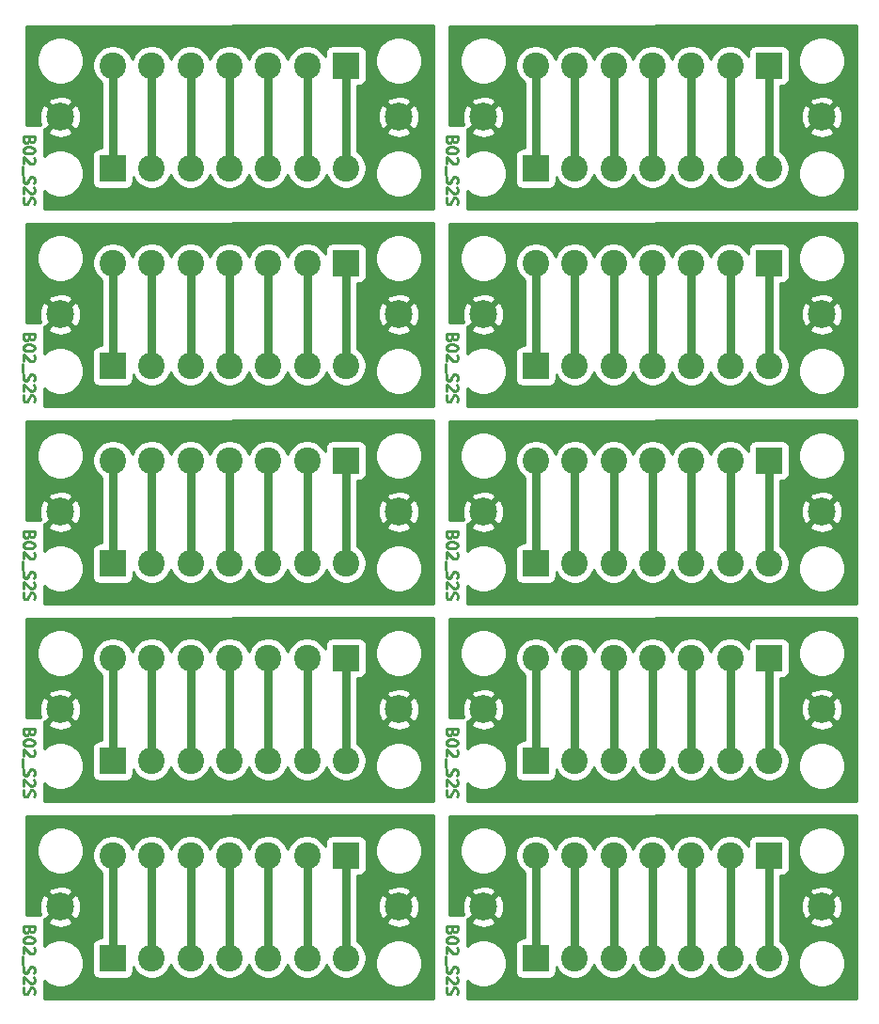
<source format=gbr>
G04 #@! TF.GenerationSoftware,KiCad,Pcbnew,5.1.5-52549c5~86~ubuntu18.04.1*
G04 #@! TF.CreationDate,2020-09-06T14:29:22-05:00*
G04 #@! TF.ProjectId,,58585858-5858-4585-9858-585858585858,rev?*
G04 #@! TF.SameCoordinates,Original*
G04 #@! TF.FileFunction,Copper,L1,Top*
G04 #@! TF.FilePolarity,Positive*
%FSLAX46Y46*%
G04 Gerber Fmt 4.6, Leading zero omitted, Abs format (unit mm)*
G04 Created by KiCad (PCBNEW 5.1.5-52549c5~86~ubuntu18.04.1) date 2020-09-06 14:29:22*
%MOMM*%
%LPD*%
G04 APERTURE LIST*
%ADD10C,0.250000*%
%ADD11R,2.400000X2.400000*%
%ADD12C,2.400000*%
%ADD13C,2.499360*%
%ADD14C,0.750000*%
%ADD15C,0.254000*%
G04 APERTURE END LIST*
D10*
X131567228Y-152325723D02*
X131519609Y-152468580D01*
X131471990Y-152516200D01*
X131376752Y-152563819D01*
X131233895Y-152563819D01*
X131138657Y-152516200D01*
X131091038Y-152468580D01*
X131043419Y-152373342D01*
X131043419Y-151992390D01*
X132043419Y-151992390D01*
X132043419Y-152325723D01*
X131995800Y-152420961D01*
X131948180Y-152468580D01*
X131852942Y-152516200D01*
X131757704Y-152516200D01*
X131662466Y-152468580D01*
X131614847Y-152420961D01*
X131567228Y-152325723D01*
X131567228Y-151992390D01*
X132043419Y-153182866D02*
X132043419Y-153278104D01*
X131995800Y-153373342D01*
X131948180Y-153420961D01*
X131852942Y-153468580D01*
X131662466Y-153516200D01*
X131424371Y-153516200D01*
X131233895Y-153468580D01*
X131138657Y-153420961D01*
X131091038Y-153373342D01*
X131043419Y-153278104D01*
X131043419Y-153182866D01*
X131091038Y-153087628D01*
X131138657Y-153040009D01*
X131233895Y-152992390D01*
X131424371Y-152944771D01*
X131662466Y-152944771D01*
X131852942Y-152992390D01*
X131948180Y-153040009D01*
X131995800Y-153087628D01*
X132043419Y-153182866D01*
X131948180Y-153897152D02*
X131995800Y-153944771D01*
X132043419Y-154040009D01*
X132043419Y-154278104D01*
X131995800Y-154373342D01*
X131948180Y-154420961D01*
X131852942Y-154468580D01*
X131757704Y-154468580D01*
X131614847Y-154420961D01*
X131043419Y-153849533D01*
X131043419Y-154468580D01*
X130948180Y-154659057D02*
X130948180Y-155420961D01*
X131091038Y-155611438D02*
X131043419Y-155754295D01*
X131043419Y-155992390D01*
X131091038Y-156087628D01*
X131138657Y-156135247D01*
X131233895Y-156182866D01*
X131329133Y-156182866D01*
X131424371Y-156135247D01*
X131471990Y-156087628D01*
X131519609Y-155992390D01*
X131567228Y-155801914D01*
X131614847Y-155706676D01*
X131662466Y-155659057D01*
X131757704Y-155611438D01*
X131852942Y-155611438D01*
X131948180Y-155659057D01*
X131995800Y-155706676D01*
X132043419Y-155801914D01*
X132043419Y-156040009D01*
X131995800Y-156182866D01*
X131948180Y-156563819D02*
X131995800Y-156611438D01*
X132043419Y-156706676D01*
X132043419Y-156944771D01*
X131995800Y-157040009D01*
X131948180Y-157087628D01*
X131852942Y-157135247D01*
X131757704Y-157135247D01*
X131614847Y-157087628D01*
X131043419Y-156516200D01*
X131043419Y-157135247D01*
X131091038Y-157516200D02*
X131043419Y-157659057D01*
X131043419Y-157897152D01*
X131091038Y-157992390D01*
X131138657Y-158040009D01*
X131233895Y-158087628D01*
X131329133Y-158087628D01*
X131424371Y-158040009D01*
X131471990Y-157992390D01*
X131519609Y-157897152D01*
X131567228Y-157706676D01*
X131614847Y-157611438D01*
X131662466Y-157563819D01*
X131757704Y-157516200D01*
X131852942Y-157516200D01*
X131948180Y-157563819D01*
X131995800Y-157611438D01*
X132043419Y-157706676D01*
X132043419Y-157944771D01*
X131995800Y-158087628D01*
X93467228Y-152325723D02*
X93419609Y-152468580D01*
X93371990Y-152516200D01*
X93276752Y-152563819D01*
X93133895Y-152563819D01*
X93038657Y-152516200D01*
X92991038Y-152468580D01*
X92943419Y-152373342D01*
X92943419Y-151992390D01*
X93943419Y-151992390D01*
X93943419Y-152325723D01*
X93895800Y-152420961D01*
X93848180Y-152468580D01*
X93752942Y-152516200D01*
X93657704Y-152516200D01*
X93562466Y-152468580D01*
X93514847Y-152420961D01*
X93467228Y-152325723D01*
X93467228Y-151992390D01*
X93943419Y-153182866D02*
X93943419Y-153278104D01*
X93895800Y-153373342D01*
X93848180Y-153420961D01*
X93752942Y-153468580D01*
X93562466Y-153516200D01*
X93324371Y-153516200D01*
X93133895Y-153468580D01*
X93038657Y-153420961D01*
X92991038Y-153373342D01*
X92943419Y-153278104D01*
X92943419Y-153182866D01*
X92991038Y-153087628D01*
X93038657Y-153040009D01*
X93133895Y-152992390D01*
X93324371Y-152944771D01*
X93562466Y-152944771D01*
X93752942Y-152992390D01*
X93848180Y-153040009D01*
X93895800Y-153087628D01*
X93943419Y-153182866D01*
X93848180Y-153897152D02*
X93895800Y-153944771D01*
X93943419Y-154040009D01*
X93943419Y-154278104D01*
X93895800Y-154373342D01*
X93848180Y-154420961D01*
X93752942Y-154468580D01*
X93657704Y-154468580D01*
X93514847Y-154420961D01*
X92943419Y-153849533D01*
X92943419Y-154468580D01*
X92848180Y-154659057D02*
X92848180Y-155420961D01*
X92991038Y-155611438D02*
X92943419Y-155754295D01*
X92943419Y-155992390D01*
X92991038Y-156087628D01*
X93038657Y-156135247D01*
X93133895Y-156182866D01*
X93229133Y-156182866D01*
X93324371Y-156135247D01*
X93371990Y-156087628D01*
X93419609Y-155992390D01*
X93467228Y-155801914D01*
X93514847Y-155706676D01*
X93562466Y-155659057D01*
X93657704Y-155611438D01*
X93752942Y-155611438D01*
X93848180Y-155659057D01*
X93895800Y-155706676D01*
X93943419Y-155801914D01*
X93943419Y-156040009D01*
X93895800Y-156182866D01*
X93848180Y-156563819D02*
X93895800Y-156611438D01*
X93943419Y-156706676D01*
X93943419Y-156944771D01*
X93895800Y-157040009D01*
X93848180Y-157087628D01*
X93752942Y-157135247D01*
X93657704Y-157135247D01*
X93514847Y-157087628D01*
X92943419Y-156516200D01*
X92943419Y-157135247D01*
X92991038Y-157516200D02*
X92943419Y-157659057D01*
X92943419Y-157897152D01*
X92991038Y-157992390D01*
X93038657Y-158040009D01*
X93133895Y-158087628D01*
X93229133Y-158087628D01*
X93324371Y-158040009D01*
X93371990Y-157992390D01*
X93419609Y-157897152D01*
X93467228Y-157706676D01*
X93514847Y-157611438D01*
X93562466Y-157563819D01*
X93657704Y-157516200D01*
X93752942Y-157516200D01*
X93848180Y-157563819D01*
X93895800Y-157611438D01*
X93943419Y-157706676D01*
X93943419Y-157944771D01*
X93895800Y-158087628D01*
X131567228Y-134545723D02*
X131519609Y-134688580D01*
X131471990Y-134736200D01*
X131376752Y-134783819D01*
X131233895Y-134783819D01*
X131138657Y-134736200D01*
X131091038Y-134688580D01*
X131043419Y-134593342D01*
X131043419Y-134212390D01*
X132043419Y-134212390D01*
X132043419Y-134545723D01*
X131995800Y-134640961D01*
X131948180Y-134688580D01*
X131852942Y-134736200D01*
X131757704Y-134736200D01*
X131662466Y-134688580D01*
X131614847Y-134640961D01*
X131567228Y-134545723D01*
X131567228Y-134212390D01*
X132043419Y-135402866D02*
X132043419Y-135498104D01*
X131995800Y-135593342D01*
X131948180Y-135640961D01*
X131852942Y-135688580D01*
X131662466Y-135736200D01*
X131424371Y-135736200D01*
X131233895Y-135688580D01*
X131138657Y-135640961D01*
X131091038Y-135593342D01*
X131043419Y-135498104D01*
X131043419Y-135402866D01*
X131091038Y-135307628D01*
X131138657Y-135260009D01*
X131233895Y-135212390D01*
X131424371Y-135164771D01*
X131662466Y-135164771D01*
X131852942Y-135212390D01*
X131948180Y-135260009D01*
X131995800Y-135307628D01*
X132043419Y-135402866D01*
X131948180Y-136117152D02*
X131995800Y-136164771D01*
X132043419Y-136260009D01*
X132043419Y-136498104D01*
X131995800Y-136593342D01*
X131948180Y-136640961D01*
X131852942Y-136688580D01*
X131757704Y-136688580D01*
X131614847Y-136640961D01*
X131043419Y-136069533D01*
X131043419Y-136688580D01*
X130948180Y-136879057D02*
X130948180Y-137640961D01*
X131091038Y-137831438D02*
X131043419Y-137974295D01*
X131043419Y-138212390D01*
X131091038Y-138307628D01*
X131138657Y-138355247D01*
X131233895Y-138402866D01*
X131329133Y-138402866D01*
X131424371Y-138355247D01*
X131471990Y-138307628D01*
X131519609Y-138212390D01*
X131567228Y-138021914D01*
X131614847Y-137926676D01*
X131662466Y-137879057D01*
X131757704Y-137831438D01*
X131852942Y-137831438D01*
X131948180Y-137879057D01*
X131995800Y-137926676D01*
X132043419Y-138021914D01*
X132043419Y-138260009D01*
X131995800Y-138402866D01*
X131948180Y-138783819D02*
X131995800Y-138831438D01*
X132043419Y-138926676D01*
X132043419Y-139164771D01*
X131995800Y-139260009D01*
X131948180Y-139307628D01*
X131852942Y-139355247D01*
X131757704Y-139355247D01*
X131614847Y-139307628D01*
X131043419Y-138736200D01*
X131043419Y-139355247D01*
X131091038Y-139736200D02*
X131043419Y-139879057D01*
X131043419Y-140117152D01*
X131091038Y-140212390D01*
X131138657Y-140260009D01*
X131233895Y-140307628D01*
X131329133Y-140307628D01*
X131424371Y-140260009D01*
X131471990Y-140212390D01*
X131519609Y-140117152D01*
X131567228Y-139926676D01*
X131614847Y-139831438D01*
X131662466Y-139783819D01*
X131757704Y-139736200D01*
X131852942Y-139736200D01*
X131948180Y-139783819D01*
X131995800Y-139831438D01*
X132043419Y-139926676D01*
X132043419Y-140164771D01*
X131995800Y-140307628D01*
X93467228Y-134545723D02*
X93419609Y-134688580D01*
X93371990Y-134736200D01*
X93276752Y-134783819D01*
X93133895Y-134783819D01*
X93038657Y-134736200D01*
X92991038Y-134688580D01*
X92943419Y-134593342D01*
X92943419Y-134212390D01*
X93943419Y-134212390D01*
X93943419Y-134545723D01*
X93895800Y-134640961D01*
X93848180Y-134688580D01*
X93752942Y-134736200D01*
X93657704Y-134736200D01*
X93562466Y-134688580D01*
X93514847Y-134640961D01*
X93467228Y-134545723D01*
X93467228Y-134212390D01*
X93943419Y-135402866D02*
X93943419Y-135498104D01*
X93895800Y-135593342D01*
X93848180Y-135640961D01*
X93752942Y-135688580D01*
X93562466Y-135736200D01*
X93324371Y-135736200D01*
X93133895Y-135688580D01*
X93038657Y-135640961D01*
X92991038Y-135593342D01*
X92943419Y-135498104D01*
X92943419Y-135402866D01*
X92991038Y-135307628D01*
X93038657Y-135260009D01*
X93133895Y-135212390D01*
X93324371Y-135164771D01*
X93562466Y-135164771D01*
X93752942Y-135212390D01*
X93848180Y-135260009D01*
X93895800Y-135307628D01*
X93943419Y-135402866D01*
X93848180Y-136117152D02*
X93895800Y-136164771D01*
X93943419Y-136260009D01*
X93943419Y-136498104D01*
X93895800Y-136593342D01*
X93848180Y-136640961D01*
X93752942Y-136688580D01*
X93657704Y-136688580D01*
X93514847Y-136640961D01*
X92943419Y-136069533D01*
X92943419Y-136688580D01*
X92848180Y-136879057D02*
X92848180Y-137640961D01*
X92991038Y-137831438D02*
X92943419Y-137974295D01*
X92943419Y-138212390D01*
X92991038Y-138307628D01*
X93038657Y-138355247D01*
X93133895Y-138402866D01*
X93229133Y-138402866D01*
X93324371Y-138355247D01*
X93371990Y-138307628D01*
X93419609Y-138212390D01*
X93467228Y-138021914D01*
X93514847Y-137926676D01*
X93562466Y-137879057D01*
X93657704Y-137831438D01*
X93752942Y-137831438D01*
X93848180Y-137879057D01*
X93895800Y-137926676D01*
X93943419Y-138021914D01*
X93943419Y-138260009D01*
X93895800Y-138402866D01*
X93848180Y-138783819D02*
X93895800Y-138831438D01*
X93943419Y-138926676D01*
X93943419Y-139164771D01*
X93895800Y-139260009D01*
X93848180Y-139307628D01*
X93752942Y-139355247D01*
X93657704Y-139355247D01*
X93514847Y-139307628D01*
X92943419Y-138736200D01*
X92943419Y-139355247D01*
X92991038Y-139736200D02*
X92943419Y-139879057D01*
X92943419Y-140117152D01*
X92991038Y-140212390D01*
X93038657Y-140260009D01*
X93133895Y-140307628D01*
X93229133Y-140307628D01*
X93324371Y-140260009D01*
X93371990Y-140212390D01*
X93419609Y-140117152D01*
X93467228Y-139926676D01*
X93514847Y-139831438D01*
X93562466Y-139783819D01*
X93657704Y-139736200D01*
X93752942Y-139736200D01*
X93848180Y-139783819D01*
X93895800Y-139831438D01*
X93943419Y-139926676D01*
X93943419Y-140164771D01*
X93895800Y-140307628D01*
X131567228Y-116765723D02*
X131519609Y-116908580D01*
X131471990Y-116956200D01*
X131376752Y-117003819D01*
X131233895Y-117003819D01*
X131138657Y-116956200D01*
X131091038Y-116908580D01*
X131043419Y-116813342D01*
X131043419Y-116432390D01*
X132043419Y-116432390D01*
X132043419Y-116765723D01*
X131995800Y-116860961D01*
X131948180Y-116908580D01*
X131852942Y-116956200D01*
X131757704Y-116956200D01*
X131662466Y-116908580D01*
X131614847Y-116860961D01*
X131567228Y-116765723D01*
X131567228Y-116432390D01*
X132043419Y-117622866D02*
X132043419Y-117718104D01*
X131995800Y-117813342D01*
X131948180Y-117860961D01*
X131852942Y-117908580D01*
X131662466Y-117956200D01*
X131424371Y-117956200D01*
X131233895Y-117908580D01*
X131138657Y-117860961D01*
X131091038Y-117813342D01*
X131043419Y-117718104D01*
X131043419Y-117622866D01*
X131091038Y-117527628D01*
X131138657Y-117480009D01*
X131233895Y-117432390D01*
X131424371Y-117384771D01*
X131662466Y-117384771D01*
X131852942Y-117432390D01*
X131948180Y-117480009D01*
X131995800Y-117527628D01*
X132043419Y-117622866D01*
X131948180Y-118337152D02*
X131995800Y-118384771D01*
X132043419Y-118480009D01*
X132043419Y-118718104D01*
X131995800Y-118813342D01*
X131948180Y-118860961D01*
X131852942Y-118908580D01*
X131757704Y-118908580D01*
X131614847Y-118860961D01*
X131043419Y-118289533D01*
X131043419Y-118908580D01*
X130948180Y-119099057D02*
X130948180Y-119860961D01*
X131091038Y-120051438D02*
X131043419Y-120194295D01*
X131043419Y-120432390D01*
X131091038Y-120527628D01*
X131138657Y-120575247D01*
X131233895Y-120622866D01*
X131329133Y-120622866D01*
X131424371Y-120575247D01*
X131471990Y-120527628D01*
X131519609Y-120432390D01*
X131567228Y-120241914D01*
X131614847Y-120146676D01*
X131662466Y-120099057D01*
X131757704Y-120051438D01*
X131852942Y-120051438D01*
X131948180Y-120099057D01*
X131995800Y-120146676D01*
X132043419Y-120241914D01*
X132043419Y-120480009D01*
X131995800Y-120622866D01*
X131948180Y-121003819D02*
X131995800Y-121051438D01*
X132043419Y-121146676D01*
X132043419Y-121384771D01*
X131995800Y-121480009D01*
X131948180Y-121527628D01*
X131852942Y-121575247D01*
X131757704Y-121575247D01*
X131614847Y-121527628D01*
X131043419Y-120956200D01*
X131043419Y-121575247D01*
X131091038Y-121956200D02*
X131043419Y-122099057D01*
X131043419Y-122337152D01*
X131091038Y-122432390D01*
X131138657Y-122480009D01*
X131233895Y-122527628D01*
X131329133Y-122527628D01*
X131424371Y-122480009D01*
X131471990Y-122432390D01*
X131519609Y-122337152D01*
X131567228Y-122146676D01*
X131614847Y-122051438D01*
X131662466Y-122003819D01*
X131757704Y-121956200D01*
X131852942Y-121956200D01*
X131948180Y-122003819D01*
X131995800Y-122051438D01*
X132043419Y-122146676D01*
X132043419Y-122384771D01*
X131995800Y-122527628D01*
X93467228Y-116765723D02*
X93419609Y-116908580D01*
X93371990Y-116956200D01*
X93276752Y-117003819D01*
X93133895Y-117003819D01*
X93038657Y-116956200D01*
X92991038Y-116908580D01*
X92943419Y-116813342D01*
X92943419Y-116432390D01*
X93943419Y-116432390D01*
X93943419Y-116765723D01*
X93895800Y-116860961D01*
X93848180Y-116908580D01*
X93752942Y-116956200D01*
X93657704Y-116956200D01*
X93562466Y-116908580D01*
X93514847Y-116860961D01*
X93467228Y-116765723D01*
X93467228Y-116432390D01*
X93943419Y-117622866D02*
X93943419Y-117718104D01*
X93895800Y-117813342D01*
X93848180Y-117860961D01*
X93752942Y-117908580D01*
X93562466Y-117956200D01*
X93324371Y-117956200D01*
X93133895Y-117908580D01*
X93038657Y-117860961D01*
X92991038Y-117813342D01*
X92943419Y-117718104D01*
X92943419Y-117622866D01*
X92991038Y-117527628D01*
X93038657Y-117480009D01*
X93133895Y-117432390D01*
X93324371Y-117384771D01*
X93562466Y-117384771D01*
X93752942Y-117432390D01*
X93848180Y-117480009D01*
X93895800Y-117527628D01*
X93943419Y-117622866D01*
X93848180Y-118337152D02*
X93895800Y-118384771D01*
X93943419Y-118480009D01*
X93943419Y-118718104D01*
X93895800Y-118813342D01*
X93848180Y-118860961D01*
X93752942Y-118908580D01*
X93657704Y-118908580D01*
X93514847Y-118860961D01*
X92943419Y-118289533D01*
X92943419Y-118908580D01*
X92848180Y-119099057D02*
X92848180Y-119860961D01*
X92991038Y-120051438D02*
X92943419Y-120194295D01*
X92943419Y-120432390D01*
X92991038Y-120527628D01*
X93038657Y-120575247D01*
X93133895Y-120622866D01*
X93229133Y-120622866D01*
X93324371Y-120575247D01*
X93371990Y-120527628D01*
X93419609Y-120432390D01*
X93467228Y-120241914D01*
X93514847Y-120146676D01*
X93562466Y-120099057D01*
X93657704Y-120051438D01*
X93752942Y-120051438D01*
X93848180Y-120099057D01*
X93895800Y-120146676D01*
X93943419Y-120241914D01*
X93943419Y-120480009D01*
X93895800Y-120622866D01*
X93848180Y-121003819D02*
X93895800Y-121051438D01*
X93943419Y-121146676D01*
X93943419Y-121384771D01*
X93895800Y-121480009D01*
X93848180Y-121527628D01*
X93752942Y-121575247D01*
X93657704Y-121575247D01*
X93514847Y-121527628D01*
X92943419Y-120956200D01*
X92943419Y-121575247D01*
X92991038Y-121956200D02*
X92943419Y-122099057D01*
X92943419Y-122337152D01*
X92991038Y-122432390D01*
X93038657Y-122480009D01*
X93133895Y-122527628D01*
X93229133Y-122527628D01*
X93324371Y-122480009D01*
X93371990Y-122432390D01*
X93419609Y-122337152D01*
X93467228Y-122146676D01*
X93514847Y-122051438D01*
X93562466Y-122003819D01*
X93657704Y-121956200D01*
X93752942Y-121956200D01*
X93848180Y-122003819D01*
X93895800Y-122051438D01*
X93943419Y-122146676D01*
X93943419Y-122384771D01*
X93895800Y-122527628D01*
X131567228Y-98985723D02*
X131519609Y-99128580D01*
X131471990Y-99176200D01*
X131376752Y-99223819D01*
X131233895Y-99223819D01*
X131138657Y-99176200D01*
X131091038Y-99128580D01*
X131043419Y-99033342D01*
X131043419Y-98652390D01*
X132043419Y-98652390D01*
X132043419Y-98985723D01*
X131995800Y-99080961D01*
X131948180Y-99128580D01*
X131852942Y-99176200D01*
X131757704Y-99176200D01*
X131662466Y-99128580D01*
X131614847Y-99080961D01*
X131567228Y-98985723D01*
X131567228Y-98652390D01*
X132043419Y-99842866D02*
X132043419Y-99938104D01*
X131995800Y-100033342D01*
X131948180Y-100080961D01*
X131852942Y-100128580D01*
X131662466Y-100176200D01*
X131424371Y-100176200D01*
X131233895Y-100128580D01*
X131138657Y-100080961D01*
X131091038Y-100033342D01*
X131043419Y-99938104D01*
X131043419Y-99842866D01*
X131091038Y-99747628D01*
X131138657Y-99700009D01*
X131233895Y-99652390D01*
X131424371Y-99604771D01*
X131662466Y-99604771D01*
X131852942Y-99652390D01*
X131948180Y-99700009D01*
X131995800Y-99747628D01*
X132043419Y-99842866D01*
X131948180Y-100557152D02*
X131995800Y-100604771D01*
X132043419Y-100700009D01*
X132043419Y-100938104D01*
X131995800Y-101033342D01*
X131948180Y-101080961D01*
X131852942Y-101128580D01*
X131757704Y-101128580D01*
X131614847Y-101080961D01*
X131043419Y-100509533D01*
X131043419Y-101128580D01*
X130948180Y-101319057D02*
X130948180Y-102080961D01*
X131091038Y-102271438D02*
X131043419Y-102414295D01*
X131043419Y-102652390D01*
X131091038Y-102747628D01*
X131138657Y-102795247D01*
X131233895Y-102842866D01*
X131329133Y-102842866D01*
X131424371Y-102795247D01*
X131471990Y-102747628D01*
X131519609Y-102652390D01*
X131567228Y-102461914D01*
X131614847Y-102366676D01*
X131662466Y-102319057D01*
X131757704Y-102271438D01*
X131852942Y-102271438D01*
X131948180Y-102319057D01*
X131995800Y-102366676D01*
X132043419Y-102461914D01*
X132043419Y-102700009D01*
X131995800Y-102842866D01*
X131948180Y-103223819D02*
X131995800Y-103271438D01*
X132043419Y-103366676D01*
X132043419Y-103604771D01*
X131995800Y-103700009D01*
X131948180Y-103747628D01*
X131852942Y-103795247D01*
X131757704Y-103795247D01*
X131614847Y-103747628D01*
X131043419Y-103176200D01*
X131043419Y-103795247D01*
X131091038Y-104176200D02*
X131043419Y-104319057D01*
X131043419Y-104557152D01*
X131091038Y-104652390D01*
X131138657Y-104700009D01*
X131233895Y-104747628D01*
X131329133Y-104747628D01*
X131424371Y-104700009D01*
X131471990Y-104652390D01*
X131519609Y-104557152D01*
X131567228Y-104366676D01*
X131614847Y-104271438D01*
X131662466Y-104223819D01*
X131757704Y-104176200D01*
X131852942Y-104176200D01*
X131948180Y-104223819D01*
X131995800Y-104271438D01*
X132043419Y-104366676D01*
X132043419Y-104604771D01*
X131995800Y-104747628D01*
X93467228Y-98985723D02*
X93419609Y-99128580D01*
X93371990Y-99176200D01*
X93276752Y-99223819D01*
X93133895Y-99223819D01*
X93038657Y-99176200D01*
X92991038Y-99128580D01*
X92943419Y-99033342D01*
X92943419Y-98652390D01*
X93943419Y-98652390D01*
X93943419Y-98985723D01*
X93895800Y-99080961D01*
X93848180Y-99128580D01*
X93752942Y-99176200D01*
X93657704Y-99176200D01*
X93562466Y-99128580D01*
X93514847Y-99080961D01*
X93467228Y-98985723D01*
X93467228Y-98652390D01*
X93943419Y-99842866D02*
X93943419Y-99938104D01*
X93895800Y-100033342D01*
X93848180Y-100080961D01*
X93752942Y-100128580D01*
X93562466Y-100176200D01*
X93324371Y-100176200D01*
X93133895Y-100128580D01*
X93038657Y-100080961D01*
X92991038Y-100033342D01*
X92943419Y-99938104D01*
X92943419Y-99842866D01*
X92991038Y-99747628D01*
X93038657Y-99700009D01*
X93133895Y-99652390D01*
X93324371Y-99604771D01*
X93562466Y-99604771D01*
X93752942Y-99652390D01*
X93848180Y-99700009D01*
X93895800Y-99747628D01*
X93943419Y-99842866D01*
X93848180Y-100557152D02*
X93895800Y-100604771D01*
X93943419Y-100700009D01*
X93943419Y-100938104D01*
X93895800Y-101033342D01*
X93848180Y-101080961D01*
X93752942Y-101128580D01*
X93657704Y-101128580D01*
X93514847Y-101080961D01*
X92943419Y-100509533D01*
X92943419Y-101128580D01*
X92848180Y-101319057D02*
X92848180Y-102080961D01*
X92991038Y-102271438D02*
X92943419Y-102414295D01*
X92943419Y-102652390D01*
X92991038Y-102747628D01*
X93038657Y-102795247D01*
X93133895Y-102842866D01*
X93229133Y-102842866D01*
X93324371Y-102795247D01*
X93371990Y-102747628D01*
X93419609Y-102652390D01*
X93467228Y-102461914D01*
X93514847Y-102366676D01*
X93562466Y-102319057D01*
X93657704Y-102271438D01*
X93752942Y-102271438D01*
X93848180Y-102319057D01*
X93895800Y-102366676D01*
X93943419Y-102461914D01*
X93943419Y-102700009D01*
X93895800Y-102842866D01*
X93848180Y-103223819D02*
X93895800Y-103271438D01*
X93943419Y-103366676D01*
X93943419Y-103604771D01*
X93895800Y-103700009D01*
X93848180Y-103747628D01*
X93752942Y-103795247D01*
X93657704Y-103795247D01*
X93514847Y-103747628D01*
X92943419Y-103176200D01*
X92943419Y-103795247D01*
X92991038Y-104176200D02*
X92943419Y-104319057D01*
X92943419Y-104557152D01*
X92991038Y-104652390D01*
X93038657Y-104700009D01*
X93133895Y-104747628D01*
X93229133Y-104747628D01*
X93324371Y-104700009D01*
X93371990Y-104652390D01*
X93419609Y-104557152D01*
X93467228Y-104366676D01*
X93514847Y-104271438D01*
X93562466Y-104223819D01*
X93657704Y-104176200D01*
X93752942Y-104176200D01*
X93848180Y-104223819D01*
X93895800Y-104271438D01*
X93943419Y-104366676D01*
X93943419Y-104604771D01*
X93895800Y-104747628D01*
X131567228Y-81205723D02*
X131519609Y-81348580D01*
X131471990Y-81396200D01*
X131376752Y-81443819D01*
X131233895Y-81443819D01*
X131138657Y-81396200D01*
X131091038Y-81348580D01*
X131043419Y-81253342D01*
X131043419Y-80872390D01*
X132043419Y-80872390D01*
X132043419Y-81205723D01*
X131995800Y-81300961D01*
X131948180Y-81348580D01*
X131852942Y-81396200D01*
X131757704Y-81396200D01*
X131662466Y-81348580D01*
X131614847Y-81300961D01*
X131567228Y-81205723D01*
X131567228Y-80872390D01*
X132043419Y-82062866D02*
X132043419Y-82158104D01*
X131995800Y-82253342D01*
X131948180Y-82300961D01*
X131852942Y-82348580D01*
X131662466Y-82396200D01*
X131424371Y-82396200D01*
X131233895Y-82348580D01*
X131138657Y-82300961D01*
X131091038Y-82253342D01*
X131043419Y-82158104D01*
X131043419Y-82062866D01*
X131091038Y-81967628D01*
X131138657Y-81920009D01*
X131233895Y-81872390D01*
X131424371Y-81824771D01*
X131662466Y-81824771D01*
X131852942Y-81872390D01*
X131948180Y-81920009D01*
X131995800Y-81967628D01*
X132043419Y-82062866D01*
X131948180Y-82777152D02*
X131995800Y-82824771D01*
X132043419Y-82920009D01*
X132043419Y-83158104D01*
X131995800Y-83253342D01*
X131948180Y-83300961D01*
X131852942Y-83348580D01*
X131757704Y-83348580D01*
X131614847Y-83300961D01*
X131043419Y-82729533D01*
X131043419Y-83348580D01*
X130948180Y-83539057D02*
X130948180Y-84300961D01*
X131091038Y-84491438D02*
X131043419Y-84634295D01*
X131043419Y-84872390D01*
X131091038Y-84967628D01*
X131138657Y-85015247D01*
X131233895Y-85062866D01*
X131329133Y-85062866D01*
X131424371Y-85015247D01*
X131471990Y-84967628D01*
X131519609Y-84872390D01*
X131567228Y-84681914D01*
X131614847Y-84586676D01*
X131662466Y-84539057D01*
X131757704Y-84491438D01*
X131852942Y-84491438D01*
X131948180Y-84539057D01*
X131995800Y-84586676D01*
X132043419Y-84681914D01*
X132043419Y-84920009D01*
X131995800Y-85062866D01*
X131948180Y-85443819D02*
X131995800Y-85491438D01*
X132043419Y-85586676D01*
X132043419Y-85824771D01*
X131995800Y-85920009D01*
X131948180Y-85967628D01*
X131852942Y-86015247D01*
X131757704Y-86015247D01*
X131614847Y-85967628D01*
X131043419Y-85396200D01*
X131043419Y-86015247D01*
X131091038Y-86396200D02*
X131043419Y-86539057D01*
X131043419Y-86777152D01*
X131091038Y-86872390D01*
X131138657Y-86920009D01*
X131233895Y-86967628D01*
X131329133Y-86967628D01*
X131424371Y-86920009D01*
X131471990Y-86872390D01*
X131519609Y-86777152D01*
X131567228Y-86586676D01*
X131614847Y-86491438D01*
X131662466Y-86443819D01*
X131757704Y-86396200D01*
X131852942Y-86396200D01*
X131948180Y-86443819D01*
X131995800Y-86491438D01*
X132043419Y-86586676D01*
X132043419Y-86824771D01*
X131995800Y-86967628D01*
X93467228Y-81205723D02*
X93419609Y-81348580D01*
X93371990Y-81396200D01*
X93276752Y-81443819D01*
X93133895Y-81443819D01*
X93038657Y-81396200D01*
X92991038Y-81348580D01*
X92943419Y-81253342D01*
X92943419Y-80872390D01*
X93943419Y-80872390D01*
X93943419Y-81205723D01*
X93895800Y-81300961D01*
X93848180Y-81348580D01*
X93752942Y-81396200D01*
X93657704Y-81396200D01*
X93562466Y-81348580D01*
X93514847Y-81300961D01*
X93467228Y-81205723D01*
X93467228Y-80872390D01*
X93943419Y-82062866D02*
X93943419Y-82158104D01*
X93895800Y-82253342D01*
X93848180Y-82300961D01*
X93752942Y-82348580D01*
X93562466Y-82396200D01*
X93324371Y-82396200D01*
X93133895Y-82348580D01*
X93038657Y-82300961D01*
X92991038Y-82253342D01*
X92943419Y-82158104D01*
X92943419Y-82062866D01*
X92991038Y-81967628D01*
X93038657Y-81920009D01*
X93133895Y-81872390D01*
X93324371Y-81824771D01*
X93562466Y-81824771D01*
X93752942Y-81872390D01*
X93848180Y-81920009D01*
X93895800Y-81967628D01*
X93943419Y-82062866D01*
X93848180Y-82777152D02*
X93895800Y-82824771D01*
X93943419Y-82920009D01*
X93943419Y-83158104D01*
X93895800Y-83253342D01*
X93848180Y-83300961D01*
X93752942Y-83348580D01*
X93657704Y-83348580D01*
X93514847Y-83300961D01*
X92943419Y-82729533D01*
X92943419Y-83348580D01*
X92848180Y-83539057D02*
X92848180Y-84300961D01*
X92991038Y-84491438D02*
X92943419Y-84634295D01*
X92943419Y-84872390D01*
X92991038Y-84967628D01*
X93038657Y-85015247D01*
X93133895Y-85062866D01*
X93229133Y-85062866D01*
X93324371Y-85015247D01*
X93371990Y-84967628D01*
X93419609Y-84872390D01*
X93467228Y-84681914D01*
X93514847Y-84586676D01*
X93562466Y-84539057D01*
X93657704Y-84491438D01*
X93752942Y-84491438D01*
X93848180Y-84539057D01*
X93895800Y-84586676D01*
X93943419Y-84681914D01*
X93943419Y-84920009D01*
X93895800Y-85062866D01*
X93848180Y-85443819D02*
X93895800Y-85491438D01*
X93943419Y-85586676D01*
X93943419Y-85824771D01*
X93895800Y-85920009D01*
X93848180Y-85967628D01*
X93752942Y-86015247D01*
X93657704Y-86015247D01*
X93514847Y-85967628D01*
X92943419Y-85396200D01*
X92943419Y-86015247D01*
X92991038Y-86396200D02*
X92943419Y-86539057D01*
X92943419Y-86777152D01*
X92991038Y-86872390D01*
X93038657Y-86920009D01*
X93133895Y-86967628D01*
X93229133Y-86967628D01*
X93324371Y-86920009D01*
X93371990Y-86872390D01*
X93419609Y-86777152D01*
X93467228Y-86586676D01*
X93514847Y-86491438D01*
X93562466Y-86443819D01*
X93657704Y-86396200D01*
X93752942Y-86396200D01*
X93848180Y-86443819D01*
X93895800Y-86491438D01*
X93943419Y-86586676D01*
X93943419Y-86824771D01*
X93895800Y-86967628D01*
D11*
X139090800Y-154858800D03*
D12*
X142590800Y-154858800D03*
X146090800Y-154858800D03*
X149590800Y-154858800D03*
X153090800Y-154858800D03*
X156590800Y-154858800D03*
X160090800Y-154858800D03*
D11*
X100990800Y-154858800D03*
D12*
X104490800Y-154858800D03*
X107990800Y-154858800D03*
X111490800Y-154858800D03*
X114990800Y-154858800D03*
X118490800Y-154858800D03*
X121990800Y-154858800D03*
D11*
X139090800Y-137078800D03*
D12*
X142590800Y-137078800D03*
X146090800Y-137078800D03*
X149590800Y-137078800D03*
X153090800Y-137078800D03*
X156590800Y-137078800D03*
X160090800Y-137078800D03*
D11*
X100990800Y-137078800D03*
D12*
X104490800Y-137078800D03*
X107990800Y-137078800D03*
X111490800Y-137078800D03*
X114990800Y-137078800D03*
X118490800Y-137078800D03*
X121990800Y-137078800D03*
D11*
X139090800Y-119298800D03*
D12*
X142590800Y-119298800D03*
X146090800Y-119298800D03*
X149590800Y-119298800D03*
X153090800Y-119298800D03*
X156590800Y-119298800D03*
X160090800Y-119298800D03*
D11*
X100990800Y-119298800D03*
D12*
X104490800Y-119298800D03*
X107990800Y-119298800D03*
X111490800Y-119298800D03*
X114990800Y-119298800D03*
X118490800Y-119298800D03*
X121990800Y-119298800D03*
D11*
X139090800Y-101518800D03*
D12*
X142590800Y-101518800D03*
X146090800Y-101518800D03*
X149590800Y-101518800D03*
X153090800Y-101518800D03*
X156590800Y-101518800D03*
X160090800Y-101518800D03*
D11*
X100990800Y-101518800D03*
D12*
X104490800Y-101518800D03*
X107990800Y-101518800D03*
X111490800Y-101518800D03*
X114990800Y-101518800D03*
X118490800Y-101518800D03*
X121990800Y-101518800D03*
D11*
X139090800Y-83738800D03*
D12*
X142590800Y-83738800D03*
X146090800Y-83738800D03*
X149590800Y-83738800D03*
X153090800Y-83738800D03*
X156590800Y-83738800D03*
X160090800Y-83738800D03*
D13*
X164830800Y-150225800D03*
X126730800Y-150225800D03*
X164830800Y-132445800D03*
X126730800Y-132445800D03*
X164830800Y-114665800D03*
X126730800Y-114665800D03*
X164830800Y-96885800D03*
X126730800Y-96885800D03*
X164830800Y-79105800D03*
D11*
X160090800Y-145592800D03*
D12*
X156590800Y-145592800D03*
X153090800Y-145592800D03*
X149590800Y-145592800D03*
X146090800Y-145592800D03*
X142590800Y-145592800D03*
X139090800Y-145592800D03*
D11*
X121990800Y-145592800D03*
D12*
X118490800Y-145592800D03*
X114990800Y-145592800D03*
X111490800Y-145592800D03*
X107990800Y-145592800D03*
X104490800Y-145592800D03*
X100990800Y-145592800D03*
D11*
X160090800Y-127812800D03*
D12*
X156590800Y-127812800D03*
X153090800Y-127812800D03*
X149590800Y-127812800D03*
X146090800Y-127812800D03*
X142590800Y-127812800D03*
X139090800Y-127812800D03*
D11*
X121990800Y-127812800D03*
D12*
X118490800Y-127812800D03*
X114990800Y-127812800D03*
X111490800Y-127812800D03*
X107990800Y-127812800D03*
X104490800Y-127812800D03*
X100990800Y-127812800D03*
D11*
X160090800Y-110032800D03*
D12*
X156590800Y-110032800D03*
X153090800Y-110032800D03*
X149590800Y-110032800D03*
X146090800Y-110032800D03*
X142590800Y-110032800D03*
X139090800Y-110032800D03*
D11*
X121990800Y-110032800D03*
D12*
X118490800Y-110032800D03*
X114990800Y-110032800D03*
X111490800Y-110032800D03*
X107990800Y-110032800D03*
X104490800Y-110032800D03*
X100990800Y-110032800D03*
D11*
X160090800Y-92252800D03*
D12*
X156590800Y-92252800D03*
X153090800Y-92252800D03*
X149590800Y-92252800D03*
X146090800Y-92252800D03*
X142590800Y-92252800D03*
X139090800Y-92252800D03*
D11*
X121990800Y-92252800D03*
D12*
X118490800Y-92252800D03*
X114990800Y-92252800D03*
X111490800Y-92252800D03*
X107990800Y-92252800D03*
X104490800Y-92252800D03*
X100990800Y-92252800D03*
D11*
X160090800Y-74472800D03*
D12*
X156590800Y-74472800D03*
X153090800Y-74472800D03*
X149590800Y-74472800D03*
X146090800Y-74472800D03*
X142590800Y-74472800D03*
X139090800Y-74472800D03*
D13*
X134350800Y-150225800D03*
X96250800Y-150225800D03*
X134350800Y-132445800D03*
X96250800Y-132445800D03*
X134350800Y-114665800D03*
X96250800Y-114665800D03*
X134350800Y-96885800D03*
X96250800Y-96885800D03*
X134350800Y-79105800D03*
D12*
X121990800Y-83738800D03*
X118490800Y-83738800D03*
X114990800Y-83738800D03*
X111490800Y-83738800D03*
X107990800Y-83738800D03*
X104490800Y-83738800D03*
D11*
X100990800Y-83738800D03*
D12*
X100990800Y-74472800D03*
X104490800Y-74472800D03*
X107990800Y-74472800D03*
X111490800Y-74472800D03*
X114990800Y-74472800D03*
X118490800Y-74472800D03*
D11*
X121990800Y-74472800D03*
D13*
X126730800Y-79105800D03*
X96250800Y-79105800D03*
D14*
X100990800Y-83738800D02*
X100990800Y-74472800D01*
X139090800Y-83738800D02*
X139090800Y-74472800D01*
X100990800Y-101518800D02*
X100990800Y-92252800D01*
X139090800Y-101518800D02*
X139090800Y-92252800D01*
X100990800Y-119298800D02*
X100990800Y-110032800D01*
X139090800Y-119298800D02*
X139090800Y-110032800D01*
X100990800Y-137078800D02*
X100990800Y-127812800D01*
X139090800Y-137078800D02*
X139090800Y-127812800D01*
X100990800Y-154858800D02*
X100990800Y-145592800D01*
X139090800Y-154858800D02*
X139090800Y-145592800D01*
X104490800Y-83738800D02*
X104490800Y-74472800D01*
X142590800Y-83738800D02*
X142590800Y-74472800D01*
X104490800Y-101518800D02*
X104490800Y-92252800D01*
X142590800Y-101518800D02*
X142590800Y-92252800D01*
X104490800Y-119298800D02*
X104490800Y-110032800D01*
X142590800Y-119298800D02*
X142590800Y-110032800D01*
X104490800Y-137078800D02*
X104490800Y-127812800D01*
X142590800Y-137078800D02*
X142590800Y-127812800D01*
X104490800Y-154858800D02*
X104490800Y-145592800D01*
X142590800Y-154858800D02*
X142590800Y-145592800D01*
X107990800Y-83738800D02*
X107990800Y-74472800D01*
X146090800Y-83738800D02*
X146090800Y-74472800D01*
X107990800Y-101518800D02*
X107990800Y-92252800D01*
X146090800Y-101518800D02*
X146090800Y-92252800D01*
X107990800Y-119298800D02*
X107990800Y-110032800D01*
X146090800Y-119298800D02*
X146090800Y-110032800D01*
X107990800Y-137078800D02*
X107990800Y-127812800D01*
X146090800Y-137078800D02*
X146090800Y-127812800D01*
X107990800Y-154858800D02*
X107990800Y-145592800D01*
X146090800Y-154858800D02*
X146090800Y-145592800D01*
X111490800Y-83738800D02*
X111490800Y-74472800D01*
X149590800Y-83738800D02*
X149590800Y-74472800D01*
X111490800Y-101518800D02*
X111490800Y-92252800D01*
X149590800Y-101518800D02*
X149590800Y-92252800D01*
X111490800Y-119298800D02*
X111490800Y-110032800D01*
X149590800Y-119298800D02*
X149590800Y-110032800D01*
X111490800Y-137078800D02*
X111490800Y-127812800D01*
X149590800Y-137078800D02*
X149590800Y-127812800D01*
X111490800Y-154858800D02*
X111490800Y-145592800D01*
X149590800Y-154858800D02*
X149590800Y-145592800D01*
X114990800Y-83738800D02*
X114990800Y-74472800D01*
X153090800Y-83738800D02*
X153090800Y-74472800D01*
X114990800Y-101518800D02*
X114990800Y-92252800D01*
X153090800Y-101518800D02*
X153090800Y-92252800D01*
X114990800Y-119298800D02*
X114990800Y-110032800D01*
X153090800Y-119298800D02*
X153090800Y-110032800D01*
X114990800Y-137078800D02*
X114990800Y-127812800D01*
X153090800Y-137078800D02*
X153090800Y-127812800D01*
X114990800Y-154858800D02*
X114990800Y-145592800D01*
X153090800Y-154858800D02*
X153090800Y-145592800D01*
X118490800Y-83738800D02*
X118490800Y-74472800D01*
X156590800Y-83738800D02*
X156590800Y-74472800D01*
X118490800Y-101518800D02*
X118490800Y-92252800D01*
X156590800Y-101518800D02*
X156590800Y-92252800D01*
X118490800Y-119298800D02*
X118490800Y-110032800D01*
X156590800Y-119298800D02*
X156590800Y-110032800D01*
X118490800Y-137078800D02*
X118490800Y-127812800D01*
X156590800Y-137078800D02*
X156590800Y-127812800D01*
X118490800Y-154858800D02*
X118490800Y-145592800D01*
X156590800Y-154858800D02*
X156590800Y-145592800D01*
X121990800Y-83738800D02*
X121990800Y-74472800D01*
X160090800Y-83738800D02*
X160090800Y-74472800D01*
X121990800Y-101518800D02*
X121990800Y-92252800D01*
X160090800Y-101518800D02*
X160090800Y-92252800D01*
X121990800Y-119298800D02*
X121990800Y-110032800D01*
X160090800Y-119298800D02*
X160090800Y-110032800D01*
X121990800Y-137078800D02*
X121990800Y-127812800D01*
X160090800Y-137078800D02*
X160090800Y-127812800D01*
X121990800Y-154858800D02*
X121990800Y-145592800D01*
X160090800Y-154858800D02*
X160090800Y-145592800D01*
D15*
G36*
X129880801Y-87335800D02*
G01*
X94813300Y-87335800D01*
X94813300Y-85767646D01*
X94889817Y-85844163D01*
X95239498Y-86077812D01*
X95628044Y-86238753D01*
X96040521Y-86320800D01*
X96461079Y-86320800D01*
X96873556Y-86238753D01*
X97262102Y-86077812D01*
X97611783Y-85844163D01*
X97909163Y-85546783D01*
X98142812Y-85197102D01*
X98303753Y-84808556D01*
X98385800Y-84396079D01*
X98385800Y-83975521D01*
X98303753Y-83563044D01*
X98142812Y-83174498D01*
X97909163Y-82824817D01*
X97623146Y-82538800D01*
X99152728Y-82538800D01*
X99152728Y-84938800D01*
X99164988Y-85063282D01*
X99201298Y-85182980D01*
X99260263Y-85293294D01*
X99339615Y-85389985D01*
X99436306Y-85469337D01*
X99546620Y-85528302D01*
X99666318Y-85564612D01*
X99790800Y-85576872D01*
X102190800Y-85576872D01*
X102315282Y-85564612D01*
X102434980Y-85528302D01*
X102545294Y-85469337D01*
X102641985Y-85389985D01*
X102721337Y-85293294D01*
X102780302Y-85182980D01*
X102816612Y-85063282D01*
X102828872Y-84938800D01*
X102828872Y-84521638D01*
X102864644Y-84607999D01*
X103065462Y-84908544D01*
X103321056Y-85164138D01*
X103621601Y-85364956D01*
X103955550Y-85503282D01*
X104310068Y-85573800D01*
X104671532Y-85573800D01*
X105026050Y-85503282D01*
X105359999Y-85364956D01*
X105660544Y-85164138D01*
X105916138Y-84908544D01*
X106116956Y-84607999D01*
X106240800Y-84309013D01*
X106364644Y-84607999D01*
X106565462Y-84908544D01*
X106821056Y-85164138D01*
X107121601Y-85364956D01*
X107455550Y-85503282D01*
X107810068Y-85573800D01*
X108171532Y-85573800D01*
X108526050Y-85503282D01*
X108859999Y-85364956D01*
X109160544Y-85164138D01*
X109416138Y-84908544D01*
X109616956Y-84607999D01*
X109740800Y-84309013D01*
X109864644Y-84607999D01*
X110065462Y-84908544D01*
X110321056Y-85164138D01*
X110621601Y-85364956D01*
X110955550Y-85503282D01*
X111310068Y-85573800D01*
X111671532Y-85573800D01*
X112026050Y-85503282D01*
X112359999Y-85364956D01*
X112660544Y-85164138D01*
X112916138Y-84908544D01*
X113116956Y-84607999D01*
X113240800Y-84309013D01*
X113364644Y-84607999D01*
X113565462Y-84908544D01*
X113821056Y-85164138D01*
X114121601Y-85364956D01*
X114455550Y-85503282D01*
X114810068Y-85573800D01*
X115171532Y-85573800D01*
X115526050Y-85503282D01*
X115859999Y-85364956D01*
X116160544Y-85164138D01*
X116416138Y-84908544D01*
X116616956Y-84607999D01*
X116740800Y-84309013D01*
X116864644Y-84607999D01*
X117065462Y-84908544D01*
X117321056Y-85164138D01*
X117621601Y-85364956D01*
X117955550Y-85503282D01*
X118310068Y-85573800D01*
X118671532Y-85573800D01*
X119026050Y-85503282D01*
X119359999Y-85364956D01*
X119660544Y-85164138D01*
X119916138Y-84908544D01*
X120116956Y-84607999D01*
X120240800Y-84309013D01*
X120364644Y-84607999D01*
X120565462Y-84908544D01*
X120821056Y-85164138D01*
X121121601Y-85364956D01*
X121455550Y-85503282D01*
X121810068Y-85573800D01*
X122171532Y-85573800D01*
X122526050Y-85503282D01*
X122859999Y-85364956D01*
X123160544Y-85164138D01*
X123416138Y-84908544D01*
X123616956Y-84607999D01*
X123755282Y-84274050D01*
X123814663Y-83975521D01*
X124595800Y-83975521D01*
X124595800Y-84396079D01*
X124677847Y-84808556D01*
X124838788Y-85197102D01*
X125072437Y-85546783D01*
X125369817Y-85844163D01*
X125719498Y-86077812D01*
X126108044Y-86238753D01*
X126520521Y-86320800D01*
X126941079Y-86320800D01*
X127353556Y-86238753D01*
X127742102Y-86077812D01*
X128091783Y-85844163D01*
X128389163Y-85546783D01*
X128622812Y-85197102D01*
X128783753Y-84808556D01*
X128865800Y-84396079D01*
X128865800Y-83975521D01*
X128783753Y-83563044D01*
X128622812Y-83174498D01*
X128389163Y-82824817D01*
X128091783Y-82527437D01*
X127742102Y-82293788D01*
X127353556Y-82132847D01*
X126941079Y-82050800D01*
X126520521Y-82050800D01*
X126108044Y-82132847D01*
X125719498Y-82293788D01*
X125369817Y-82527437D01*
X125072437Y-82824817D01*
X124838788Y-83174498D01*
X124677847Y-83563044D01*
X124595800Y-83975521D01*
X123814663Y-83975521D01*
X123825800Y-83919532D01*
X123825800Y-83558068D01*
X123755282Y-83203550D01*
X123616956Y-82869601D01*
X123416138Y-82569056D01*
X123160544Y-82313462D01*
X123000800Y-82206724D01*
X123000800Y-80419177D01*
X125597029Y-80419177D01*
X125722904Y-80709115D01*
X126055062Y-80874939D01*
X126413187Y-80972775D01*
X126783519Y-80998865D01*
X127151825Y-80952205D01*
X127503951Y-80834589D01*
X127738696Y-80709115D01*
X127864571Y-80419177D01*
X126730800Y-79285405D01*
X125597029Y-80419177D01*
X123000800Y-80419177D01*
X123000800Y-79158519D01*
X124837735Y-79158519D01*
X124884395Y-79526825D01*
X125002011Y-79878951D01*
X125127485Y-80113696D01*
X125417423Y-80239571D01*
X126551195Y-79105800D01*
X126910405Y-79105800D01*
X128044177Y-80239571D01*
X128334115Y-80113696D01*
X128499939Y-79781538D01*
X128597775Y-79423413D01*
X128623865Y-79053081D01*
X128577205Y-78684775D01*
X128459589Y-78332649D01*
X128334115Y-78097904D01*
X128044177Y-77972029D01*
X126910405Y-79105800D01*
X126551195Y-79105800D01*
X125417423Y-77972029D01*
X125127485Y-78097904D01*
X124961661Y-78430062D01*
X124863825Y-78788187D01*
X124837735Y-79158519D01*
X123000800Y-79158519D01*
X123000800Y-77792423D01*
X125597029Y-77792423D01*
X126730800Y-78926195D01*
X127864571Y-77792423D01*
X127738696Y-77502485D01*
X127406538Y-77336661D01*
X127048413Y-77238825D01*
X126678081Y-77212735D01*
X126309775Y-77259395D01*
X125957649Y-77377011D01*
X125722904Y-77502485D01*
X125597029Y-77792423D01*
X123000800Y-77792423D01*
X123000800Y-76310872D01*
X123190800Y-76310872D01*
X123315282Y-76298612D01*
X123434980Y-76262302D01*
X123545294Y-76203337D01*
X123641985Y-76123985D01*
X123721337Y-76027294D01*
X123780302Y-75916980D01*
X123816612Y-75797282D01*
X123828872Y-75672800D01*
X123828872Y-73815521D01*
X124595800Y-73815521D01*
X124595800Y-74236079D01*
X124677847Y-74648556D01*
X124838788Y-75037102D01*
X125072437Y-75386783D01*
X125369817Y-75684163D01*
X125719498Y-75917812D01*
X126108044Y-76078753D01*
X126520521Y-76160800D01*
X126941079Y-76160800D01*
X127353556Y-76078753D01*
X127742102Y-75917812D01*
X128091783Y-75684163D01*
X128389163Y-75386783D01*
X128622812Y-75037102D01*
X128783753Y-74648556D01*
X128865800Y-74236079D01*
X128865800Y-73815521D01*
X128783753Y-73403044D01*
X128622812Y-73014498D01*
X128389163Y-72664817D01*
X128091783Y-72367437D01*
X127742102Y-72133788D01*
X127353556Y-71972847D01*
X126941079Y-71890800D01*
X126520521Y-71890800D01*
X126108044Y-71972847D01*
X125719498Y-72133788D01*
X125369817Y-72367437D01*
X125072437Y-72664817D01*
X124838788Y-73014498D01*
X124677847Y-73403044D01*
X124595800Y-73815521D01*
X123828872Y-73815521D01*
X123828872Y-73272800D01*
X123816612Y-73148318D01*
X123780302Y-73028620D01*
X123721337Y-72918306D01*
X123641985Y-72821615D01*
X123545294Y-72742263D01*
X123434980Y-72683298D01*
X123315282Y-72646988D01*
X123190800Y-72634728D01*
X120790800Y-72634728D01*
X120666318Y-72646988D01*
X120546620Y-72683298D01*
X120436306Y-72742263D01*
X120339615Y-72821615D01*
X120260263Y-72918306D01*
X120201298Y-73028620D01*
X120164988Y-73148318D01*
X120152728Y-73272800D01*
X120152728Y-73689962D01*
X120116956Y-73603601D01*
X119916138Y-73303056D01*
X119660544Y-73047462D01*
X119359999Y-72846644D01*
X119026050Y-72708318D01*
X118671532Y-72637800D01*
X118310068Y-72637800D01*
X117955550Y-72708318D01*
X117621601Y-72846644D01*
X117321056Y-73047462D01*
X117065462Y-73303056D01*
X116864644Y-73603601D01*
X116740800Y-73902587D01*
X116616956Y-73603601D01*
X116416138Y-73303056D01*
X116160544Y-73047462D01*
X115859999Y-72846644D01*
X115526050Y-72708318D01*
X115171532Y-72637800D01*
X114810068Y-72637800D01*
X114455550Y-72708318D01*
X114121601Y-72846644D01*
X113821056Y-73047462D01*
X113565462Y-73303056D01*
X113364644Y-73603601D01*
X113240800Y-73902587D01*
X113116956Y-73603601D01*
X112916138Y-73303056D01*
X112660544Y-73047462D01*
X112359999Y-72846644D01*
X112026050Y-72708318D01*
X111671532Y-72637800D01*
X111310068Y-72637800D01*
X110955550Y-72708318D01*
X110621601Y-72846644D01*
X110321056Y-73047462D01*
X110065462Y-73303056D01*
X109864644Y-73603601D01*
X109740800Y-73902587D01*
X109616956Y-73603601D01*
X109416138Y-73303056D01*
X109160544Y-73047462D01*
X108859999Y-72846644D01*
X108526050Y-72708318D01*
X108171532Y-72637800D01*
X107810068Y-72637800D01*
X107455550Y-72708318D01*
X107121601Y-72846644D01*
X106821056Y-73047462D01*
X106565462Y-73303056D01*
X106364644Y-73603601D01*
X106240800Y-73902587D01*
X106116956Y-73603601D01*
X105916138Y-73303056D01*
X105660544Y-73047462D01*
X105359999Y-72846644D01*
X105026050Y-72708318D01*
X104671532Y-72637800D01*
X104310068Y-72637800D01*
X103955550Y-72708318D01*
X103621601Y-72846644D01*
X103321056Y-73047462D01*
X103065462Y-73303056D01*
X102864644Y-73603601D01*
X102740800Y-73902587D01*
X102616956Y-73603601D01*
X102416138Y-73303056D01*
X102160544Y-73047462D01*
X101859999Y-72846644D01*
X101526050Y-72708318D01*
X101171532Y-72637800D01*
X100810068Y-72637800D01*
X100455550Y-72708318D01*
X100121601Y-72846644D01*
X99821056Y-73047462D01*
X99565462Y-73303056D01*
X99364644Y-73603601D01*
X99226318Y-73937550D01*
X99155800Y-74292068D01*
X99155800Y-74653532D01*
X99226318Y-75008050D01*
X99364644Y-75341999D01*
X99565462Y-75642544D01*
X99821056Y-75898138D01*
X99980801Y-76004876D01*
X99980800Y-81900728D01*
X99790800Y-81900728D01*
X99666318Y-81912988D01*
X99546620Y-81949298D01*
X99436306Y-82008263D01*
X99339615Y-82087615D01*
X99260263Y-82184306D01*
X99201298Y-82294620D01*
X99164988Y-82414318D01*
X99152728Y-82538800D01*
X97623146Y-82538800D01*
X97611783Y-82527437D01*
X97262102Y-82293788D01*
X96873556Y-82132847D01*
X96461079Y-82050800D01*
X96040521Y-82050800D01*
X95628044Y-82132847D01*
X95239498Y-82293788D01*
X94889817Y-82527437D01*
X94813300Y-82603954D01*
X94813300Y-80419177D01*
X95117029Y-80419177D01*
X95242904Y-80709115D01*
X95575062Y-80874939D01*
X95933187Y-80972775D01*
X96303519Y-80998865D01*
X96671825Y-80952205D01*
X97023951Y-80834589D01*
X97258696Y-80709115D01*
X97384571Y-80419177D01*
X96250800Y-79285405D01*
X95117029Y-80419177D01*
X94813300Y-80419177D01*
X94813300Y-80185684D01*
X94937423Y-80239571D01*
X96071195Y-79105800D01*
X96430405Y-79105800D01*
X97564177Y-80239571D01*
X97854115Y-80113696D01*
X98019939Y-79781538D01*
X98117775Y-79423413D01*
X98143865Y-79053081D01*
X98097205Y-78684775D01*
X97979589Y-78332649D01*
X97854115Y-78097904D01*
X97564177Y-77972029D01*
X96430405Y-79105800D01*
X96071195Y-79105800D01*
X94937423Y-77972029D01*
X94647485Y-78097904D01*
X94481661Y-78430062D01*
X94383825Y-78788187D01*
X94357735Y-79158519D01*
X94404395Y-79526825D01*
X94520456Y-79874295D01*
X93167200Y-79874295D01*
X93167200Y-77792423D01*
X95117029Y-77792423D01*
X96250800Y-78926195D01*
X97384571Y-77792423D01*
X97258696Y-77502485D01*
X96926538Y-77336661D01*
X96568413Y-77238825D01*
X96198081Y-77212735D01*
X95829775Y-77259395D01*
X95477649Y-77377011D01*
X95242904Y-77502485D01*
X95117029Y-77792423D01*
X93167200Y-77792423D01*
X93167200Y-73815521D01*
X94115800Y-73815521D01*
X94115800Y-74236079D01*
X94197847Y-74648556D01*
X94358788Y-75037102D01*
X94592437Y-75386783D01*
X94889817Y-75684163D01*
X95239498Y-75917812D01*
X95628044Y-76078753D01*
X96040521Y-76160800D01*
X96461079Y-76160800D01*
X96873556Y-76078753D01*
X97262102Y-75917812D01*
X97611783Y-75684163D01*
X97909163Y-75386783D01*
X98142812Y-75037102D01*
X98303753Y-74648556D01*
X98385800Y-74236079D01*
X98385800Y-73815521D01*
X98303753Y-73403044D01*
X98142812Y-73014498D01*
X97909163Y-72664817D01*
X97611783Y-72367437D01*
X97262102Y-72133788D01*
X96873556Y-71972847D01*
X96461079Y-71890800D01*
X96040521Y-71890800D01*
X95628044Y-71972847D01*
X95239498Y-72133788D01*
X94889817Y-72367437D01*
X94592437Y-72664817D01*
X94358788Y-73014498D01*
X94197847Y-73403044D01*
X94115800Y-73815521D01*
X93167200Y-73815521D01*
X93167200Y-70942026D01*
X129880800Y-70891733D01*
X129880801Y-87335800D01*
G37*
X129880801Y-87335800D02*
X94813300Y-87335800D01*
X94813300Y-85767646D01*
X94889817Y-85844163D01*
X95239498Y-86077812D01*
X95628044Y-86238753D01*
X96040521Y-86320800D01*
X96461079Y-86320800D01*
X96873556Y-86238753D01*
X97262102Y-86077812D01*
X97611783Y-85844163D01*
X97909163Y-85546783D01*
X98142812Y-85197102D01*
X98303753Y-84808556D01*
X98385800Y-84396079D01*
X98385800Y-83975521D01*
X98303753Y-83563044D01*
X98142812Y-83174498D01*
X97909163Y-82824817D01*
X97623146Y-82538800D01*
X99152728Y-82538800D01*
X99152728Y-84938800D01*
X99164988Y-85063282D01*
X99201298Y-85182980D01*
X99260263Y-85293294D01*
X99339615Y-85389985D01*
X99436306Y-85469337D01*
X99546620Y-85528302D01*
X99666318Y-85564612D01*
X99790800Y-85576872D01*
X102190800Y-85576872D01*
X102315282Y-85564612D01*
X102434980Y-85528302D01*
X102545294Y-85469337D01*
X102641985Y-85389985D01*
X102721337Y-85293294D01*
X102780302Y-85182980D01*
X102816612Y-85063282D01*
X102828872Y-84938800D01*
X102828872Y-84521638D01*
X102864644Y-84607999D01*
X103065462Y-84908544D01*
X103321056Y-85164138D01*
X103621601Y-85364956D01*
X103955550Y-85503282D01*
X104310068Y-85573800D01*
X104671532Y-85573800D01*
X105026050Y-85503282D01*
X105359999Y-85364956D01*
X105660544Y-85164138D01*
X105916138Y-84908544D01*
X106116956Y-84607999D01*
X106240800Y-84309013D01*
X106364644Y-84607999D01*
X106565462Y-84908544D01*
X106821056Y-85164138D01*
X107121601Y-85364956D01*
X107455550Y-85503282D01*
X107810068Y-85573800D01*
X108171532Y-85573800D01*
X108526050Y-85503282D01*
X108859999Y-85364956D01*
X109160544Y-85164138D01*
X109416138Y-84908544D01*
X109616956Y-84607999D01*
X109740800Y-84309013D01*
X109864644Y-84607999D01*
X110065462Y-84908544D01*
X110321056Y-85164138D01*
X110621601Y-85364956D01*
X110955550Y-85503282D01*
X111310068Y-85573800D01*
X111671532Y-85573800D01*
X112026050Y-85503282D01*
X112359999Y-85364956D01*
X112660544Y-85164138D01*
X112916138Y-84908544D01*
X113116956Y-84607999D01*
X113240800Y-84309013D01*
X113364644Y-84607999D01*
X113565462Y-84908544D01*
X113821056Y-85164138D01*
X114121601Y-85364956D01*
X114455550Y-85503282D01*
X114810068Y-85573800D01*
X115171532Y-85573800D01*
X115526050Y-85503282D01*
X115859999Y-85364956D01*
X116160544Y-85164138D01*
X116416138Y-84908544D01*
X116616956Y-84607999D01*
X116740800Y-84309013D01*
X116864644Y-84607999D01*
X117065462Y-84908544D01*
X117321056Y-85164138D01*
X117621601Y-85364956D01*
X117955550Y-85503282D01*
X118310068Y-85573800D01*
X118671532Y-85573800D01*
X119026050Y-85503282D01*
X119359999Y-85364956D01*
X119660544Y-85164138D01*
X119916138Y-84908544D01*
X120116956Y-84607999D01*
X120240800Y-84309013D01*
X120364644Y-84607999D01*
X120565462Y-84908544D01*
X120821056Y-85164138D01*
X121121601Y-85364956D01*
X121455550Y-85503282D01*
X121810068Y-85573800D01*
X122171532Y-85573800D01*
X122526050Y-85503282D01*
X122859999Y-85364956D01*
X123160544Y-85164138D01*
X123416138Y-84908544D01*
X123616956Y-84607999D01*
X123755282Y-84274050D01*
X123814663Y-83975521D01*
X124595800Y-83975521D01*
X124595800Y-84396079D01*
X124677847Y-84808556D01*
X124838788Y-85197102D01*
X125072437Y-85546783D01*
X125369817Y-85844163D01*
X125719498Y-86077812D01*
X126108044Y-86238753D01*
X126520521Y-86320800D01*
X126941079Y-86320800D01*
X127353556Y-86238753D01*
X127742102Y-86077812D01*
X128091783Y-85844163D01*
X128389163Y-85546783D01*
X128622812Y-85197102D01*
X128783753Y-84808556D01*
X128865800Y-84396079D01*
X128865800Y-83975521D01*
X128783753Y-83563044D01*
X128622812Y-83174498D01*
X128389163Y-82824817D01*
X128091783Y-82527437D01*
X127742102Y-82293788D01*
X127353556Y-82132847D01*
X126941079Y-82050800D01*
X126520521Y-82050800D01*
X126108044Y-82132847D01*
X125719498Y-82293788D01*
X125369817Y-82527437D01*
X125072437Y-82824817D01*
X124838788Y-83174498D01*
X124677847Y-83563044D01*
X124595800Y-83975521D01*
X123814663Y-83975521D01*
X123825800Y-83919532D01*
X123825800Y-83558068D01*
X123755282Y-83203550D01*
X123616956Y-82869601D01*
X123416138Y-82569056D01*
X123160544Y-82313462D01*
X123000800Y-82206724D01*
X123000800Y-80419177D01*
X125597029Y-80419177D01*
X125722904Y-80709115D01*
X126055062Y-80874939D01*
X126413187Y-80972775D01*
X126783519Y-80998865D01*
X127151825Y-80952205D01*
X127503951Y-80834589D01*
X127738696Y-80709115D01*
X127864571Y-80419177D01*
X126730800Y-79285405D01*
X125597029Y-80419177D01*
X123000800Y-80419177D01*
X123000800Y-79158519D01*
X124837735Y-79158519D01*
X124884395Y-79526825D01*
X125002011Y-79878951D01*
X125127485Y-80113696D01*
X125417423Y-80239571D01*
X126551195Y-79105800D01*
X126910405Y-79105800D01*
X128044177Y-80239571D01*
X128334115Y-80113696D01*
X128499939Y-79781538D01*
X128597775Y-79423413D01*
X128623865Y-79053081D01*
X128577205Y-78684775D01*
X128459589Y-78332649D01*
X128334115Y-78097904D01*
X128044177Y-77972029D01*
X126910405Y-79105800D01*
X126551195Y-79105800D01*
X125417423Y-77972029D01*
X125127485Y-78097904D01*
X124961661Y-78430062D01*
X124863825Y-78788187D01*
X124837735Y-79158519D01*
X123000800Y-79158519D01*
X123000800Y-77792423D01*
X125597029Y-77792423D01*
X126730800Y-78926195D01*
X127864571Y-77792423D01*
X127738696Y-77502485D01*
X127406538Y-77336661D01*
X127048413Y-77238825D01*
X126678081Y-77212735D01*
X126309775Y-77259395D01*
X125957649Y-77377011D01*
X125722904Y-77502485D01*
X125597029Y-77792423D01*
X123000800Y-77792423D01*
X123000800Y-76310872D01*
X123190800Y-76310872D01*
X123315282Y-76298612D01*
X123434980Y-76262302D01*
X123545294Y-76203337D01*
X123641985Y-76123985D01*
X123721337Y-76027294D01*
X123780302Y-75916980D01*
X123816612Y-75797282D01*
X123828872Y-75672800D01*
X123828872Y-73815521D01*
X124595800Y-73815521D01*
X124595800Y-74236079D01*
X124677847Y-74648556D01*
X124838788Y-75037102D01*
X125072437Y-75386783D01*
X125369817Y-75684163D01*
X125719498Y-75917812D01*
X126108044Y-76078753D01*
X126520521Y-76160800D01*
X126941079Y-76160800D01*
X127353556Y-76078753D01*
X127742102Y-75917812D01*
X128091783Y-75684163D01*
X128389163Y-75386783D01*
X128622812Y-75037102D01*
X128783753Y-74648556D01*
X128865800Y-74236079D01*
X128865800Y-73815521D01*
X128783753Y-73403044D01*
X128622812Y-73014498D01*
X128389163Y-72664817D01*
X128091783Y-72367437D01*
X127742102Y-72133788D01*
X127353556Y-71972847D01*
X126941079Y-71890800D01*
X126520521Y-71890800D01*
X126108044Y-71972847D01*
X125719498Y-72133788D01*
X125369817Y-72367437D01*
X125072437Y-72664817D01*
X124838788Y-73014498D01*
X124677847Y-73403044D01*
X124595800Y-73815521D01*
X123828872Y-73815521D01*
X123828872Y-73272800D01*
X123816612Y-73148318D01*
X123780302Y-73028620D01*
X123721337Y-72918306D01*
X123641985Y-72821615D01*
X123545294Y-72742263D01*
X123434980Y-72683298D01*
X123315282Y-72646988D01*
X123190800Y-72634728D01*
X120790800Y-72634728D01*
X120666318Y-72646988D01*
X120546620Y-72683298D01*
X120436306Y-72742263D01*
X120339615Y-72821615D01*
X120260263Y-72918306D01*
X120201298Y-73028620D01*
X120164988Y-73148318D01*
X120152728Y-73272800D01*
X120152728Y-73689962D01*
X120116956Y-73603601D01*
X119916138Y-73303056D01*
X119660544Y-73047462D01*
X119359999Y-72846644D01*
X119026050Y-72708318D01*
X118671532Y-72637800D01*
X118310068Y-72637800D01*
X117955550Y-72708318D01*
X117621601Y-72846644D01*
X117321056Y-73047462D01*
X117065462Y-73303056D01*
X116864644Y-73603601D01*
X116740800Y-73902587D01*
X116616956Y-73603601D01*
X116416138Y-73303056D01*
X116160544Y-73047462D01*
X115859999Y-72846644D01*
X115526050Y-72708318D01*
X115171532Y-72637800D01*
X114810068Y-72637800D01*
X114455550Y-72708318D01*
X114121601Y-72846644D01*
X113821056Y-73047462D01*
X113565462Y-73303056D01*
X113364644Y-73603601D01*
X113240800Y-73902587D01*
X113116956Y-73603601D01*
X112916138Y-73303056D01*
X112660544Y-73047462D01*
X112359999Y-72846644D01*
X112026050Y-72708318D01*
X111671532Y-72637800D01*
X111310068Y-72637800D01*
X110955550Y-72708318D01*
X110621601Y-72846644D01*
X110321056Y-73047462D01*
X110065462Y-73303056D01*
X109864644Y-73603601D01*
X109740800Y-73902587D01*
X109616956Y-73603601D01*
X109416138Y-73303056D01*
X109160544Y-73047462D01*
X108859999Y-72846644D01*
X108526050Y-72708318D01*
X108171532Y-72637800D01*
X107810068Y-72637800D01*
X107455550Y-72708318D01*
X107121601Y-72846644D01*
X106821056Y-73047462D01*
X106565462Y-73303056D01*
X106364644Y-73603601D01*
X106240800Y-73902587D01*
X106116956Y-73603601D01*
X105916138Y-73303056D01*
X105660544Y-73047462D01*
X105359999Y-72846644D01*
X105026050Y-72708318D01*
X104671532Y-72637800D01*
X104310068Y-72637800D01*
X103955550Y-72708318D01*
X103621601Y-72846644D01*
X103321056Y-73047462D01*
X103065462Y-73303056D01*
X102864644Y-73603601D01*
X102740800Y-73902587D01*
X102616956Y-73603601D01*
X102416138Y-73303056D01*
X102160544Y-73047462D01*
X101859999Y-72846644D01*
X101526050Y-72708318D01*
X101171532Y-72637800D01*
X100810068Y-72637800D01*
X100455550Y-72708318D01*
X100121601Y-72846644D01*
X99821056Y-73047462D01*
X99565462Y-73303056D01*
X99364644Y-73603601D01*
X99226318Y-73937550D01*
X99155800Y-74292068D01*
X99155800Y-74653532D01*
X99226318Y-75008050D01*
X99364644Y-75341999D01*
X99565462Y-75642544D01*
X99821056Y-75898138D01*
X99980801Y-76004876D01*
X99980800Y-81900728D01*
X99790800Y-81900728D01*
X99666318Y-81912988D01*
X99546620Y-81949298D01*
X99436306Y-82008263D01*
X99339615Y-82087615D01*
X99260263Y-82184306D01*
X99201298Y-82294620D01*
X99164988Y-82414318D01*
X99152728Y-82538800D01*
X97623146Y-82538800D01*
X97611783Y-82527437D01*
X97262102Y-82293788D01*
X96873556Y-82132847D01*
X96461079Y-82050800D01*
X96040521Y-82050800D01*
X95628044Y-82132847D01*
X95239498Y-82293788D01*
X94889817Y-82527437D01*
X94813300Y-82603954D01*
X94813300Y-80419177D01*
X95117029Y-80419177D01*
X95242904Y-80709115D01*
X95575062Y-80874939D01*
X95933187Y-80972775D01*
X96303519Y-80998865D01*
X96671825Y-80952205D01*
X97023951Y-80834589D01*
X97258696Y-80709115D01*
X97384571Y-80419177D01*
X96250800Y-79285405D01*
X95117029Y-80419177D01*
X94813300Y-80419177D01*
X94813300Y-80185684D01*
X94937423Y-80239571D01*
X96071195Y-79105800D01*
X96430405Y-79105800D01*
X97564177Y-80239571D01*
X97854115Y-80113696D01*
X98019939Y-79781538D01*
X98117775Y-79423413D01*
X98143865Y-79053081D01*
X98097205Y-78684775D01*
X97979589Y-78332649D01*
X97854115Y-78097904D01*
X97564177Y-77972029D01*
X96430405Y-79105800D01*
X96071195Y-79105800D01*
X94937423Y-77972029D01*
X94647485Y-78097904D01*
X94481661Y-78430062D01*
X94383825Y-78788187D01*
X94357735Y-79158519D01*
X94404395Y-79526825D01*
X94520456Y-79874295D01*
X93167200Y-79874295D01*
X93167200Y-77792423D01*
X95117029Y-77792423D01*
X96250800Y-78926195D01*
X97384571Y-77792423D01*
X97258696Y-77502485D01*
X96926538Y-77336661D01*
X96568413Y-77238825D01*
X96198081Y-77212735D01*
X95829775Y-77259395D01*
X95477649Y-77377011D01*
X95242904Y-77502485D01*
X95117029Y-77792423D01*
X93167200Y-77792423D01*
X93167200Y-73815521D01*
X94115800Y-73815521D01*
X94115800Y-74236079D01*
X94197847Y-74648556D01*
X94358788Y-75037102D01*
X94592437Y-75386783D01*
X94889817Y-75684163D01*
X95239498Y-75917812D01*
X95628044Y-76078753D01*
X96040521Y-76160800D01*
X96461079Y-76160800D01*
X96873556Y-76078753D01*
X97262102Y-75917812D01*
X97611783Y-75684163D01*
X97909163Y-75386783D01*
X98142812Y-75037102D01*
X98303753Y-74648556D01*
X98385800Y-74236079D01*
X98385800Y-73815521D01*
X98303753Y-73403044D01*
X98142812Y-73014498D01*
X97909163Y-72664817D01*
X97611783Y-72367437D01*
X97262102Y-72133788D01*
X96873556Y-71972847D01*
X96461079Y-71890800D01*
X96040521Y-71890800D01*
X95628044Y-71972847D01*
X95239498Y-72133788D01*
X94889817Y-72367437D01*
X94592437Y-72664817D01*
X94358788Y-73014498D01*
X94197847Y-73403044D01*
X94115800Y-73815521D01*
X93167200Y-73815521D01*
X93167200Y-70942026D01*
X129880800Y-70891733D01*
X129880801Y-87335800D01*
G36*
X167980801Y-87335800D02*
G01*
X132913300Y-87335800D01*
X132913300Y-85767646D01*
X132989817Y-85844163D01*
X133339498Y-86077812D01*
X133728044Y-86238753D01*
X134140521Y-86320800D01*
X134561079Y-86320800D01*
X134973556Y-86238753D01*
X135362102Y-86077812D01*
X135711783Y-85844163D01*
X136009163Y-85546783D01*
X136242812Y-85197102D01*
X136403753Y-84808556D01*
X136485800Y-84396079D01*
X136485800Y-83975521D01*
X136403753Y-83563044D01*
X136242812Y-83174498D01*
X136009163Y-82824817D01*
X135723146Y-82538800D01*
X137252728Y-82538800D01*
X137252728Y-84938800D01*
X137264988Y-85063282D01*
X137301298Y-85182980D01*
X137360263Y-85293294D01*
X137439615Y-85389985D01*
X137536306Y-85469337D01*
X137646620Y-85528302D01*
X137766318Y-85564612D01*
X137890800Y-85576872D01*
X140290800Y-85576872D01*
X140415282Y-85564612D01*
X140534980Y-85528302D01*
X140645294Y-85469337D01*
X140741985Y-85389985D01*
X140821337Y-85293294D01*
X140880302Y-85182980D01*
X140916612Y-85063282D01*
X140928872Y-84938800D01*
X140928872Y-84521638D01*
X140964644Y-84607999D01*
X141165462Y-84908544D01*
X141421056Y-85164138D01*
X141721601Y-85364956D01*
X142055550Y-85503282D01*
X142410068Y-85573800D01*
X142771532Y-85573800D01*
X143126050Y-85503282D01*
X143459999Y-85364956D01*
X143760544Y-85164138D01*
X144016138Y-84908544D01*
X144216956Y-84607999D01*
X144340800Y-84309013D01*
X144464644Y-84607999D01*
X144665462Y-84908544D01*
X144921056Y-85164138D01*
X145221601Y-85364956D01*
X145555550Y-85503282D01*
X145910068Y-85573800D01*
X146271532Y-85573800D01*
X146626050Y-85503282D01*
X146959999Y-85364956D01*
X147260544Y-85164138D01*
X147516138Y-84908544D01*
X147716956Y-84607999D01*
X147840800Y-84309013D01*
X147964644Y-84607999D01*
X148165462Y-84908544D01*
X148421056Y-85164138D01*
X148721601Y-85364956D01*
X149055550Y-85503282D01*
X149410068Y-85573800D01*
X149771532Y-85573800D01*
X150126050Y-85503282D01*
X150459999Y-85364956D01*
X150760544Y-85164138D01*
X151016138Y-84908544D01*
X151216956Y-84607999D01*
X151340800Y-84309013D01*
X151464644Y-84607999D01*
X151665462Y-84908544D01*
X151921056Y-85164138D01*
X152221601Y-85364956D01*
X152555550Y-85503282D01*
X152910068Y-85573800D01*
X153271532Y-85573800D01*
X153626050Y-85503282D01*
X153959999Y-85364956D01*
X154260544Y-85164138D01*
X154516138Y-84908544D01*
X154716956Y-84607999D01*
X154840800Y-84309013D01*
X154964644Y-84607999D01*
X155165462Y-84908544D01*
X155421056Y-85164138D01*
X155721601Y-85364956D01*
X156055550Y-85503282D01*
X156410068Y-85573800D01*
X156771532Y-85573800D01*
X157126050Y-85503282D01*
X157459999Y-85364956D01*
X157760544Y-85164138D01*
X158016138Y-84908544D01*
X158216956Y-84607999D01*
X158340800Y-84309013D01*
X158464644Y-84607999D01*
X158665462Y-84908544D01*
X158921056Y-85164138D01*
X159221601Y-85364956D01*
X159555550Y-85503282D01*
X159910068Y-85573800D01*
X160271532Y-85573800D01*
X160626050Y-85503282D01*
X160959999Y-85364956D01*
X161260544Y-85164138D01*
X161516138Y-84908544D01*
X161716956Y-84607999D01*
X161855282Y-84274050D01*
X161914663Y-83975521D01*
X162695800Y-83975521D01*
X162695800Y-84396079D01*
X162777847Y-84808556D01*
X162938788Y-85197102D01*
X163172437Y-85546783D01*
X163469817Y-85844163D01*
X163819498Y-86077812D01*
X164208044Y-86238753D01*
X164620521Y-86320800D01*
X165041079Y-86320800D01*
X165453556Y-86238753D01*
X165842102Y-86077812D01*
X166191783Y-85844163D01*
X166489163Y-85546783D01*
X166722812Y-85197102D01*
X166883753Y-84808556D01*
X166965800Y-84396079D01*
X166965800Y-83975521D01*
X166883753Y-83563044D01*
X166722812Y-83174498D01*
X166489163Y-82824817D01*
X166191783Y-82527437D01*
X165842102Y-82293788D01*
X165453556Y-82132847D01*
X165041079Y-82050800D01*
X164620521Y-82050800D01*
X164208044Y-82132847D01*
X163819498Y-82293788D01*
X163469817Y-82527437D01*
X163172437Y-82824817D01*
X162938788Y-83174498D01*
X162777847Y-83563044D01*
X162695800Y-83975521D01*
X161914663Y-83975521D01*
X161925800Y-83919532D01*
X161925800Y-83558068D01*
X161855282Y-83203550D01*
X161716956Y-82869601D01*
X161516138Y-82569056D01*
X161260544Y-82313462D01*
X161100800Y-82206724D01*
X161100800Y-80419177D01*
X163697029Y-80419177D01*
X163822904Y-80709115D01*
X164155062Y-80874939D01*
X164513187Y-80972775D01*
X164883519Y-80998865D01*
X165251825Y-80952205D01*
X165603951Y-80834589D01*
X165838696Y-80709115D01*
X165964571Y-80419177D01*
X164830800Y-79285405D01*
X163697029Y-80419177D01*
X161100800Y-80419177D01*
X161100800Y-79158519D01*
X162937735Y-79158519D01*
X162984395Y-79526825D01*
X163102011Y-79878951D01*
X163227485Y-80113696D01*
X163517423Y-80239571D01*
X164651195Y-79105800D01*
X165010405Y-79105800D01*
X166144177Y-80239571D01*
X166434115Y-80113696D01*
X166599939Y-79781538D01*
X166697775Y-79423413D01*
X166723865Y-79053081D01*
X166677205Y-78684775D01*
X166559589Y-78332649D01*
X166434115Y-78097904D01*
X166144177Y-77972029D01*
X165010405Y-79105800D01*
X164651195Y-79105800D01*
X163517423Y-77972029D01*
X163227485Y-78097904D01*
X163061661Y-78430062D01*
X162963825Y-78788187D01*
X162937735Y-79158519D01*
X161100800Y-79158519D01*
X161100800Y-77792423D01*
X163697029Y-77792423D01*
X164830800Y-78926195D01*
X165964571Y-77792423D01*
X165838696Y-77502485D01*
X165506538Y-77336661D01*
X165148413Y-77238825D01*
X164778081Y-77212735D01*
X164409775Y-77259395D01*
X164057649Y-77377011D01*
X163822904Y-77502485D01*
X163697029Y-77792423D01*
X161100800Y-77792423D01*
X161100800Y-76310872D01*
X161290800Y-76310872D01*
X161415282Y-76298612D01*
X161534980Y-76262302D01*
X161645294Y-76203337D01*
X161741985Y-76123985D01*
X161821337Y-76027294D01*
X161880302Y-75916980D01*
X161916612Y-75797282D01*
X161928872Y-75672800D01*
X161928872Y-73815521D01*
X162695800Y-73815521D01*
X162695800Y-74236079D01*
X162777847Y-74648556D01*
X162938788Y-75037102D01*
X163172437Y-75386783D01*
X163469817Y-75684163D01*
X163819498Y-75917812D01*
X164208044Y-76078753D01*
X164620521Y-76160800D01*
X165041079Y-76160800D01*
X165453556Y-76078753D01*
X165842102Y-75917812D01*
X166191783Y-75684163D01*
X166489163Y-75386783D01*
X166722812Y-75037102D01*
X166883753Y-74648556D01*
X166965800Y-74236079D01*
X166965800Y-73815521D01*
X166883753Y-73403044D01*
X166722812Y-73014498D01*
X166489163Y-72664817D01*
X166191783Y-72367437D01*
X165842102Y-72133788D01*
X165453556Y-71972847D01*
X165041079Y-71890800D01*
X164620521Y-71890800D01*
X164208044Y-71972847D01*
X163819498Y-72133788D01*
X163469817Y-72367437D01*
X163172437Y-72664817D01*
X162938788Y-73014498D01*
X162777847Y-73403044D01*
X162695800Y-73815521D01*
X161928872Y-73815521D01*
X161928872Y-73272800D01*
X161916612Y-73148318D01*
X161880302Y-73028620D01*
X161821337Y-72918306D01*
X161741985Y-72821615D01*
X161645294Y-72742263D01*
X161534980Y-72683298D01*
X161415282Y-72646988D01*
X161290800Y-72634728D01*
X158890800Y-72634728D01*
X158766318Y-72646988D01*
X158646620Y-72683298D01*
X158536306Y-72742263D01*
X158439615Y-72821615D01*
X158360263Y-72918306D01*
X158301298Y-73028620D01*
X158264988Y-73148318D01*
X158252728Y-73272800D01*
X158252728Y-73689962D01*
X158216956Y-73603601D01*
X158016138Y-73303056D01*
X157760544Y-73047462D01*
X157459999Y-72846644D01*
X157126050Y-72708318D01*
X156771532Y-72637800D01*
X156410068Y-72637800D01*
X156055550Y-72708318D01*
X155721601Y-72846644D01*
X155421056Y-73047462D01*
X155165462Y-73303056D01*
X154964644Y-73603601D01*
X154840800Y-73902587D01*
X154716956Y-73603601D01*
X154516138Y-73303056D01*
X154260544Y-73047462D01*
X153959999Y-72846644D01*
X153626050Y-72708318D01*
X153271532Y-72637800D01*
X152910068Y-72637800D01*
X152555550Y-72708318D01*
X152221601Y-72846644D01*
X151921056Y-73047462D01*
X151665462Y-73303056D01*
X151464644Y-73603601D01*
X151340800Y-73902587D01*
X151216956Y-73603601D01*
X151016138Y-73303056D01*
X150760544Y-73047462D01*
X150459999Y-72846644D01*
X150126050Y-72708318D01*
X149771532Y-72637800D01*
X149410068Y-72637800D01*
X149055550Y-72708318D01*
X148721601Y-72846644D01*
X148421056Y-73047462D01*
X148165462Y-73303056D01*
X147964644Y-73603601D01*
X147840800Y-73902587D01*
X147716956Y-73603601D01*
X147516138Y-73303056D01*
X147260544Y-73047462D01*
X146959999Y-72846644D01*
X146626050Y-72708318D01*
X146271532Y-72637800D01*
X145910068Y-72637800D01*
X145555550Y-72708318D01*
X145221601Y-72846644D01*
X144921056Y-73047462D01*
X144665462Y-73303056D01*
X144464644Y-73603601D01*
X144340800Y-73902587D01*
X144216956Y-73603601D01*
X144016138Y-73303056D01*
X143760544Y-73047462D01*
X143459999Y-72846644D01*
X143126050Y-72708318D01*
X142771532Y-72637800D01*
X142410068Y-72637800D01*
X142055550Y-72708318D01*
X141721601Y-72846644D01*
X141421056Y-73047462D01*
X141165462Y-73303056D01*
X140964644Y-73603601D01*
X140840800Y-73902587D01*
X140716956Y-73603601D01*
X140516138Y-73303056D01*
X140260544Y-73047462D01*
X139959999Y-72846644D01*
X139626050Y-72708318D01*
X139271532Y-72637800D01*
X138910068Y-72637800D01*
X138555550Y-72708318D01*
X138221601Y-72846644D01*
X137921056Y-73047462D01*
X137665462Y-73303056D01*
X137464644Y-73603601D01*
X137326318Y-73937550D01*
X137255800Y-74292068D01*
X137255800Y-74653532D01*
X137326318Y-75008050D01*
X137464644Y-75341999D01*
X137665462Y-75642544D01*
X137921056Y-75898138D01*
X138080801Y-76004876D01*
X138080800Y-81900728D01*
X137890800Y-81900728D01*
X137766318Y-81912988D01*
X137646620Y-81949298D01*
X137536306Y-82008263D01*
X137439615Y-82087615D01*
X137360263Y-82184306D01*
X137301298Y-82294620D01*
X137264988Y-82414318D01*
X137252728Y-82538800D01*
X135723146Y-82538800D01*
X135711783Y-82527437D01*
X135362102Y-82293788D01*
X134973556Y-82132847D01*
X134561079Y-82050800D01*
X134140521Y-82050800D01*
X133728044Y-82132847D01*
X133339498Y-82293788D01*
X132989817Y-82527437D01*
X132913300Y-82603954D01*
X132913300Y-80419177D01*
X133217029Y-80419177D01*
X133342904Y-80709115D01*
X133675062Y-80874939D01*
X134033187Y-80972775D01*
X134403519Y-80998865D01*
X134771825Y-80952205D01*
X135123951Y-80834589D01*
X135358696Y-80709115D01*
X135484571Y-80419177D01*
X134350800Y-79285405D01*
X133217029Y-80419177D01*
X132913300Y-80419177D01*
X132913300Y-80185684D01*
X133037423Y-80239571D01*
X134171195Y-79105800D01*
X134530405Y-79105800D01*
X135664177Y-80239571D01*
X135954115Y-80113696D01*
X136119939Y-79781538D01*
X136217775Y-79423413D01*
X136243865Y-79053081D01*
X136197205Y-78684775D01*
X136079589Y-78332649D01*
X135954115Y-78097904D01*
X135664177Y-77972029D01*
X134530405Y-79105800D01*
X134171195Y-79105800D01*
X133037423Y-77972029D01*
X132747485Y-78097904D01*
X132581661Y-78430062D01*
X132483825Y-78788187D01*
X132457735Y-79158519D01*
X132504395Y-79526825D01*
X132620456Y-79874295D01*
X131267200Y-79874295D01*
X131267200Y-77792423D01*
X133217029Y-77792423D01*
X134350800Y-78926195D01*
X135484571Y-77792423D01*
X135358696Y-77502485D01*
X135026538Y-77336661D01*
X134668413Y-77238825D01*
X134298081Y-77212735D01*
X133929775Y-77259395D01*
X133577649Y-77377011D01*
X133342904Y-77502485D01*
X133217029Y-77792423D01*
X131267200Y-77792423D01*
X131267200Y-73815521D01*
X132215800Y-73815521D01*
X132215800Y-74236079D01*
X132297847Y-74648556D01*
X132458788Y-75037102D01*
X132692437Y-75386783D01*
X132989817Y-75684163D01*
X133339498Y-75917812D01*
X133728044Y-76078753D01*
X134140521Y-76160800D01*
X134561079Y-76160800D01*
X134973556Y-76078753D01*
X135362102Y-75917812D01*
X135711783Y-75684163D01*
X136009163Y-75386783D01*
X136242812Y-75037102D01*
X136403753Y-74648556D01*
X136485800Y-74236079D01*
X136485800Y-73815521D01*
X136403753Y-73403044D01*
X136242812Y-73014498D01*
X136009163Y-72664817D01*
X135711783Y-72367437D01*
X135362102Y-72133788D01*
X134973556Y-71972847D01*
X134561079Y-71890800D01*
X134140521Y-71890800D01*
X133728044Y-71972847D01*
X133339498Y-72133788D01*
X132989817Y-72367437D01*
X132692437Y-72664817D01*
X132458788Y-73014498D01*
X132297847Y-73403044D01*
X132215800Y-73815521D01*
X131267200Y-73815521D01*
X131267200Y-70942026D01*
X167980800Y-70891733D01*
X167980801Y-87335800D01*
G37*
X167980801Y-87335800D02*
X132913300Y-87335800D01*
X132913300Y-85767646D01*
X132989817Y-85844163D01*
X133339498Y-86077812D01*
X133728044Y-86238753D01*
X134140521Y-86320800D01*
X134561079Y-86320800D01*
X134973556Y-86238753D01*
X135362102Y-86077812D01*
X135711783Y-85844163D01*
X136009163Y-85546783D01*
X136242812Y-85197102D01*
X136403753Y-84808556D01*
X136485800Y-84396079D01*
X136485800Y-83975521D01*
X136403753Y-83563044D01*
X136242812Y-83174498D01*
X136009163Y-82824817D01*
X135723146Y-82538800D01*
X137252728Y-82538800D01*
X137252728Y-84938800D01*
X137264988Y-85063282D01*
X137301298Y-85182980D01*
X137360263Y-85293294D01*
X137439615Y-85389985D01*
X137536306Y-85469337D01*
X137646620Y-85528302D01*
X137766318Y-85564612D01*
X137890800Y-85576872D01*
X140290800Y-85576872D01*
X140415282Y-85564612D01*
X140534980Y-85528302D01*
X140645294Y-85469337D01*
X140741985Y-85389985D01*
X140821337Y-85293294D01*
X140880302Y-85182980D01*
X140916612Y-85063282D01*
X140928872Y-84938800D01*
X140928872Y-84521638D01*
X140964644Y-84607999D01*
X141165462Y-84908544D01*
X141421056Y-85164138D01*
X141721601Y-85364956D01*
X142055550Y-85503282D01*
X142410068Y-85573800D01*
X142771532Y-85573800D01*
X143126050Y-85503282D01*
X143459999Y-85364956D01*
X143760544Y-85164138D01*
X144016138Y-84908544D01*
X144216956Y-84607999D01*
X144340800Y-84309013D01*
X144464644Y-84607999D01*
X144665462Y-84908544D01*
X144921056Y-85164138D01*
X145221601Y-85364956D01*
X145555550Y-85503282D01*
X145910068Y-85573800D01*
X146271532Y-85573800D01*
X146626050Y-85503282D01*
X146959999Y-85364956D01*
X147260544Y-85164138D01*
X147516138Y-84908544D01*
X147716956Y-84607999D01*
X147840800Y-84309013D01*
X147964644Y-84607999D01*
X148165462Y-84908544D01*
X148421056Y-85164138D01*
X148721601Y-85364956D01*
X149055550Y-85503282D01*
X149410068Y-85573800D01*
X149771532Y-85573800D01*
X150126050Y-85503282D01*
X150459999Y-85364956D01*
X150760544Y-85164138D01*
X151016138Y-84908544D01*
X151216956Y-84607999D01*
X151340800Y-84309013D01*
X151464644Y-84607999D01*
X151665462Y-84908544D01*
X151921056Y-85164138D01*
X152221601Y-85364956D01*
X152555550Y-85503282D01*
X152910068Y-85573800D01*
X153271532Y-85573800D01*
X153626050Y-85503282D01*
X153959999Y-85364956D01*
X154260544Y-85164138D01*
X154516138Y-84908544D01*
X154716956Y-84607999D01*
X154840800Y-84309013D01*
X154964644Y-84607999D01*
X155165462Y-84908544D01*
X155421056Y-85164138D01*
X155721601Y-85364956D01*
X156055550Y-85503282D01*
X156410068Y-85573800D01*
X156771532Y-85573800D01*
X157126050Y-85503282D01*
X157459999Y-85364956D01*
X157760544Y-85164138D01*
X158016138Y-84908544D01*
X158216956Y-84607999D01*
X158340800Y-84309013D01*
X158464644Y-84607999D01*
X158665462Y-84908544D01*
X158921056Y-85164138D01*
X159221601Y-85364956D01*
X159555550Y-85503282D01*
X159910068Y-85573800D01*
X160271532Y-85573800D01*
X160626050Y-85503282D01*
X160959999Y-85364956D01*
X161260544Y-85164138D01*
X161516138Y-84908544D01*
X161716956Y-84607999D01*
X161855282Y-84274050D01*
X161914663Y-83975521D01*
X162695800Y-83975521D01*
X162695800Y-84396079D01*
X162777847Y-84808556D01*
X162938788Y-85197102D01*
X163172437Y-85546783D01*
X163469817Y-85844163D01*
X163819498Y-86077812D01*
X164208044Y-86238753D01*
X164620521Y-86320800D01*
X165041079Y-86320800D01*
X165453556Y-86238753D01*
X165842102Y-86077812D01*
X166191783Y-85844163D01*
X166489163Y-85546783D01*
X166722812Y-85197102D01*
X166883753Y-84808556D01*
X166965800Y-84396079D01*
X166965800Y-83975521D01*
X166883753Y-83563044D01*
X166722812Y-83174498D01*
X166489163Y-82824817D01*
X166191783Y-82527437D01*
X165842102Y-82293788D01*
X165453556Y-82132847D01*
X165041079Y-82050800D01*
X164620521Y-82050800D01*
X164208044Y-82132847D01*
X163819498Y-82293788D01*
X163469817Y-82527437D01*
X163172437Y-82824817D01*
X162938788Y-83174498D01*
X162777847Y-83563044D01*
X162695800Y-83975521D01*
X161914663Y-83975521D01*
X161925800Y-83919532D01*
X161925800Y-83558068D01*
X161855282Y-83203550D01*
X161716956Y-82869601D01*
X161516138Y-82569056D01*
X161260544Y-82313462D01*
X161100800Y-82206724D01*
X161100800Y-80419177D01*
X163697029Y-80419177D01*
X163822904Y-80709115D01*
X164155062Y-80874939D01*
X164513187Y-80972775D01*
X164883519Y-80998865D01*
X165251825Y-80952205D01*
X165603951Y-80834589D01*
X165838696Y-80709115D01*
X165964571Y-80419177D01*
X164830800Y-79285405D01*
X163697029Y-80419177D01*
X161100800Y-80419177D01*
X161100800Y-79158519D01*
X162937735Y-79158519D01*
X162984395Y-79526825D01*
X163102011Y-79878951D01*
X163227485Y-80113696D01*
X163517423Y-80239571D01*
X164651195Y-79105800D01*
X165010405Y-79105800D01*
X166144177Y-80239571D01*
X166434115Y-80113696D01*
X166599939Y-79781538D01*
X166697775Y-79423413D01*
X166723865Y-79053081D01*
X166677205Y-78684775D01*
X166559589Y-78332649D01*
X166434115Y-78097904D01*
X166144177Y-77972029D01*
X165010405Y-79105800D01*
X164651195Y-79105800D01*
X163517423Y-77972029D01*
X163227485Y-78097904D01*
X163061661Y-78430062D01*
X162963825Y-78788187D01*
X162937735Y-79158519D01*
X161100800Y-79158519D01*
X161100800Y-77792423D01*
X163697029Y-77792423D01*
X164830800Y-78926195D01*
X165964571Y-77792423D01*
X165838696Y-77502485D01*
X165506538Y-77336661D01*
X165148413Y-77238825D01*
X164778081Y-77212735D01*
X164409775Y-77259395D01*
X164057649Y-77377011D01*
X163822904Y-77502485D01*
X163697029Y-77792423D01*
X161100800Y-77792423D01*
X161100800Y-76310872D01*
X161290800Y-76310872D01*
X161415282Y-76298612D01*
X161534980Y-76262302D01*
X161645294Y-76203337D01*
X161741985Y-76123985D01*
X161821337Y-76027294D01*
X161880302Y-75916980D01*
X161916612Y-75797282D01*
X161928872Y-75672800D01*
X161928872Y-73815521D01*
X162695800Y-73815521D01*
X162695800Y-74236079D01*
X162777847Y-74648556D01*
X162938788Y-75037102D01*
X163172437Y-75386783D01*
X163469817Y-75684163D01*
X163819498Y-75917812D01*
X164208044Y-76078753D01*
X164620521Y-76160800D01*
X165041079Y-76160800D01*
X165453556Y-76078753D01*
X165842102Y-75917812D01*
X166191783Y-75684163D01*
X166489163Y-75386783D01*
X166722812Y-75037102D01*
X166883753Y-74648556D01*
X166965800Y-74236079D01*
X166965800Y-73815521D01*
X166883753Y-73403044D01*
X166722812Y-73014498D01*
X166489163Y-72664817D01*
X166191783Y-72367437D01*
X165842102Y-72133788D01*
X165453556Y-71972847D01*
X165041079Y-71890800D01*
X164620521Y-71890800D01*
X164208044Y-71972847D01*
X163819498Y-72133788D01*
X163469817Y-72367437D01*
X163172437Y-72664817D01*
X162938788Y-73014498D01*
X162777847Y-73403044D01*
X162695800Y-73815521D01*
X161928872Y-73815521D01*
X161928872Y-73272800D01*
X161916612Y-73148318D01*
X161880302Y-73028620D01*
X161821337Y-72918306D01*
X161741985Y-72821615D01*
X161645294Y-72742263D01*
X161534980Y-72683298D01*
X161415282Y-72646988D01*
X161290800Y-72634728D01*
X158890800Y-72634728D01*
X158766318Y-72646988D01*
X158646620Y-72683298D01*
X158536306Y-72742263D01*
X158439615Y-72821615D01*
X158360263Y-72918306D01*
X158301298Y-73028620D01*
X158264988Y-73148318D01*
X158252728Y-73272800D01*
X158252728Y-73689962D01*
X158216956Y-73603601D01*
X158016138Y-73303056D01*
X157760544Y-73047462D01*
X157459999Y-72846644D01*
X157126050Y-72708318D01*
X156771532Y-72637800D01*
X156410068Y-72637800D01*
X156055550Y-72708318D01*
X155721601Y-72846644D01*
X155421056Y-73047462D01*
X155165462Y-73303056D01*
X154964644Y-73603601D01*
X154840800Y-73902587D01*
X154716956Y-73603601D01*
X154516138Y-73303056D01*
X154260544Y-73047462D01*
X153959999Y-72846644D01*
X153626050Y-72708318D01*
X153271532Y-72637800D01*
X152910068Y-72637800D01*
X152555550Y-72708318D01*
X152221601Y-72846644D01*
X151921056Y-73047462D01*
X151665462Y-73303056D01*
X151464644Y-73603601D01*
X151340800Y-73902587D01*
X151216956Y-73603601D01*
X151016138Y-73303056D01*
X150760544Y-73047462D01*
X150459999Y-72846644D01*
X150126050Y-72708318D01*
X149771532Y-72637800D01*
X149410068Y-72637800D01*
X149055550Y-72708318D01*
X148721601Y-72846644D01*
X148421056Y-73047462D01*
X148165462Y-73303056D01*
X147964644Y-73603601D01*
X147840800Y-73902587D01*
X147716956Y-73603601D01*
X147516138Y-73303056D01*
X147260544Y-73047462D01*
X146959999Y-72846644D01*
X146626050Y-72708318D01*
X146271532Y-72637800D01*
X145910068Y-72637800D01*
X145555550Y-72708318D01*
X145221601Y-72846644D01*
X144921056Y-73047462D01*
X144665462Y-73303056D01*
X144464644Y-73603601D01*
X144340800Y-73902587D01*
X144216956Y-73603601D01*
X144016138Y-73303056D01*
X143760544Y-73047462D01*
X143459999Y-72846644D01*
X143126050Y-72708318D01*
X142771532Y-72637800D01*
X142410068Y-72637800D01*
X142055550Y-72708318D01*
X141721601Y-72846644D01*
X141421056Y-73047462D01*
X141165462Y-73303056D01*
X140964644Y-73603601D01*
X140840800Y-73902587D01*
X140716956Y-73603601D01*
X140516138Y-73303056D01*
X140260544Y-73047462D01*
X139959999Y-72846644D01*
X139626050Y-72708318D01*
X139271532Y-72637800D01*
X138910068Y-72637800D01*
X138555550Y-72708318D01*
X138221601Y-72846644D01*
X137921056Y-73047462D01*
X137665462Y-73303056D01*
X137464644Y-73603601D01*
X137326318Y-73937550D01*
X137255800Y-74292068D01*
X137255800Y-74653532D01*
X137326318Y-75008050D01*
X137464644Y-75341999D01*
X137665462Y-75642544D01*
X137921056Y-75898138D01*
X138080801Y-76004876D01*
X138080800Y-81900728D01*
X137890800Y-81900728D01*
X137766318Y-81912988D01*
X137646620Y-81949298D01*
X137536306Y-82008263D01*
X137439615Y-82087615D01*
X137360263Y-82184306D01*
X137301298Y-82294620D01*
X137264988Y-82414318D01*
X137252728Y-82538800D01*
X135723146Y-82538800D01*
X135711783Y-82527437D01*
X135362102Y-82293788D01*
X134973556Y-82132847D01*
X134561079Y-82050800D01*
X134140521Y-82050800D01*
X133728044Y-82132847D01*
X133339498Y-82293788D01*
X132989817Y-82527437D01*
X132913300Y-82603954D01*
X132913300Y-80419177D01*
X133217029Y-80419177D01*
X133342904Y-80709115D01*
X133675062Y-80874939D01*
X134033187Y-80972775D01*
X134403519Y-80998865D01*
X134771825Y-80952205D01*
X135123951Y-80834589D01*
X135358696Y-80709115D01*
X135484571Y-80419177D01*
X134350800Y-79285405D01*
X133217029Y-80419177D01*
X132913300Y-80419177D01*
X132913300Y-80185684D01*
X133037423Y-80239571D01*
X134171195Y-79105800D01*
X134530405Y-79105800D01*
X135664177Y-80239571D01*
X135954115Y-80113696D01*
X136119939Y-79781538D01*
X136217775Y-79423413D01*
X136243865Y-79053081D01*
X136197205Y-78684775D01*
X136079589Y-78332649D01*
X135954115Y-78097904D01*
X135664177Y-77972029D01*
X134530405Y-79105800D01*
X134171195Y-79105800D01*
X133037423Y-77972029D01*
X132747485Y-78097904D01*
X132581661Y-78430062D01*
X132483825Y-78788187D01*
X132457735Y-79158519D01*
X132504395Y-79526825D01*
X132620456Y-79874295D01*
X131267200Y-79874295D01*
X131267200Y-77792423D01*
X133217029Y-77792423D01*
X134350800Y-78926195D01*
X135484571Y-77792423D01*
X135358696Y-77502485D01*
X135026538Y-77336661D01*
X134668413Y-77238825D01*
X134298081Y-77212735D01*
X133929775Y-77259395D01*
X133577649Y-77377011D01*
X133342904Y-77502485D01*
X133217029Y-77792423D01*
X131267200Y-77792423D01*
X131267200Y-73815521D01*
X132215800Y-73815521D01*
X132215800Y-74236079D01*
X132297847Y-74648556D01*
X132458788Y-75037102D01*
X132692437Y-75386783D01*
X132989817Y-75684163D01*
X133339498Y-75917812D01*
X133728044Y-76078753D01*
X134140521Y-76160800D01*
X134561079Y-76160800D01*
X134973556Y-76078753D01*
X135362102Y-75917812D01*
X135711783Y-75684163D01*
X136009163Y-75386783D01*
X136242812Y-75037102D01*
X136403753Y-74648556D01*
X136485800Y-74236079D01*
X136485800Y-73815521D01*
X136403753Y-73403044D01*
X136242812Y-73014498D01*
X136009163Y-72664817D01*
X135711783Y-72367437D01*
X135362102Y-72133788D01*
X134973556Y-71972847D01*
X134561079Y-71890800D01*
X134140521Y-71890800D01*
X133728044Y-71972847D01*
X133339498Y-72133788D01*
X132989817Y-72367437D01*
X132692437Y-72664817D01*
X132458788Y-73014498D01*
X132297847Y-73403044D01*
X132215800Y-73815521D01*
X131267200Y-73815521D01*
X131267200Y-70942026D01*
X167980800Y-70891733D01*
X167980801Y-87335800D01*
G36*
X129880801Y-105115800D02*
G01*
X94813300Y-105115800D01*
X94813300Y-103547646D01*
X94889817Y-103624163D01*
X95239498Y-103857812D01*
X95628044Y-104018753D01*
X96040521Y-104100800D01*
X96461079Y-104100800D01*
X96873556Y-104018753D01*
X97262102Y-103857812D01*
X97611783Y-103624163D01*
X97909163Y-103326783D01*
X98142812Y-102977102D01*
X98303753Y-102588556D01*
X98385800Y-102176079D01*
X98385800Y-101755521D01*
X98303753Y-101343044D01*
X98142812Y-100954498D01*
X97909163Y-100604817D01*
X97623146Y-100318800D01*
X99152728Y-100318800D01*
X99152728Y-102718800D01*
X99164988Y-102843282D01*
X99201298Y-102962980D01*
X99260263Y-103073294D01*
X99339615Y-103169985D01*
X99436306Y-103249337D01*
X99546620Y-103308302D01*
X99666318Y-103344612D01*
X99790800Y-103356872D01*
X102190800Y-103356872D01*
X102315282Y-103344612D01*
X102434980Y-103308302D01*
X102545294Y-103249337D01*
X102641985Y-103169985D01*
X102721337Y-103073294D01*
X102780302Y-102962980D01*
X102816612Y-102843282D01*
X102828872Y-102718800D01*
X102828872Y-102301638D01*
X102864644Y-102387999D01*
X103065462Y-102688544D01*
X103321056Y-102944138D01*
X103621601Y-103144956D01*
X103955550Y-103283282D01*
X104310068Y-103353800D01*
X104671532Y-103353800D01*
X105026050Y-103283282D01*
X105359999Y-103144956D01*
X105660544Y-102944138D01*
X105916138Y-102688544D01*
X106116956Y-102387999D01*
X106240800Y-102089013D01*
X106364644Y-102387999D01*
X106565462Y-102688544D01*
X106821056Y-102944138D01*
X107121601Y-103144956D01*
X107455550Y-103283282D01*
X107810068Y-103353800D01*
X108171532Y-103353800D01*
X108526050Y-103283282D01*
X108859999Y-103144956D01*
X109160544Y-102944138D01*
X109416138Y-102688544D01*
X109616956Y-102387999D01*
X109740800Y-102089013D01*
X109864644Y-102387999D01*
X110065462Y-102688544D01*
X110321056Y-102944138D01*
X110621601Y-103144956D01*
X110955550Y-103283282D01*
X111310068Y-103353800D01*
X111671532Y-103353800D01*
X112026050Y-103283282D01*
X112359999Y-103144956D01*
X112660544Y-102944138D01*
X112916138Y-102688544D01*
X113116956Y-102387999D01*
X113240800Y-102089013D01*
X113364644Y-102387999D01*
X113565462Y-102688544D01*
X113821056Y-102944138D01*
X114121601Y-103144956D01*
X114455550Y-103283282D01*
X114810068Y-103353800D01*
X115171532Y-103353800D01*
X115526050Y-103283282D01*
X115859999Y-103144956D01*
X116160544Y-102944138D01*
X116416138Y-102688544D01*
X116616956Y-102387999D01*
X116740800Y-102089013D01*
X116864644Y-102387999D01*
X117065462Y-102688544D01*
X117321056Y-102944138D01*
X117621601Y-103144956D01*
X117955550Y-103283282D01*
X118310068Y-103353800D01*
X118671532Y-103353800D01*
X119026050Y-103283282D01*
X119359999Y-103144956D01*
X119660544Y-102944138D01*
X119916138Y-102688544D01*
X120116956Y-102387999D01*
X120240800Y-102089013D01*
X120364644Y-102387999D01*
X120565462Y-102688544D01*
X120821056Y-102944138D01*
X121121601Y-103144956D01*
X121455550Y-103283282D01*
X121810068Y-103353800D01*
X122171532Y-103353800D01*
X122526050Y-103283282D01*
X122859999Y-103144956D01*
X123160544Y-102944138D01*
X123416138Y-102688544D01*
X123616956Y-102387999D01*
X123755282Y-102054050D01*
X123814663Y-101755521D01*
X124595800Y-101755521D01*
X124595800Y-102176079D01*
X124677847Y-102588556D01*
X124838788Y-102977102D01*
X125072437Y-103326783D01*
X125369817Y-103624163D01*
X125719498Y-103857812D01*
X126108044Y-104018753D01*
X126520521Y-104100800D01*
X126941079Y-104100800D01*
X127353556Y-104018753D01*
X127742102Y-103857812D01*
X128091783Y-103624163D01*
X128389163Y-103326783D01*
X128622812Y-102977102D01*
X128783753Y-102588556D01*
X128865800Y-102176079D01*
X128865800Y-101755521D01*
X128783753Y-101343044D01*
X128622812Y-100954498D01*
X128389163Y-100604817D01*
X128091783Y-100307437D01*
X127742102Y-100073788D01*
X127353556Y-99912847D01*
X126941079Y-99830800D01*
X126520521Y-99830800D01*
X126108044Y-99912847D01*
X125719498Y-100073788D01*
X125369817Y-100307437D01*
X125072437Y-100604817D01*
X124838788Y-100954498D01*
X124677847Y-101343044D01*
X124595800Y-101755521D01*
X123814663Y-101755521D01*
X123825800Y-101699532D01*
X123825800Y-101338068D01*
X123755282Y-100983550D01*
X123616956Y-100649601D01*
X123416138Y-100349056D01*
X123160544Y-100093462D01*
X123000800Y-99986724D01*
X123000800Y-98199177D01*
X125597029Y-98199177D01*
X125722904Y-98489115D01*
X126055062Y-98654939D01*
X126413187Y-98752775D01*
X126783519Y-98778865D01*
X127151825Y-98732205D01*
X127503951Y-98614589D01*
X127738696Y-98489115D01*
X127864571Y-98199177D01*
X126730800Y-97065405D01*
X125597029Y-98199177D01*
X123000800Y-98199177D01*
X123000800Y-96938519D01*
X124837735Y-96938519D01*
X124884395Y-97306825D01*
X125002011Y-97658951D01*
X125127485Y-97893696D01*
X125417423Y-98019571D01*
X126551195Y-96885800D01*
X126910405Y-96885800D01*
X128044177Y-98019571D01*
X128334115Y-97893696D01*
X128499939Y-97561538D01*
X128597775Y-97203413D01*
X128623865Y-96833081D01*
X128577205Y-96464775D01*
X128459589Y-96112649D01*
X128334115Y-95877904D01*
X128044177Y-95752029D01*
X126910405Y-96885800D01*
X126551195Y-96885800D01*
X125417423Y-95752029D01*
X125127485Y-95877904D01*
X124961661Y-96210062D01*
X124863825Y-96568187D01*
X124837735Y-96938519D01*
X123000800Y-96938519D01*
X123000800Y-95572423D01*
X125597029Y-95572423D01*
X126730800Y-96706195D01*
X127864571Y-95572423D01*
X127738696Y-95282485D01*
X127406538Y-95116661D01*
X127048413Y-95018825D01*
X126678081Y-94992735D01*
X126309775Y-95039395D01*
X125957649Y-95157011D01*
X125722904Y-95282485D01*
X125597029Y-95572423D01*
X123000800Y-95572423D01*
X123000800Y-94090872D01*
X123190800Y-94090872D01*
X123315282Y-94078612D01*
X123434980Y-94042302D01*
X123545294Y-93983337D01*
X123641985Y-93903985D01*
X123721337Y-93807294D01*
X123780302Y-93696980D01*
X123816612Y-93577282D01*
X123828872Y-93452800D01*
X123828872Y-91595521D01*
X124595800Y-91595521D01*
X124595800Y-92016079D01*
X124677847Y-92428556D01*
X124838788Y-92817102D01*
X125072437Y-93166783D01*
X125369817Y-93464163D01*
X125719498Y-93697812D01*
X126108044Y-93858753D01*
X126520521Y-93940800D01*
X126941079Y-93940800D01*
X127353556Y-93858753D01*
X127742102Y-93697812D01*
X128091783Y-93464163D01*
X128389163Y-93166783D01*
X128622812Y-92817102D01*
X128783753Y-92428556D01*
X128865800Y-92016079D01*
X128865800Y-91595521D01*
X128783753Y-91183044D01*
X128622812Y-90794498D01*
X128389163Y-90444817D01*
X128091783Y-90147437D01*
X127742102Y-89913788D01*
X127353556Y-89752847D01*
X126941079Y-89670800D01*
X126520521Y-89670800D01*
X126108044Y-89752847D01*
X125719498Y-89913788D01*
X125369817Y-90147437D01*
X125072437Y-90444817D01*
X124838788Y-90794498D01*
X124677847Y-91183044D01*
X124595800Y-91595521D01*
X123828872Y-91595521D01*
X123828872Y-91052800D01*
X123816612Y-90928318D01*
X123780302Y-90808620D01*
X123721337Y-90698306D01*
X123641985Y-90601615D01*
X123545294Y-90522263D01*
X123434980Y-90463298D01*
X123315282Y-90426988D01*
X123190800Y-90414728D01*
X120790800Y-90414728D01*
X120666318Y-90426988D01*
X120546620Y-90463298D01*
X120436306Y-90522263D01*
X120339615Y-90601615D01*
X120260263Y-90698306D01*
X120201298Y-90808620D01*
X120164988Y-90928318D01*
X120152728Y-91052800D01*
X120152728Y-91469962D01*
X120116956Y-91383601D01*
X119916138Y-91083056D01*
X119660544Y-90827462D01*
X119359999Y-90626644D01*
X119026050Y-90488318D01*
X118671532Y-90417800D01*
X118310068Y-90417800D01*
X117955550Y-90488318D01*
X117621601Y-90626644D01*
X117321056Y-90827462D01*
X117065462Y-91083056D01*
X116864644Y-91383601D01*
X116740800Y-91682587D01*
X116616956Y-91383601D01*
X116416138Y-91083056D01*
X116160544Y-90827462D01*
X115859999Y-90626644D01*
X115526050Y-90488318D01*
X115171532Y-90417800D01*
X114810068Y-90417800D01*
X114455550Y-90488318D01*
X114121601Y-90626644D01*
X113821056Y-90827462D01*
X113565462Y-91083056D01*
X113364644Y-91383601D01*
X113240800Y-91682587D01*
X113116956Y-91383601D01*
X112916138Y-91083056D01*
X112660544Y-90827462D01*
X112359999Y-90626644D01*
X112026050Y-90488318D01*
X111671532Y-90417800D01*
X111310068Y-90417800D01*
X110955550Y-90488318D01*
X110621601Y-90626644D01*
X110321056Y-90827462D01*
X110065462Y-91083056D01*
X109864644Y-91383601D01*
X109740800Y-91682587D01*
X109616956Y-91383601D01*
X109416138Y-91083056D01*
X109160544Y-90827462D01*
X108859999Y-90626644D01*
X108526050Y-90488318D01*
X108171532Y-90417800D01*
X107810068Y-90417800D01*
X107455550Y-90488318D01*
X107121601Y-90626644D01*
X106821056Y-90827462D01*
X106565462Y-91083056D01*
X106364644Y-91383601D01*
X106240800Y-91682587D01*
X106116956Y-91383601D01*
X105916138Y-91083056D01*
X105660544Y-90827462D01*
X105359999Y-90626644D01*
X105026050Y-90488318D01*
X104671532Y-90417800D01*
X104310068Y-90417800D01*
X103955550Y-90488318D01*
X103621601Y-90626644D01*
X103321056Y-90827462D01*
X103065462Y-91083056D01*
X102864644Y-91383601D01*
X102740800Y-91682587D01*
X102616956Y-91383601D01*
X102416138Y-91083056D01*
X102160544Y-90827462D01*
X101859999Y-90626644D01*
X101526050Y-90488318D01*
X101171532Y-90417800D01*
X100810068Y-90417800D01*
X100455550Y-90488318D01*
X100121601Y-90626644D01*
X99821056Y-90827462D01*
X99565462Y-91083056D01*
X99364644Y-91383601D01*
X99226318Y-91717550D01*
X99155800Y-92072068D01*
X99155800Y-92433532D01*
X99226318Y-92788050D01*
X99364644Y-93121999D01*
X99565462Y-93422544D01*
X99821056Y-93678138D01*
X99980801Y-93784876D01*
X99980800Y-99680728D01*
X99790800Y-99680728D01*
X99666318Y-99692988D01*
X99546620Y-99729298D01*
X99436306Y-99788263D01*
X99339615Y-99867615D01*
X99260263Y-99964306D01*
X99201298Y-100074620D01*
X99164988Y-100194318D01*
X99152728Y-100318800D01*
X97623146Y-100318800D01*
X97611783Y-100307437D01*
X97262102Y-100073788D01*
X96873556Y-99912847D01*
X96461079Y-99830800D01*
X96040521Y-99830800D01*
X95628044Y-99912847D01*
X95239498Y-100073788D01*
X94889817Y-100307437D01*
X94813300Y-100383954D01*
X94813300Y-98199177D01*
X95117029Y-98199177D01*
X95242904Y-98489115D01*
X95575062Y-98654939D01*
X95933187Y-98752775D01*
X96303519Y-98778865D01*
X96671825Y-98732205D01*
X97023951Y-98614589D01*
X97258696Y-98489115D01*
X97384571Y-98199177D01*
X96250800Y-97065405D01*
X95117029Y-98199177D01*
X94813300Y-98199177D01*
X94813300Y-97965684D01*
X94937423Y-98019571D01*
X96071195Y-96885800D01*
X96430405Y-96885800D01*
X97564177Y-98019571D01*
X97854115Y-97893696D01*
X98019939Y-97561538D01*
X98117775Y-97203413D01*
X98143865Y-96833081D01*
X98097205Y-96464775D01*
X97979589Y-96112649D01*
X97854115Y-95877904D01*
X97564177Y-95752029D01*
X96430405Y-96885800D01*
X96071195Y-96885800D01*
X94937423Y-95752029D01*
X94647485Y-95877904D01*
X94481661Y-96210062D01*
X94383825Y-96568187D01*
X94357735Y-96938519D01*
X94404395Y-97306825D01*
X94520456Y-97654295D01*
X93167200Y-97654295D01*
X93167200Y-95572423D01*
X95117029Y-95572423D01*
X96250800Y-96706195D01*
X97384571Y-95572423D01*
X97258696Y-95282485D01*
X96926538Y-95116661D01*
X96568413Y-95018825D01*
X96198081Y-94992735D01*
X95829775Y-95039395D01*
X95477649Y-95157011D01*
X95242904Y-95282485D01*
X95117029Y-95572423D01*
X93167200Y-95572423D01*
X93167200Y-91595521D01*
X94115800Y-91595521D01*
X94115800Y-92016079D01*
X94197847Y-92428556D01*
X94358788Y-92817102D01*
X94592437Y-93166783D01*
X94889817Y-93464163D01*
X95239498Y-93697812D01*
X95628044Y-93858753D01*
X96040521Y-93940800D01*
X96461079Y-93940800D01*
X96873556Y-93858753D01*
X97262102Y-93697812D01*
X97611783Y-93464163D01*
X97909163Y-93166783D01*
X98142812Y-92817102D01*
X98303753Y-92428556D01*
X98385800Y-92016079D01*
X98385800Y-91595521D01*
X98303753Y-91183044D01*
X98142812Y-90794498D01*
X97909163Y-90444817D01*
X97611783Y-90147437D01*
X97262102Y-89913788D01*
X96873556Y-89752847D01*
X96461079Y-89670800D01*
X96040521Y-89670800D01*
X95628044Y-89752847D01*
X95239498Y-89913788D01*
X94889817Y-90147437D01*
X94592437Y-90444817D01*
X94358788Y-90794498D01*
X94197847Y-91183044D01*
X94115800Y-91595521D01*
X93167200Y-91595521D01*
X93167200Y-88722026D01*
X129880800Y-88671733D01*
X129880801Y-105115800D01*
G37*
X129880801Y-105115800D02*
X94813300Y-105115800D01*
X94813300Y-103547646D01*
X94889817Y-103624163D01*
X95239498Y-103857812D01*
X95628044Y-104018753D01*
X96040521Y-104100800D01*
X96461079Y-104100800D01*
X96873556Y-104018753D01*
X97262102Y-103857812D01*
X97611783Y-103624163D01*
X97909163Y-103326783D01*
X98142812Y-102977102D01*
X98303753Y-102588556D01*
X98385800Y-102176079D01*
X98385800Y-101755521D01*
X98303753Y-101343044D01*
X98142812Y-100954498D01*
X97909163Y-100604817D01*
X97623146Y-100318800D01*
X99152728Y-100318800D01*
X99152728Y-102718800D01*
X99164988Y-102843282D01*
X99201298Y-102962980D01*
X99260263Y-103073294D01*
X99339615Y-103169985D01*
X99436306Y-103249337D01*
X99546620Y-103308302D01*
X99666318Y-103344612D01*
X99790800Y-103356872D01*
X102190800Y-103356872D01*
X102315282Y-103344612D01*
X102434980Y-103308302D01*
X102545294Y-103249337D01*
X102641985Y-103169985D01*
X102721337Y-103073294D01*
X102780302Y-102962980D01*
X102816612Y-102843282D01*
X102828872Y-102718800D01*
X102828872Y-102301638D01*
X102864644Y-102387999D01*
X103065462Y-102688544D01*
X103321056Y-102944138D01*
X103621601Y-103144956D01*
X103955550Y-103283282D01*
X104310068Y-103353800D01*
X104671532Y-103353800D01*
X105026050Y-103283282D01*
X105359999Y-103144956D01*
X105660544Y-102944138D01*
X105916138Y-102688544D01*
X106116956Y-102387999D01*
X106240800Y-102089013D01*
X106364644Y-102387999D01*
X106565462Y-102688544D01*
X106821056Y-102944138D01*
X107121601Y-103144956D01*
X107455550Y-103283282D01*
X107810068Y-103353800D01*
X108171532Y-103353800D01*
X108526050Y-103283282D01*
X108859999Y-103144956D01*
X109160544Y-102944138D01*
X109416138Y-102688544D01*
X109616956Y-102387999D01*
X109740800Y-102089013D01*
X109864644Y-102387999D01*
X110065462Y-102688544D01*
X110321056Y-102944138D01*
X110621601Y-103144956D01*
X110955550Y-103283282D01*
X111310068Y-103353800D01*
X111671532Y-103353800D01*
X112026050Y-103283282D01*
X112359999Y-103144956D01*
X112660544Y-102944138D01*
X112916138Y-102688544D01*
X113116956Y-102387999D01*
X113240800Y-102089013D01*
X113364644Y-102387999D01*
X113565462Y-102688544D01*
X113821056Y-102944138D01*
X114121601Y-103144956D01*
X114455550Y-103283282D01*
X114810068Y-103353800D01*
X115171532Y-103353800D01*
X115526050Y-103283282D01*
X115859999Y-103144956D01*
X116160544Y-102944138D01*
X116416138Y-102688544D01*
X116616956Y-102387999D01*
X116740800Y-102089013D01*
X116864644Y-102387999D01*
X117065462Y-102688544D01*
X117321056Y-102944138D01*
X117621601Y-103144956D01*
X117955550Y-103283282D01*
X118310068Y-103353800D01*
X118671532Y-103353800D01*
X119026050Y-103283282D01*
X119359999Y-103144956D01*
X119660544Y-102944138D01*
X119916138Y-102688544D01*
X120116956Y-102387999D01*
X120240800Y-102089013D01*
X120364644Y-102387999D01*
X120565462Y-102688544D01*
X120821056Y-102944138D01*
X121121601Y-103144956D01*
X121455550Y-103283282D01*
X121810068Y-103353800D01*
X122171532Y-103353800D01*
X122526050Y-103283282D01*
X122859999Y-103144956D01*
X123160544Y-102944138D01*
X123416138Y-102688544D01*
X123616956Y-102387999D01*
X123755282Y-102054050D01*
X123814663Y-101755521D01*
X124595800Y-101755521D01*
X124595800Y-102176079D01*
X124677847Y-102588556D01*
X124838788Y-102977102D01*
X125072437Y-103326783D01*
X125369817Y-103624163D01*
X125719498Y-103857812D01*
X126108044Y-104018753D01*
X126520521Y-104100800D01*
X126941079Y-104100800D01*
X127353556Y-104018753D01*
X127742102Y-103857812D01*
X128091783Y-103624163D01*
X128389163Y-103326783D01*
X128622812Y-102977102D01*
X128783753Y-102588556D01*
X128865800Y-102176079D01*
X128865800Y-101755521D01*
X128783753Y-101343044D01*
X128622812Y-100954498D01*
X128389163Y-100604817D01*
X128091783Y-100307437D01*
X127742102Y-100073788D01*
X127353556Y-99912847D01*
X126941079Y-99830800D01*
X126520521Y-99830800D01*
X126108044Y-99912847D01*
X125719498Y-100073788D01*
X125369817Y-100307437D01*
X125072437Y-100604817D01*
X124838788Y-100954498D01*
X124677847Y-101343044D01*
X124595800Y-101755521D01*
X123814663Y-101755521D01*
X123825800Y-101699532D01*
X123825800Y-101338068D01*
X123755282Y-100983550D01*
X123616956Y-100649601D01*
X123416138Y-100349056D01*
X123160544Y-100093462D01*
X123000800Y-99986724D01*
X123000800Y-98199177D01*
X125597029Y-98199177D01*
X125722904Y-98489115D01*
X126055062Y-98654939D01*
X126413187Y-98752775D01*
X126783519Y-98778865D01*
X127151825Y-98732205D01*
X127503951Y-98614589D01*
X127738696Y-98489115D01*
X127864571Y-98199177D01*
X126730800Y-97065405D01*
X125597029Y-98199177D01*
X123000800Y-98199177D01*
X123000800Y-96938519D01*
X124837735Y-96938519D01*
X124884395Y-97306825D01*
X125002011Y-97658951D01*
X125127485Y-97893696D01*
X125417423Y-98019571D01*
X126551195Y-96885800D01*
X126910405Y-96885800D01*
X128044177Y-98019571D01*
X128334115Y-97893696D01*
X128499939Y-97561538D01*
X128597775Y-97203413D01*
X128623865Y-96833081D01*
X128577205Y-96464775D01*
X128459589Y-96112649D01*
X128334115Y-95877904D01*
X128044177Y-95752029D01*
X126910405Y-96885800D01*
X126551195Y-96885800D01*
X125417423Y-95752029D01*
X125127485Y-95877904D01*
X124961661Y-96210062D01*
X124863825Y-96568187D01*
X124837735Y-96938519D01*
X123000800Y-96938519D01*
X123000800Y-95572423D01*
X125597029Y-95572423D01*
X126730800Y-96706195D01*
X127864571Y-95572423D01*
X127738696Y-95282485D01*
X127406538Y-95116661D01*
X127048413Y-95018825D01*
X126678081Y-94992735D01*
X126309775Y-95039395D01*
X125957649Y-95157011D01*
X125722904Y-95282485D01*
X125597029Y-95572423D01*
X123000800Y-95572423D01*
X123000800Y-94090872D01*
X123190800Y-94090872D01*
X123315282Y-94078612D01*
X123434980Y-94042302D01*
X123545294Y-93983337D01*
X123641985Y-93903985D01*
X123721337Y-93807294D01*
X123780302Y-93696980D01*
X123816612Y-93577282D01*
X123828872Y-93452800D01*
X123828872Y-91595521D01*
X124595800Y-91595521D01*
X124595800Y-92016079D01*
X124677847Y-92428556D01*
X124838788Y-92817102D01*
X125072437Y-93166783D01*
X125369817Y-93464163D01*
X125719498Y-93697812D01*
X126108044Y-93858753D01*
X126520521Y-93940800D01*
X126941079Y-93940800D01*
X127353556Y-93858753D01*
X127742102Y-93697812D01*
X128091783Y-93464163D01*
X128389163Y-93166783D01*
X128622812Y-92817102D01*
X128783753Y-92428556D01*
X128865800Y-92016079D01*
X128865800Y-91595521D01*
X128783753Y-91183044D01*
X128622812Y-90794498D01*
X128389163Y-90444817D01*
X128091783Y-90147437D01*
X127742102Y-89913788D01*
X127353556Y-89752847D01*
X126941079Y-89670800D01*
X126520521Y-89670800D01*
X126108044Y-89752847D01*
X125719498Y-89913788D01*
X125369817Y-90147437D01*
X125072437Y-90444817D01*
X124838788Y-90794498D01*
X124677847Y-91183044D01*
X124595800Y-91595521D01*
X123828872Y-91595521D01*
X123828872Y-91052800D01*
X123816612Y-90928318D01*
X123780302Y-90808620D01*
X123721337Y-90698306D01*
X123641985Y-90601615D01*
X123545294Y-90522263D01*
X123434980Y-90463298D01*
X123315282Y-90426988D01*
X123190800Y-90414728D01*
X120790800Y-90414728D01*
X120666318Y-90426988D01*
X120546620Y-90463298D01*
X120436306Y-90522263D01*
X120339615Y-90601615D01*
X120260263Y-90698306D01*
X120201298Y-90808620D01*
X120164988Y-90928318D01*
X120152728Y-91052800D01*
X120152728Y-91469962D01*
X120116956Y-91383601D01*
X119916138Y-91083056D01*
X119660544Y-90827462D01*
X119359999Y-90626644D01*
X119026050Y-90488318D01*
X118671532Y-90417800D01*
X118310068Y-90417800D01*
X117955550Y-90488318D01*
X117621601Y-90626644D01*
X117321056Y-90827462D01*
X117065462Y-91083056D01*
X116864644Y-91383601D01*
X116740800Y-91682587D01*
X116616956Y-91383601D01*
X116416138Y-91083056D01*
X116160544Y-90827462D01*
X115859999Y-90626644D01*
X115526050Y-90488318D01*
X115171532Y-90417800D01*
X114810068Y-90417800D01*
X114455550Y-90488318D01*
X114121601Y-90626644D01*
X113821056Y-90827462D01*
X113565462Y-91083056D01*
X113364644Y-91383601D01*
X113240800Y-91682587D01*
X113116956Y-91383601D01*
X112916138Y-91083056D01*
X112660544Y-90827462D01*
X112359999Y-90626644D01*
X112026050Y-90488318D01*
X111671532Y-90417800D01*
X111310068Y-90417800D01*
X110955550Y-90488318D01*
X110621601Y-90626644D01*
X110321056Y-90827462D01*
X110065462Y-91083056D01*
X109864644Y-91383601D01*
X109740800Y-91682587D01*
X109616956Y-91383601D01*
X109416138Y-91083056D01*
X109160544Y-90827462D01*
X108859999Y-90626644D01*
X108526050Y-90488318D01*
X108171532Y-90417800D01*
X107810068Y-90417800D01*
X107455550Y-90488318D01*
X107121601Y-90626644D01*
X106821056Y-90827462D01*
X106565462Y-91083056D01*
X106364644Y-91383601D01*
X106240800Y-91682587D01*
X106116956Y-91383601D01*
X105916138Y-91083056D01*
X105660544Y-90827462D01*
X105359999Y-90626644D01*
X105026050Y-90488318D01*
X104671532Y-90417800D01*
X104310068Y-90417800D01*
X103955550Y-90488318D01*
X103621601Y-90626644D01*
X103321056Y-90827462D01*
X103065462Y-91083056D01*
X102864644Y-91383601D01*
X102740800Y-91682587D01*
X102616956Y-91383601D01*
X102416138Y-91083056D01*
X102160544Y-90827462D01*
X101859999Y-90626644D01*
X101526050Y-90488318D01*
X101171532Y-90417800D01*
X100810068Y-90417800D01*
X100455550Y-90488318D01*
X100121601Y-90626644D01*
X99821056Y-90827462D01*
X99565462Y-91083056D01*
X99364644Y-91383601D01*
X99226318Y-91717550D01*
X99155800Y-92072068D01*
X99155800Y-92433532D01*
X99226318Y-92788050D01*
X99364644Y-93121999D01*
X99565462Y-93422544D01*
X99821056Y-93678138D01*
X99980801Y-93784876D01*
X99980800Y-99680728D01*
X99790800Y-99680728D01*
X99666318Y-99692988D01*
X99546620Y-99729298D01*
X99436306Y-99788263D01*
X99339615Y-99867615D01*
X99260263Y-99964306D01*
X99201298Y-100074620D01*
X99164988Y-100194318D01*
X99152728Y-100318800D01*
X97623146Y-100318800D01*
X97611783Y-100307437D01*
X97262102Y-100073788D01*
X96873556Y-99912847D01*
X96461079Y-99830800D01*
X96040521Y-99830800D01*
X95628044Y-99912847D01*
X95239498Y-100073788D01*
X94889817Y-100307437D01*
X94813300Y-100383954D01*
X94813300Y-98199177D01*
X95117029Y-98199177D01*
X95242904Y-98489115D01*
X95575062Y-98654939D01*
X95933187Y-98752775D01*
X96303519Y-98778865D01*
X96671825Y-98732205D01*
X97023951Y-98614589D01*
X97258696Y-98489115D01*
X97384571Y-98199177D01*
X96250800Y-97065405D01*
X95117029Y-98199177D01*
X94813300Y-98199177D01*
X94813300Y-97965684D01*
X94937423Y-98019571D01*
X96071195Y-96885800D01*
X96430405Y-96885800D01*
X97564177Y-98019571D01*
X97854115Y-97893696D01*
X98019939Y-97561538D01*
X98117775Y-97203413D01*
X98143865Y-96833081D01*
X98097205Y-96464775D01*
X97979589Y-96112649D01*
X97854115Y-95877904D01*
X97564177Y-95752029D01*
X96430405Y-96885800D01*
X96071195Y-96885800D01*
X94937423Y-95752029D01*
X94647485Y-95877904D01*
X94481661Y-96210062D01*
X94383825Y-96568187D01*
X94357735Y-96938519D01*
X94404395Y-97306825D01*
X94520456Y-97654295D01*
X93167200Y-97654295D01*
X93167200Y-95572423D01*
X95117029Y-95572423D01*
X96250800Y-96706195D01*
X97384571Y-95572423D01*
X97258696Y-95282485D01*
X96926538Y-95116661D01*
X96568413Y-95018825D01*
X96198081Y-94992735D01*
X95829775Y-95039395D01*
X95477649Y-95157011D01*
X95242904Y-95282485D01*
X95117029Y-95572423D01*
X93167200Y-95572423D01*
X93167200Y-91595521D01*
X94115800Y-91595521D01*
X94115800Y-92016079D01*
X94197847Y-92428556D01*
X94358788Y-92817102D01*
X94592437Y-93166783D01*
X94889817Y-93464163D01*
X95239498Y-93697812D01*
X95628044Y-93858753D01*
X96040521Y-93940800D01*
X96461079Y-93940800D01*
X96873556Y-93858753D01*
X97262102Y-93697812D01*
X97611783Y-93464163D01*
X97909163Y-93166783D01*
X98142812Y-92817102D01*
X98303753Y-92428556D01*
X98385800Y-92016079D01*
X98385800Y-91595521D01*
X98303753Y-91183044D01*
X98142812Y-90794498D01*
X97909163Y-90444817D01*
X97611783Y-90147437D01*
X97262102Y-89913788D01*
X96873556Y-89752847D01*
X96461079Y-89670800D01*
X96040521Y-89670800D01*
X95628044Y-89752847D01*
X95239498Y-89913788D01*
X94889817Y-90147437D01*
X94592437Y-90444817D01*
X94358788Y-90794498D01*
X94197847Y-91183044D01*
X94115800Y-91595521D01*
X93167200Y-91595521D01*
X93167200Y-88722026D01*
X129880800Y-88671733D01*
X129880801Y-105115800D01*
G36*
X167980801Y-105115800D02*
G01*
X132913300Y-105115800D01*
X132913300Y-103547646D01*
X132989817Y-103624163D01*
X133339498Y-103857812D01*
X133728044Y-104018753D01*
X134140521Y-104100800D01*
X134561079Y-104100800D01*
X134973556Y-104018753D01*
X135362102Y-103857812D01*
X135711783Y-103624163D01*
X136009163Y-103326783D01*
X136242812Y-102977102D01*
X136403753Y-102588556D01*
X136485800Y-102176079D01*
X136485800Y-101755521D01*
X136403753Y-101343044D01*
X136242812Y-100954498D01*
X136009163Y-100604817D01*
X135723146Y-100318800D01*
X137252728Y-100318800D01*
X137252728Y-102718800D01*
X137264988Y-102843282D01*
X137301298Y-102962980D01*
X137360263Y-103073294D01*
X137439615Y-103169985D01*
X137536306Y-103249337D01*
X137646620Y-103308302D01*
X137766318Y-103344612D01*
X137890800Y-103356872D01*
X140290800Y-103356872D01*
X140415282Y-103344612D01*
X140534980Y-103308302D01*
X140645294Y-103249337D01*
X140741985Y-103169985D01*
X140821337Y-103073294D01*
X140880302Y-102962980D01*
X140916612Y-102843282D01*
X140928872Y-102718800D01*
X140928872Y-102301638D01*
X140964644Y-102387999D01*
X141165462Y-102688544D01*
X141421056Y-102944138D01*
X141721601Y-103144956D01*
X142055550Y-103283282D01*
X142410068Y-103353800D01*
X142771532Y-103353800D01*
X143126050Y-103283282D01*
X143459999Y-103144956D01*
X143760544Y-102944138D01*
X144016138Y-102688544D01*
X144216956Y-102387999D01*
X144340800Y-102089013D01*
X144464644Y-102387999D01*
X144665462Y-102688544D01*
X144921056Y-102944138D01*
X145221601Y-103144956D01*
X145555550Y-103283282D01*
X145910068Y-103353800D01*
X146271532Y-103353800D01*
X146626050Y-103283282D01*
X146959999Y-103144956D01*
X147260544Y-102944138D01*
X147516138Y-102688544D01*
X147716956Y-102387999D01*
X147840800Y-102089013D01*
X147964644Y-102387999D01*
X148165462Y-102688544D01*
X148421056Y-102944138D01*
X148721601Y-103144956D01*
X149055550Y-103283282D01*
X149410068Y-103353800D01*
X149771532Y-103353800D01*
X150126050Y-103283282D01*
X150459999Y-103144956D01*
X150760544Y-102944138D01*
X151016138Y-102688544D01*
X151216956Y-102387999D01*
X151340800Y-102089013D01*
X151464644Y-102387999D01*
X151665462Y-102688544D01*
X151921056Y-102944138D01*
X152221601Y-103144956D01*
X152555550Y-103283282D01*
X152910068Y-103353800D01*
X153271532Y-103353800D01*
X153626050Y-103283282D01*
X153959999Y-103144956D01*
X154260544Y-102944138D01*
X154516138Y-102688544D01*
X154716956Y-102387999D01*
X154840800Y-102089013D01*
X154964644Y-102387999D01*
X155165462Y-102688544D01*
X155421056Y-102944138D01*
X155721601Y-103144956D01*
X156055550Y-103283282D01*
X156410068Y-103353800D01*
X156771532Y-103353800D01*
X157126050Y-103283282D01*
X157459999Y-103144956D01*
X157760544Y-102944138D01*
X158016138Y-102688544D01*
X158216956Y-102387999D01*
X158340800Y-102089013D01*
X158464644Y-102387999D01*
X158665462Y-102688544D01*
X158921056Y-102944138D01*
X159221601Y-103144956D01*
X159555550Y-103283282D01*
X159910068Y-103353800D01*
X160271532Y-103353800D01*
X160626050Y-103283282D01*
X160959999Y-103144956D01*
X161260544Y-102944138D01*
X161516138Y-102688544D01*
X161716956Y-102387999D01*
X161855282Y-102054050D01*
X161914663Y-101755521D01*
X162695800Y-101755521D01*
X162695800Y-102176079D01*
X162777847Y-102588556D01*
X162938788Y-102977102D01*
X163172437Y-103326783D01*
X163469817Y-103624163D01*
X163819498Y-103857812D01*
X164208044Y-104018753D01*
X164620521Y-104100800D01*
X165041079Y-104100800D01*
X165453556Y-104018753D01*
X165842102Y-103857812D01*
X166191783Y-103624163D01*
X166489163Y-103326783D01*
X166722812Y-102977102D01*
X166883753Y-102588556D01*
X166965800Y-102176079D01*
X166965800Y-101755521D01*
X166883753Y-101343044D01*
X166722812Y-100954498D01*
X166489163Y-100604817D01*
X166191783Y-100307437D01*
X165842102Y-100073788D01*
X165453556Y-99912847D01*
X165041079Y-99830800D01*
X164620521Y-99830800D01*
X164208044Y-99912847D01*
X163819498Y-100073788D01*
X163469817Y-100307437D01*
X163172437Y-100604817D01*
X162938788Y-100954498D01*
X162777847Y-101343044D01*
X162695800Y-101755521D01*
X161914663Y-101755521D01*
X161925800Y-101699532D01*
X161925800Y-101338068D01*
X161855282Y-100983550D01*
X161716956Y-100649601D01*
X161516138Y-100349056D01*
X161260544Y-100093462D01*
X161100800Y-99986724D01*
X161100800Y-98199177D01*
X163697029Y-98199177D01*
X163822904Y-98489115D01*
X164155062Y-98654939D01*
X164513187Y-98752775D01*
X164883519Y-98778865D01*
X165251825Y-98732205D01*
X165603951Y-98614589D01*
X165838696Y-98489115D01*
X165964571Y-98199177D01*
X164830800Y-97065405D01*
X163697029Y-98199177D01*
X161100800Y-98199177D01*
X161100800Y-96938519D01*
X162937735Y-96938519D01*
X162984395Y-97306825D01*
X163102011Y-97658951D01*
X163227485Y-97893696D01*
X163517423Y-98019571D01*
X164651195Y-96885800D01*
X165010405Y-96885800D01*
X166144177Y-98019571D01*
X166434115Y-97893696D01*
X166599939Y-97561538D01*
X166697775Y-97203413D01*
X166723865Y-96833081D01*
X166677205Y-96464775D01*
X166559589Y-96112649D01*
X166434115Y-95877904D01*
X166144177Y-95752029D01*
X165010405Y-96885800D01*
X164651195Y-96885800D01*
X163517423Y-95752029D01*
X163227485Y-95877904D01*
X163061661Y-96210062D01*
X162963825Y-96568187D01*
X162937735Y-96938519D01*
X161100800Y-96938519D01*
X161100800Y-95572423D01*
X163697029Y-95572423D01*
X164830800Y-96706195D01*
X165964571Y-95572423D01*
X165838696Y-95282485D01*
X165506538Y-95116661D01*
X165148413Y-95018825D01*
X164778081Y-94992735D01*
X164409775Y-95039395D01*
X164057649Y-95157011D01*
X163822904Y-95282485D01*
X163697029Y-95572423D01*
X161100800Y-95572423D01*
X161100800Y-94090872D01*
X161290800Y-94090872D01*
X161415282Y-94078612D01*
X161534980Y-94042302D01*
X161645294Y-93983337D01*
X161741985Y-93903985D01*
X161821337Y-93807294D01*
X161880302Y-93696980D01*
X161916612Y-93577282D01*
X161928872Y-93452800D01*
X161928872Y-91595521D01*
X162695800Y-91595521D01*
X162695800Y-92016079D01*
X162777847Y-92428556D01*
X162938788Y-92817102D01*
X163172437Y-93166783D01*
X163469817Y-93464163D01*
X163819498Y-93697812D01*
X164208044Y-93858753D01*
X164620521Y-93940800D01*
X165041079Y-93940800D01*
X165453556Y-93858753D01*
X165842102Y-93697812D01*
X166191783Y-93464163D01*
X166489163Y-93166783D01*
X166722812Y-92817102D01*
X166883753Y-92428556D01*
X166965800Y-92016079D01*
X166965800Y-91595521D01*
X166883753Y-91183044D01*
X166722812Y-90794498D01*
X166489163Y-90444817D01*
X166191783Y-90147437D01*
X165842102Y-89913788D01*
X165453556Y-89752847D01*
X165041079Y-89670800D01*
X164620521Y-89670800D01*
X164208044Y-89752847D01*
X163819498Y-89913788D01*
X163469817Y-90147437D01*
X163172437Y-90444817D01*
X162938788Y-90794498D01*
X162777847Y-91183044D01*
X162695800Y-91595521D01*
X161928872Y-91595521D01*
X161928872Y-91052800D01*
X161916612Y-90928318D01*
X161880302Y-90808620D01*
X161821337Y-90698306D01*
X161741985Y-90601615D01*
X161645294Y-90522263D01*
X161534980Y-90463298D01*
X161415282Y-90426988D01*
X161290800Y-90414728D01*
X158890800Y-90414728D01*
X158766318Y-90426988D01*
X158646620Y-90463298D01*
X158536306Y-90522263D01*
X158439615Y-90601615D01*
X158360263Y-90698306D01*
X158301298Y-90808620D01*
X158264988Y-90928318D01*
X158252728Y-91052800D01*
X158252728Y-91469962D01*
X158216956Y-91383601D01*
X158016138Y-91083056D01*
X157760544Y-90827462D01*
X157459999Y-90626644D01*
X157126050Y-90488318D01*
X156771532Y-90417800D01*
X156410068Y-90417800D01*
X156055550Y-90488318D01*
X155721601Y-90626644D01*
X155421056Y-90827462D01*
X155165462Y-91083056D01*
X154964644Y-91383601D01*
X154840800Y-91682587D01*
X154716956Y-91383601D01*
X154516138Y-91083056D01*
X154260544Y-90827462D01*
X153959999Y-90626644D01*
X153626050Y-90488318D01*
X153271532Y-90417800D01*
X152910068Y-90417800D01*
X152555550Y-90488318D01*
X152221601Y-90626644D01*
X151921056Y-90827462D01*
X151665462Y-91083056D01*
X151464644Y-91383601D01*
X151340800Y-91682587D01*
X151216956Y-91383601D01*
X151016138Y-91083056D01*
X150760544Y-90827462D01*
X150459999Y-90626644D01*
X150126050Y-90488318D01*
X149771532Y-90417800D01*
X149410068Y-90417800D01*
X149055550Y-90488318D01*
X148721601Y-90626644D01*
X148421056Y-90827462D01*
X148165462Y-91083056D01*
X147964644Y-91383601D01*
X147840800Y-91682587D01*
X147716956Y-91383601D01*
X147516138Y-91083056D01*
X147260544Y-90827462D01*
X146959999Y-90626644D01*
X146626050Y-90488318D01*
X146271532Y-90417800D01*
X145910068Y-90417800D01*
X145555550Y-90488318D01*
X145221601Y-90626644D01*
X144921056Y-90827462D01*
X144665462Y-91083056D01*
X144464644Y-91383601D01*
X144340800Y-91682587D01*
X144216956Y-91383601D01*
X144016138Y-91083056D01*
X143760544Y-90827462D01*
X143459999Y-90626644D01*
X143126050Y-90488318D01*
X142771532Y-90417800D01*
X142410068Y-90417800D01*
X142055550Y-90488318D01*
X141721601Y-90626644D01*
X141421056Y-90827462D01*
X141165462Y-91083056D01*
X140964644Y-91383601D01*
X140840800Y-91682587D01*
X140716956Y-91383601D01*
X140516138Y-91083056D01*
X140260544Y-90827462D01*
X139959999Y-90626644D01*
X139626050Y-90488318D01*
X139271532Y-90417800D01*
X138910068Y-90417800D01*
X138555550Y-90488318D01*
X138221601Y-90626644D01*
X137921056Y-90827462D01*
X137665462Y-91083056D01*
X137464644Y-91383601D01*
X137326318Y-91717550D01*
X137255800Y-92072068D01*
X137255800Y-92433532D01*
X137326318Y-92788050D01*
X137464644Y-93121999D01*
X137665462Y-93422544D01*
X137921056Y-93678138D01*
X138080801Y-93784876D01*
X138080800Y-99680728D01*
X137890800Y-99680728D01*
X137766318Y-99692988D01*
X137646620Y-99729298D01*
X137536306Y-99788263D01*
X137439615Y-99867615D01*
X137360263Y-99964306D01*
X137301298Y-100074620D01*
X137264988Y-100194318D01*
X137252728Y-100318800D01*
X135723146Y-100318800D01*
X135711783Y-100307437D01*
X135362102Y-100073788D01*
X134973556Y-99912847D01*
X134561079Y-99830800D01*
X134140521Y-99830800D01*
X133728044Y-99912847D01*
X133339498Y-100073788D01*
X132989817Y-100307437D01*
X132913300Y-100383954D01*
X132913300Y-98199177D01*
X133217029Y-98199177D01*
X133342904Y-98489115D01*
X133675062Y-98654939D01*
X134033187Y-98752775D01*
X134403519Y-98778865D01*
X134771825Y-98732205D01*
X135123951Y-98614589D01*
X135358696Y-98489115D01*
X135484571Y-98199177D01*
X134350800Y-97065405D01*
X133217029Y-98199177D01*
X132913300Y-98199177D01*
X132913300Y-97965684D01*
X133037423Y-98019571D01*
X134171195Y-96885800D01*
X134530405Y-96885800D01*
X135664177Y-98019571D01*
X135954115Y-97893696D01*
X136119939Y-97561538D01*
X136217775Y-97203413D01*
X136243865Y-96833081D01*
X136197205Y-96464775D01*
X136079589Y-96112649D01*
X135954115Y-95877904D01*
X135664177Y-95752029D01*
X134530405Y-96885800D01*
X134171195Y-96885800D01*
X133037423Y-95752029D01*
X132747485Y-95877904D01*
X132581661Y-96210062D01*
X132483825Y-96568187D01*
X132457735Y-96938519D01*
X132504395Y-97306825D01*
X132620456Y-97654295D01*
X131267200Y-97654295D01*
X131267200Y-95572423D01*
X133217029Y-95572423D01*
X134350800Y-96706195D01*
X135484571Y-95572423D01*
X135358696Y-95282485D01*
X135026538Y-95116661D01*
X134668413Y-95018825D01*
X134298081Y-94992735D01*
X133929775Y-95039395D01*
X133577649Y-95157011D01*
X133342904Y-95282485D01*
X133217029Y-95572423D01*
X131267200Y-95572423D01*
X131267200Y-91595521D01*
X132215800Y-91595521D01*
X132215800Y-92016079D01*
X132297847Y-92428556D01*
X132458788Y-92817102D01*
X132692437Y-93166783D01*
X132989817Y-93464163D01*
X133339498Y-93697812D01*
X133728044Y-93858753D01*
X134140521Y-93940800D01*
X134561079Y-93940800D01*
X134973556Y-93858753D01*
X135362102Y-93697812D01*
X135711783Y-93464163D01*
X136009163Y-93166783D01*
X136242812Y-92817102D01*
X136403753Y-92428556D01*
X136485800Y-92016079D01*
X136485800Y-91595521D01*
X136403753Y-91183044D01*
X136242812Y-90794498D01*
X136009163Y-90444817D01*
X135711783Y-90147437D01*
X135362102Y-89913788D01*
X134973556Y-89752847D01*
X134561079Y-89670800D01*
X134140521Y-89670800D01*
X133728044Y-89752847D01*
X133339498Y-89913788D01*
X132989817Y-90147437D01*
X132692437Y-90444817D01*
X132458788Y-90794498D01*
X132297847Y-91183044D01*
X132215800Y-91595521D01*
X131267200Y-91595521D01*
X131267200Y-88722026D01*
X167980800Y-88671733D01*
X167980801Y-105115800D01*
G37*
X167980801Y-105115800D02*
X132913300Y-105115800D01*
X132913300Y-103547646D01*
X132989817Y-103624163D01*
X133339498Y-103857812D01*
X133728044Y-104018753D01*
X134140521Y-104100800D01*
X134561079Y-104100800D01*
X134973556Y-104018753D01*
X135362102Y-103857812D01*
X135711783Y-103624163D01*
X136009163Y-103326783D01*
X136242812Y-102977102D01*
X136403753Y-102588556D01*
X136485800Y-102176079D01*
X136485800Y-101755521D01*
X136403753Y-101343044D01*
X136242812Y-100954498D01*
X136009163Y-100604817D01*
X135723146Y-100318800D01*
X137252728Y-100318800D01*
X137252728Y-102718800D01*
X137264988Y-102843282D01*
X137301298Y-102962980D01*
X137360263Y-103073294D01*
X137439615Y-103169985D01*
X137536306Y-103249337D01*
X137646620Y-103308302D01*
X137766318Y-103344612D01*
X137890800Y-103356872D01*
X140290800Y-103356872D01*
X140415282Y-103344612D01*
X140534980Y-103308302D01*
X140645294Y-103249337D01*
X140741985Y-103169985D01*
X140821337Y-103073294D01*
X140880302Y-102962980D01*
X140916612Y-102843282D01*
X140928872Y-102718800D01*
X140928872Y-102301638D01*
X140964644Y-102387999D01*
X141165462Y-102688544D01*
X141421056Y-102944138D01*
X141721601Y-103144956D01*
X142055550Y-103283282D01*
X142410068Y-103353800D01*
X142771532Y-103353800D01*
X143126050Y-103283282D01*
X143459999Y-103144956D01*
X143760544Y-102944138D01*
X144016138Y-102688544D01*
X144216956Y-102387999D01*
X144340800Y-102089013D01*
X144464644Y-102387999D01*
X144665462Y-102688544D01*
X144921056Y-102944138D01*
X145221601Y-103144956D01*
X145555550Y-103283282D01*
X145910068Y-103353800D01*
X146271532Y-103353800D01*
X146626050Y-103283282D01*
X146959999Y-103144956D01*
X147260544Y-102944138D01*
X147516138Y-102688544D01*
X147716956Y-102387999D01*
X147840800Y-102089013D01*
X147964644Y-102387999D01*
X148165462Y-102688544D01*
X148421056Y-102944138D01*
X148721601Y-103144956D01*
X149055550Y-103283282D01*
X149410068Y-103353800D01*
X149771532Y-103353800D01*
X150126050Y-103283282D01*
X150459999Y-103144956D01*
X150760544Y-102944138D01*
X151016138Y-102688544D01*
X151216956Y-102387999D01*
X151340800Y-102089013D01*
X151464644Y-102387999D01*
X151665462Y-102688544D01*
X151921056Y-102944138D01*
X152221601Y-103144956D01*
X152555550Y-103283282D01*
X152910068Y-103353800D01*
X153271532Y-103353800D01*
X153626050Y-103283282D01*
X153959999Y-103144956D01*
X154260544Y-102944138D01*
X154516138Y-102688544D01*
X154716956Y-102387999D01*
X154840800Y-102089013D01*
X154964644Y-102387999D01*
X155165462Y-102688544D01*
X155421056Y-102944138D01*
X155721601Y-103144956D01*
X156055550Y-103283282D01*
X156410068Y-103353800D01*
X156771532Y-103353800D01*
X157126050Y-103283282D01*
X157459999Y-103144956D01*
X157760544Y-102944138D01*
X158016138Y-102688544D01*
X158216956Y-102387999D01*
X158340800Y-102089013D01*
X158464644Y-102387999D01*
X158665462Y-102688544D01*
X158921056Y-102944138D01*
X159221601Y-103144956D01*
X159555550Y-103283282D01*
X159910068Y-103353800D01*
X160271532Y-103353800D01*
X160626050Y-103283282D01*
X160959999Y-103144956D01*
X161260544Y-102944138D01*
X161516138Y-102688544D01*
X161716956Y-102387999D01*
X161855282Y-102054050D01*
X161914663Y-101755521D01*
X162695800Y-101755521D01*
X162695800Y-102176079D01*
X162777847Y-102588556D01*
X162938788Y-102977102D01*
X163172437Y-103326783D01*
X163469817Y-103624163D01*
X163819498Y-103857812D01*
X164208044Y-104018753D01*
X164620521Y-104100800D01*
X165041079Y-104100800D01*
X165453556Y-104018753D01*
X165842102Y-103857812D01*
X166191783Y-103624163D01*
X166489163Y-103326783D01*
X166722812Y-102977102D01*
X166883753Y-102588556D01*
X166965800Y-102176079D01*
X166965800Y-101755521D01*
X166883753Y-101343044D01*
X166722812Y-100954498D01*
X166489163Y-100604817D01*
X166191783Y-100307437D01*
X165842102Y-100073788D01*
X165453556Y-99912847D01*
X165041079Y-99830800D01*
X164620521Y-99830800D01*
X164208044Y-99912847D01*
X163819498Y-100073788D01*
X163469817Y-100307437D01*
X163172437Y-100604817D01*
X162938788Y-100954498D01*
X162777847Y-101343044D01*
X162695800Y-101755521D01*
X161914663Y-101755521D01*
X161925800Y-101699532D01*
X161925800Y-101338068D01*
X161855282Y-100983550D01*
X161716956Y-100649601D01*
X161516138Y-100349056D01*
X161260544Y-100093462D01*
X161100800Y-99986724D01*
X161100800Y-98199177D01*
X163697029Y-98199177D01*
X163822904Y-98489115D01*
X164155062Y-98654939D01*
X164513187Y-98752775D01*
X164883519Y-98778865D01*
X165251825Y-98732205D01*
X165603951Y-98614589D01*
X165838696Y-98489115D01*
X165964571Y-98199177D01*
X164830800Y-97065405D01*
X163697029Y-98199177D01*
X161100800Y-98199177D01*
X161100800Y-96938519D01*
X162937735Y-96938519D01*
X162984395Y-97306825D01*
X163102011Y-97658951D01*
X163227485Y-97893696D01*
X163517423Y-98019571D01*
X164651195Y-96885800D01*
X165010405Y-96885800D01*
X166144177Y-98019571D01*
X166434115Y-97893696D01*
X166599939Y-97561538D01*
X166697775Y-97203413D01*
X166723865Y-96833081D01*
X166677205Y-96464775D01*
X166559589Y-96112649D01*
X166434115Y-95877904D01*
X166144177Y-95752029D01*
X165010405Y-96885800D01*
X164651195Y-96885800D01*
X163517423Y-95752029D01*
X163227485Y-95877904D01*
X163061661Y-96210062D01*
X162963825Y-96568187D01*
X162937735Y-96938519D01*
X161100800Y-96938519D01*
X161100800Y-95572423D01*
X163697029Y-95572423D01*
X164830800Y-96706195D01*
X165964571Y-95572423D01*
X165838696Y-95282485D01*
X165506538Y-95116661D01*
X165148413Y-95018825D01*
X164778081Y-94992735D01*
X164409775Y-95039395D01*
X164057649Y-95157011D01*
X163822904Y-95282485D01*
X163697029Y-95572423D01*
X161100800Y-95572423D01*
X161100800Y-94090872D01*
X161290800Y-94090872D01*
X161415282Y-94078612D01*
X161534980Y-94042302D01*
X161645294Y-93983337D01*
X161741985Y-93903985D01*
X161821337Y-93807294D01*
X161880302Y-93696980D01*
X161916612Y-93577282D01*
X161928872Y-93452800D01*
X161928872Y-91595521D01*
X162695800Y-91595521D01*
X162695800Y-92016079D01*
X162777847Y-92428556D01*
X162938788Y-92817102D01*
X163172437Y-93166783D01*
X163469817Y-93464163D01*
X163819498Y-93697812D01*
X164208044Y-93858753D01*
X164620521Y-93940800D01*
X165041079Y-93940800D01*
X165453556Y-93858753D01*
X165842102Y-93697812D01*
X166191783Y-93464163D01*
X166489163Y-93166783D01*
X166722812Y-92817102D01*
X166883753Y-92428556D01*
X166965800Y-92016079D01*
X166965800Y-91595521D01*
X166883753Y-91183044D01*
X166722812Y-90794498D01*
X166489163Y-90444817D01*
X166191783Y-90147437D01*
X165842102Y-89913788D01*
X165453556Y-89752847D01*
X165041079Y-89670800D01*
X164620521Y-89670800D01*
X164208044Y-89752847D01*
X163819498Y-89913788D01*
X163469817Y-90147437D01*
X163172437Y-90444817D01*
X162938788Y-90794498D01*
X162777847Y-91183044D01*
X162695800Y-91595521D01*
X161928872Y-91595521D01*
X161928872Y-91052800D01*
X161916612Y-90928318D01*
X161880302Y-90808620D01*
X161821337Y-90698306D01*
X161741985Y-90601615D01*
X161645294Y-90522263D01*
X161534980Y-90463298D01*
X161415282Y-90426988D01*
X161290800Y-90414728D01*
X158890800Y-90414728D01*
X158766318Y-90426988D01*
X158646620Y-90463298D01*
X158536306Y-90522263D01*
X158439615Y-90601615D01*
X158360263Y-90698306D01*
X158301298Y-90808620D01*
X158264988Y-90928318D01*
X158252728Y-91052800D01*
X158252728Y-91469962D01*
X158216956Y-91383601D01*
X158016138Y-91083056D01*
X157760544Y-90827462D01*
X157459999Y-90626644D01*
X157126050Y-90488318D01*
X156771532Y-90417800D01*
X156410068Y-90417800D01*
X156055550Y-90488318D01*
X155721601Y-90626644D01*
X155421056Y-90827462D01*
X155165462Y-91083056D01*
X154964644Y-91383601D01*
X154840800Y-91682587D01*
X154716956Y-91383601D01*
X154516138Y-91083056D01*
X154260544Y-90827462D01*
X153959999Y-90626644D01*
X153626050Y-90488318D01*
X153271532Y-90417800D01*
X152910068Y-90417800D01*
X152555550Y-90488318D01*
X152221601Y-90626644D01*
X151921056Y-90827462D01*
X151665462Y-91083056D01*
X151464644Y-91383601D01*
X151340800Y-91682587D01*
X151216956Y-91383601D01*
X151016138Y-91083056D01*
X150760544Y-90827462D01*
X150459999Y-90626644D01*
X150126050Y-90488318D01*
X149771532Y-90417800D01*
X149410068Y-90417800D01*
X149055550Y-90488318D01*
X148721601Y-90626644D01*
X148421056Y-90827462D01*
X148165462Y-91083056D01*
X147964644Y-91383601D01*
X147840800Y-91682587D01*
X147716956Y-91383601D01*
X147516138Y-91083056D01*
X147260544Y-90827462D01*
X146959999Y-90626644D01*
X146626050Y-90488318D01*
X146271532Y-90417800D01*
X145910068Y-90417800D01*
X145555550Y-90488318D01*
X145221601Y-90626644D01*
X144921056Y-90827462D01*
X144665462Y-91083056D01*
X144464644Y-91383601D01*
X144340800Y-91682587D01*
X144216956Y-91383601D01*
X144016138Y-91083056D01*
X143760544Y-90827462D01*
X143459999Y-90626644D01*
X143126050Y-90488318D01*
X142771532Y-90417800D01*
X142410068Y-90417800D01*
X142055550Y-90488318D01*
X141721601Y-90626644D01*
X141421056Y-90827462D01*
X141165462Y-91083056D01*
X140964644Y-91383601D01*
X140840800Y-91682587D01*
X140716956Y-91383601D01*
X140516138Y-91083056D01*
X140260544Y-90827462D01*
X139959999Y-90626644D01*
X139626050Y-90488318D01*
X139271532Y-90417800D01*
X138910068Y-90417800D01*
X138555550Y-90488318D01*
X138221601Y-90626644D01*
X137921056Y-90827462D01*
X137665462Y-91083056D01*
X137464644Y-91383601D01*
X137326318Y-91717550D01*
X137255800Y-92072068D01*
X137255800Y-92433532D01*
X137326318Y-92788050D01*
X137464644Y-93121999D01*
X137665462Y-93422544D01*
X137921056Y-93678138D01*
X138080801Y-93784876D01*
X138080800Y-99680728D01*
X137890800Y-99680728D01*
X137766318Y-99692988D01*
X137646620Y-99729298D01*
X137536306Y-99788263D01*
X137439615Y-99867615D01*
X137360263Y-99964306D01*
X137301298Y-100074620D01*
X137264988Y-100194318D01*
X137252728Y-100318800D01*
X135723146Y-100318800D01*
X135711783Y-100307437D01*
X135362102Y-100073788D01*
X134973556Y-99912847D01*
X134561079Y-99830800D01*
X134140521Y-99830800D01*
X133728044Y-99912847D01*
X133339498Y-100073788D01*
X132989817Y-100307437D01*
X132913300Y-100383954D01*
X132913300Y-98199177D01*
X133217029Y-98199177D01*
X133342904Y-98489115D01*
X133675062Y-98654939D01*
X134033187Y-98752775D01*
X134403519Y-98778865D01*
X134771825Y-98732205D01*
X135123951Y-98614589D01*
X135358696Y-98489115D01*
X135484571Y-98199177D01*
X134350800Y-97065405D01*
X133217029Y-98199177D01*
X132913300Y-98199177D01*
X132913300Y-97965684D01*
X133037423Y-98019571D01*
X134171195Y-96885800D01*
X134530405Y-96885800D01*
X135664177Y-98019571D01*
X135954115Y-97893696D01*
X136119939Y-97561538D01*
X136217775Y-97203413D01*
X136243865Y-96833081D01*
X136197205Y-96464775D01*
X136079589Y-96112649D01*
X135954115Y-95877904D01*
X135664177Y-95752029D01*
X134530405Y-96885800D01*
X134171195Y-96885800D01*
X133037423Y-95752029D01*
X132747485Y-95877904D01*
X132581661Y-96210062D01*
X132483825Y-96568187D01*
X132457735Y-96938519D01*
X132504395Y-97306825D01*
X132620456Y-97654295D01*
X131267200Y-97654295D01*
X131267200Y-95572423D01*
X133217029Y-95572423D01*
X134350800Y-96706195D01*
X135484571Y-95572423D01*
X135358696Y-95282485D01*
X135026538Y-95116661D01*
X134668413Y-95018825D01*
X134298081Y-94992735D01*
X133929775Y-95039395D01*
X133577649Y-95157011D01*
X133342904Y-95282485D01*
X133217029Y-95572423D01*
X131267200Y-95572423D01*
X131267200Y-91595521D01*
X132215800Y-91595521D01*
X132215800Y-92016079D01*
X132297847Y-92428556D01*
X132458788Y-92817102D01*
X132692437Y-93166783D01*
X132989817Y-93464163D01*
X133339498Y-93697812D01*
X133728044Y-93858753D01*
X134140521Y-93940800D01*
X134561079Y-93940800D01*
X134973556Y-93858753D01*
X135362102Y-93697812D01*
X135711783Y-93464163D01*
X136009163Y-93166783D01*
X136242812Y-92817102D01*
X136403753Y-92428556D01*
X136485800Y-92016079D01*
X136485800Y-91595521D01*
X136403753Y-91183044D01*
X136242812Y-90794498D01*
X136009163Y-90444817D01*
X135711783Y-90147437D01*
X135362102Y-89913788D01*
X134973556Y-89752847D01*
X134561079Y-89670800D01*
X134140521Y-89670800D01*
X133728044Y-89752847D01*
X133339498Y-89913788D01*
X132989817Y-90147437D01*
X132692437Y-90444817D01*
X132458788Y-90794498D01*
X132297847Y-91183044D01*
X132215800Y-91595521D01*
X131267200Y-91595521D01*
X131267200Y-88722026D01*
X167980800Y-88671733D01*
X167980801Y-105115800D01*
G36*
X129880801Y-122895800D02*
G01*
X94813300Y-122895800D01*
X94813300Y-121327646D01*
X94889817Y-121404163D01*
X95239498Y-121637812D01*
X95628044Y-121798753D01*
X96040521Y-121880800D01*
X96461079Y-121880800D01*
X96873556Y-121798753D01*
X97262102Y-121637812D01*
X97611783Y-121404163D01*
X97909163Y-121106783D01*
X98142812Y-120757102D01*
X98303753Y-120368556D01*
X98385800Y-119956079D01*
X98385800Y-119535521D01*
X98303753Y-119123044D01*
X98142812Y-118734498D01*
X97909163Y-118384817D01*
X97623146Y-118098800D01*
X99152728Y-118098800D01*
X99152728Y-120498800D01*
X99164988Y-120623282D01*
X99201298Y-120742980D01*
X99260263Y-120853294D01*
X99339615Y-120949985D01*
X99436306Y-121029337D01*
X99546620Y-121088302D01*
X99666318Y-121124612D01*
X99790800Y-121136872D01*
X102190800Y-121136872D01*
X102315282Y-121124612D01*
X102434980Y-121088302D01*
X102545294Y-121029337D01*
X102641985Y-120949985D01*
X102721337Y-120853294D01*
X102780302Y-120742980D01*
X102816612Y-120623282D01*
X102828872Y-120498800D01*
X102828872Y-120081638D01*
X102864644Y-120167999D01*
X103065462Y-120468544D01*
X103321056Y-120724138D01*
X103621601Y-120924956D01*
X103955550Y-121063282D01*
X104310068Y-121133800D01*
X104671532Y-121133800D01*
X105026050Y-121063282D01*
X105359999Y-120924956D01*
X105660544Y-120724138D01*
X105916138Y-120468544D01*
X106116956Y-120167999D01*
X106240800Y-119869013D01*
X106364644Y-120167999D01*
X106565462Y-120468544D01*
X106821056Y-120724138D01*
X107121601Y-120924956D01*
X107455550Y-121063282D01*
X107810068Y-121133800D01*
X108171532Y-121133800D01*
X108526050Y-121063282D01*
X108859999Y-120924956D01*
X109160544Y-120724138D01*
X109416138Y-120468544D01*
X109616956Y-120167999D01*
X109740800Y-119869013D01*
X109864644Y-120167999D01*
X110065462Y-120468544D01*
X110321056Y-120724138D01*
X110621601Y-120924956D01*
X110955550Y-121063282D01*
X111310068Y-121133800D01*
X111671532Y-121133800D01*
X112026050Y-121063282D01*
X112359999Y-120924956D01*
X112660544Y-120724138D01*
X112916138Y-120468544D01*
X113116956Y-120167999D01*
X113240800Y-119869013D01*
X113364644Y-120167999D01*
X113565462Y-120468544D01*
X113821056Y-120724138D01*
X114121601Y-120924956D01*
X114455550Y-121063282D01*
X114810068Y-121133800D01*
X115171532Y-121133800D01*
X115526050Y-121063282D01*
X115859999Y-120924956D01*
X116160544Y-120724138D01*
X116416138Y-120468544D01*
X116616956Y-120167999D01*
X116740800Y-119869013D01*
X116864644Y-120167999D01*
X117065462Y-120468544D01*
X117321056Y-120724138D01*
X117621601Y-120924956D01*
X117955550Y-121063282D01*
X118310068Y-121133800D01*
X118671532Y-121133800D01*
X119026050Y-121063282D01*
X119359999Y-120924956D01*
X119660544Y-120724138D01*
X119916138Y-120468544D01*
X120116956Y-120167999D01*
X120240800Y-119869013D01*
X120364644Y-120167999D01*
X120565462Y-120468544D01*
X120821056Y-120724138D01*
X121121601Y-120924956D01*
X121455550Y-121063282D01*
X121810068Y-121133800D01*
X122171532Y-121133800D01*
X122526050Y-121063282D01*
X122859999Y-120924956D01*
X123160544Y-120724138D01*
X123416138Y-120468544D01*
X123616956Y-120167999D01*
X123755282Y-119834050D01*
X123814663Y-119535521D01*
X124595800Y-119535521D01*
X124595800Y-119956079D01*
X124677847Y-120368556D01*
X124838788Y-120757102D01*
X125072437Y-121106783D01*
X125369817Y-121404163D01*
X125719498Y-121637812D01*
X126108044Y-121798753D01*
X126520521Y-121880800D01*
X126941079Y-121880800D01*
X127353556Y-121798753D01*
X127742102Y-121637812D01*
X128091783Y-121404163D01*
X128389163Y-121106783D01*
X128622812Y-120757102D01*
X128783753Y-120368556D01*
X128865800Y-119956079D01*
X128865800Y-119535521D01*
X128783753Y-119123044D01*
X128622812Y-118734498D01*
X128389163Y-118384817D01*
X128091783Y-118087437D01*
X127742102Y-117853788D01*
X127353556Y-117692847D01*
X126941079Y-117610800D01*
X126520521Y-117610800D01*
X126108044Y-117692847D01*
X125719498Y-117853788D01*
X125369817Y-118087437D01*
X125072437Y-118384817D01*
X124838788Y-118734498D01*
X124677847Y-119123044D01*
X124595800Y-119535521D01*
X123814663Y-119535521D01*
X123825800Y-119479532D01*
X123825800Y-119118068D01*
X123755282Y-118763550D01*
X123616956Y-118429601D01*
X123416138Y-118129056D01*
X123160544Y-117873462D01*
X123000800Y-117766724D01*
X123000800Y-115979177D01*
X125597029Y-115979177D01*
X125722904Y-116269115D01*
X126055062Y-116434939D01*
X126413187Y-116532775D01*
X126783519Y-116558865D01*
X127151825Y-116512205D01*
X127503951Y-116394589D01*
X127738696Y-116269115D01*
X127864571Y-115979177D01*
X126730800Y-114845405D01*
X125597029Y-115979177D01*
X123000800Y-115979177D01*
X123000800Y-114718519D01*
X124837735Y-114718519D01*
X124884395Y-115086825D01*
X125002011Y-115438951D01*
X125127485Y-115673696D01*
X125417423Y-115799571D01*
X126551195Y-114665800D01*
X126910405Y-114665800D01*
X128044177Y-115799571D01*
X128334115Y-115673696D01*
X128499939Y-115341538D01*
X128597775Y-114983413D01*
X128623865Y-114613081D01*
X128577205Y-114244775D01*
X128459589Y-113892649D01*
X128334115Y-113657904D01*
X128044177Y-113532029D01*
X126910405Y-114665800D01*
X126551195Y-114665800D01*
X125417423Y-113532029D01*
X125127485Y-113657904D01*
X124961661Y-113990062D01*
X124863825Y-114348187D01*
X124837735Y-114718519D01*
X123000800Y-114718519D01*
X123000800Y-113352423D01*
X125597029Y-113352423D01*
X126730800Y-114486195D01*
X127864571Y-113352423D01*
X127738696Y-113062485D01*
X127406538Y-112896661D01*
X127048413Y-112798825D01*
X126678081Y-112772735D01*
X126309775Y-112819395D01*
X125957649Y-112937011D01*
X125722904Y-113062485D01*
X125597029Y-113352423D01*
X123000800Y-113352423D01*
X123000800Y-111870872D01*
X123190800Y-111870872D01*
X123315282Y-111858612D01*
X123434980Y-111822302D01*
X123545294Y-111763337D01*
X123641985Y-111683985D01*
X123721337Y-111587294D01*
X123780302Y-111476980D01*
X123816612Y-111357282D01*
X123828872Y-111232800D01*
X123828872Y-109375521D01*
X124595800Y-109375521D01*
X124595800Y-109796079D01*
X124677847Y-110208556D01*
X124838788Y-110597102D01*
X125072437Y-110946783D01*
X125369817Y-111244163D01*
X125719498Y-111477812D01*
X126108044Y-111638753D01*
X126520521Y-111720800D01*
X126941079Y-111720800D01*
X127353556Y-111638753D01*
X127742102Y-111477812D01*
X128091783Y-111244163D01*
X128389163Y-110946783D01*
X128622812Y-110597102D01*
X128783753Y-110208556D01*
X128865800Y-109796079D01*
X128865800Y-109375521D01*
X128783753Y-108963044D01*
X128622812Y-108574498D01*
X128389163Y-108224817D01*
X128091783Y-107927437D01*
X127742102Y-107693788D01*
X127353556Y-107532847D01*
X126941079Y-107450800D01*
X126520521Y-107450800D01*
X126108044Y-107532847D01*
X125719498Y-107693788D01*
X125369817Y-107927437D01*
X125072437Y-108224817D01*
X124838788Y-108574498D01*
X124677847Y-108963044D01*
X124595800Y-109375521D01*
X123828872Y-109375521D01*
X123828872Y-108832800D01*
X123816612Y-108708318D01*
X123780302Y-108588620D01*
X123721337Y-108478306D01*
X123641985Y-108381615D01*
X123545294Y-108302263D01*
X123434980Y-108243298D01*
X123315282Y-108206988D01*
X123190800Y-108194728D01*
X120790800Y-108194728D01*
X120666318Y-108206988D01*
X120546620Y-108243298D01*
X120436306Y-108302263D01*
X120339615Y-108381615D01*
X120260263Y-108478306D01*
X120201298Y-108588620D01*
X120164988Y-108708318D01*
X120152728Y-108832800D01*
X120152728Y-109249962D01*
X120116956Y-109163601D01*
X119916138Y-108863056D01*
X119660544Y-108607462D01*
X119359999Y-108406644D01*
X119026050Y-108268318D01*
X118671532Y-108197800D01*
X118310068Y-108197800D01*
X117955550Y-108268318D01*
X117621601Y-108406644D01*
X117321056Y-108607462D01*
X117065462Y-108863056D01*
X116864644Y-109163601D01*
X116740800Y-109462587D01*
X116616956Y-109163601D01*
X116416138Y-108863056D01*
X116160544Y-108607462D01*
X115859999Y-108406644D01*
X115526050Y-108268318D01*
X115171532Y-108197800D01*
X114810068Y-108197800D01*
X114455550Y-108268318D01*
X114121601Y-108406644D01*
X113821056Y-108607462D01*
X113565462Y-108863056D01*
X113364644Y-109163601D01*
X113240800Y-109462587D01*
X113116956Y-109163601D01*
X112916138Y-108863056D01*
X112660544Y-108607462D01*
X112359999Y-108406644D01*
X112026050Y-108268318D01*
X111671532Y-108197800D01*
X111310068Y-108197800D01*
X110955550Y-108268318D01*
X110621601Y-108406644D01*
X110321056Y-108607462D01*
X110065462Y-108863056D01*
X109864644Y-109163601D01*
X109740800Y-109462587D01*
X109616956Y-109163601D01*
X109416138Y-108863056D01*
X109160544Y-108607462D01*
X108859999Y-108406644D01*
X108526050Y-108268318D01*
X108171532Y-108197800D01*
X107810068Y-108197800D01*
X107455550Y-108268318D01*
X107121601Y-108406644D01*
X106821056Y-108607462D01*
X106565462Y-108863056D01*
X106364644Y-109163601D01*
X106240800Y-109462587D01*
X106116956Y-109163601D01*
X105916138Y-108863056D01*
X105660544Y-108607462D01*
X105359999Y-108406644D01*
X105026050Y-108268318D01*
X104671532Y-108197800D01*
X104310068Y-108197800D01*
X103955550Y-108268318D01*
X103621601Y-108406644D01*
X103321056Y-108607462D01*
X103065462Y-108863056D01*
X102864644Y-109163601D01*
X102740800Y-109462587D01*
X102616956Y-109163601D01*
X102416138Y-108863056D01*
X102160544Y-108607462D01*
X101859999Y-108406644D01*
X101526050Y-108268318D01*
X101171532Y-108197800D01*
X100810068Y-108197800D01*
X100455550Y-108268318D01*
X100121601Y-108406644D01*
X99821056Y-108607462D01*
X99565462Y-108863056D01*
X99364644Y-109163601D01*
X99226318Y-109497550D01*
X99155800Y-109852068D01*
X99155800Y-110213532D01*
X99226318Y-110568050D01*
X99364644Y-110901999D01*
X99565462Y-111202544D01*
X99821056Y-111458138D01*
X99980801Y-111564876D01*
X99980800Y-117460728D01*
X99790800Y-117460728D01*
X99666318Y-117472988D01*
X99546620Y-117509298D01*
X99436306Y-117568263D01*
X99339615Y-117647615D01*
X99260263Y-117744306D01*
X99201298Y-117854620D01*
X99164988Y-117974318D01*
X99152728Y-118098800D01*
X97623146Y-118098800D01*
X97611783Y-118087437D01*
X97262102Y-117853788D01*
X96873556Y-117692847D01*
X96461079Y-117610800D01*
X96040521Y-117610800D01*
X95628044Y-117692847D01*
X95239498Y-117853788D01*
X94889817Y-118087437D01*
X94813300Y-118163954D01*
X94813300Y-115979177D01*
X95117029Y-115979177D01*
X95242904Y-116269115D01*
X95575062Y-116434939D01*
X95933187Y-116532775D01*
X96303519Y-116558865D01*
X96671825Y-116512205D01*
X97023951Y-116394589D01*
X97258696Y-116269115D01*
X97384571Y-115979177D01*
X96250800Y-114845405D01*
X95117029Y-115979177D01*
X94813300Y-115979177D01*
X94813300Y-115745684D01*
X94937423Y-115799571D01*
X96071195Y-114665800D01*
X96430405Y-114665800D01*
X97564177Y-115799571D01*
X97854115Y-115673696D01*
X98019939Y-115341538D01*
X98117775Y-114983413D01*
X98143865Y-114613081D01*
X98097205Y-114244775D01*
X97979589Y-113892649D01*
X97854115Y-113657904D01*
X97564177Y-113532029D01*
X96430405Y-114665800D01*
X96071195Y-114665800D01*
X94937423Y-113532029D01*
X94647485Y-113657904D01*
X94481661Y-113990062D01*
X94383825Y-114348187D01*
X94357735Y-114718519D01*
X94404395Y-115086825D01*
X94520456Y-115434295D01*
X93167200Y-115434295D01*
X93167200Y-113352423D01*
X95117029Y-113352423D01*
X96250800Y-114486195D01*
X97384571Y-113352423D01*
X97258696Y-113062485D01*
X96926538Y-112896661D01*
X96568413Y-112798825D01*
X96198081Y-112772735D01*
X95829775Y-112819395D01*
X95477649Y-112937011D01*
X95242904Y-113062485D01*
X95117029Y-113352423D01*
X93167200Y-113352423D01*
X93167200Y-109375521D01*
X94115800Y-109375521D01*
X94115800Y-109796079D01*
X94197847Y-110208556D01*
X94358788Y-110597102D01*
X94592437Y-110946783D01*
X94889817Y-111244163D01*
X95239498Y-111477812D01*
X95628044Y-111638753D01*
X96040521Y-111720800D01*
X96461079Y-111720800D01*
X96873556Y-111638753D01*
X97262102Y-111477812D01*
X97611783Y-111244163D01*
X97909163Y-110946783D01*
X98142812Y-110597102D01*
X98303753Y-110208556D01*
X98385800Y-109796079D01*
X98385800Y-109375521D01*
X98303753Y-108963044D01*
X98142812Y-108574498D01*
X97909163Y-108224817D01*
X97611783Y-107927437D01*
X97262102Y-107693788D01*
X96873556Y-107532847D01*
X96461079Y-107450800D01*
X96040521Y-107450800D01*
X95628044Y-107532847D01*
X95239498Y-107693788D01*
X94889817Y-107927437D01*
X94592437Y-108224817D01*
X94358788Y-108574498D01*
X94197847Y-108963044D01*
X94115800Y-109375521D01*
X93167200Y-109375521D01*
X93167200Y-106502026D01*
X129880800Y-106451733D01*
X129880801Y-122895800D01*
G37*
X129880801Y-122895800D02*
X94813300Y-122895800D01*
X94813300Y-121327646D01*
X94889817Y-121404163D01*
X95239498Y-121637812D01*
X95628044Y-121798753D01*
X96040521Y-121880800D01*
X96461079Y-121880800D01*
X96873556Y-121798753D01*
X97262102Y-121637812D01*
X97611783Y-121404163D01*
X97909163Y-121106783D01*
X98142812Y-120757102D01*
X98303753Y-120368556D01*
X98385800Y-119956079D01*
X98385800Y-119535521D01*
X98303753Y-119123044D01*
X98142812Y-118734498D01*
X97909163Y-118384817D01*
X97623146Y-118098800D01*
X99152728Y-118098800D01*
X99152728Y-120498800D01*
X99164988Y-120623282D01*
X99201298Y-120742980D01*
X99260263Y-120853294D01*
X99339615Y-120949985D01*
X99436306Y-121029337D01*
X99546620Y-121088302D01*
X99666318Y-121124612D01*
X99790800Y-121136872D01*
X102190800Y-121136872D01*
X102315282Y-121124612D01*
X102434980Y-121088302D01*
X102545294Y-121029337D01*
X102641985Y-120949985D01*
X102721337Y-120853294D01*
X102780302Y-120742980D01*
X102816612Y-120623282D01*
X102828872Y-120498800D01*
X102828872Y-120081638D01*
X102864644Y-120167999D01*
X103065462Y-120468544D01*
X103321056Y-120724138D01*
X103621601Y-120924956D01*
X103955550Y-121063282D01*
X104310068Y-121133800D01*
X104671532Y-121133800D01*
X105026050Y-121063282D01*
X105359999Y-120924956D01*
X105660544Y-120724138D01*
X105916138Y-120468544D01*
X106116956Y-120167999D01*
X106240800Y-119869013D01*
X106364644Y-120167999D01*
X106565462Y-120468544D01*
X106821056Y-120724138D01*
X107121601Y-120924956D01*
X107455550Y-121063282D01*
X107810068Y-121133800D01*
X108171532Y-121133800D01*
X108526050Y-121063282D01*
X108859999Y-120924956D01*
X109160544Y-120724138D01*
X109416138Y-120468544D01*
X109616956Y-120167999D01*
X109740800Y-119869013D01*
X109864644Y-120167999D01*
X110065462Y-120468544D01*
X110321056Y-120724138D01*
X110621601Y-120924956D01*
X110955550Y-121063282D01*
X111310068Y-121133800D01*
X111671532Y-121133800D01*
X112026050Y-121063282D01*
X112359999Y-120924956D01*
X112660544Y-120724138D01*
X112916138Y-120468544D01*
X113116956Y-120167999D01*
X113240800Y-119869013D01*
X113364644Y-120167999D01*
X113565462Y-120468544D01*
X113821056Y-120724138D01*
X114121601Y-120924956D01*
X114455550Y-121063282D01*
X114810068Y-121133800D01*
X115171532Y-121133800D01*
X115526050Y-121063282D01*
X115859999Y-120924956D01*
X116160544Y-120724138D01*
X116416138Y-120468544D01*
X116616956Y-120167999D01*
X116740800Y-119869013D01*
X116864644Y-120167999D01*
X117065462Y-120468544D01*
X117321056Y-120724138D01*
X117621601Y-120924956D01*
X117955550Y-121063282D01*
X118310068Y-121133800D01*
X118671532Y-121133800D01*
X119026050Y-121063282D01*
X119359999Y-120924956D01*
X119660544Y-120724138D01*
X119916138Y-120468544D01*
X120116956Y-120167999D01*
X120240800Y-119869013D01*
X120364644Y-120167999D01*
X120565462Y-120468544D01*
X120821056Y-120724138D01*
X121121601Y-120924956D01*
X121455550Y-121063282D01*
X121810068Y-121133800D01*
X122171532Y-121133800D01*
X122526050Y-121063282D01*
X122859999Y-120924956D01*
X123160544Y-120724138D01*
X123416138Y-120468544D01*
X123616956Y-120167999D01*
X123755282Y-119834050D01*
X123814663Y-119535521D01*
X124595800Y-119535521D01*
X124595800Y-119956079D01*
X124677847Y-120368556D01*
X124838788Y-120757102D01*
X125072437Y-121106783D01*
X125369817Y-121404163D01*
X125719498Y-121637812D01*
X126108044Y-121798753D01*
X126520521Y-121880800D01*
X126941079Y-121880800D01*
X127353556Y-121798753D01*
X127742102Y-121637812D01*
X128091783Y-121404163D01*
X128389163Y-121106783D01*
X128622812Y-120757102D01*
X128783753Y-120368556D01*
X128865800Y-119956079D01*
X128865800Y-119535521D01*
X128783753Y-119123044D01*
X128622812Y-118734498D01*
X128389163Y-118384817D01*
X128091783Y-118087437D01*
X127742102Y-117853788D01*
X127353556Y-117692847D01*
X126941079Y-117610800D01*
X126520521Y-117610800D01*
X126108044Y-117692847D01*
X125719498Y-117853788D01*
X125369817Y-118087437D01*
X125072437Y-118384817D01*
X124838788Y-118734498D01*
X124677847Y-119123044D01*
X124595800Y-119535521D01*
X123814663Y-119535521D01*
X123825800Y-119479532D01*
X123825800Y-119118068D01*
X123755282Y-118763550D01*
X123616956Y-118429601D01*
X123416138Y-118129056D01*
X123160544Y-117873462D01*
X123000800Y-117766724D01*
X123000800Y-115979177D01*
X125597029Y-115979177D01*
X125722904Y-116269115D01*
X126055062Y-116434939D01*
X126413187Y-116532775D01*
X126783519Y-116558865D01*
X127151825Y-116512205D01*
X127503951Y-116394589D01*
X127738696Y-116269115D01*
X127864571Y-115979177D01*
X126730800Y-114845405D01*
X125597029Y-115979177D01*
X123000800Y-115979177D01*
X123000800Y-114718519D01*
X124837735Y-114718519D01*
X124884395Y-115086825D01*
X125002011Y-115438951D01*
X125127485Y-115673696D01*
X125417423Y-115799571D01*
X126551195Y-114665800D01*
X126910405Y-114665800D01*
X128044177Y-115799571D01*
X128334115Y-115673696D01*
X128499939Y-115341538D01*
X128597775Y-114983413D01*
X128623865Y-114613081D01*
X128577205Y-114244775D01*
X128459589Y-113892649D01*
X128334115Y-113657904D01*
X128044177Y-113532029D01*
X126910405Y-114665800D01*
X126551195Y-114665800D01*
X125417423Y-113532029D01*
X125127485Y-113657904D01*
X124961661Y-113990062D01*
X124863825Y-114348187D01*
X124837735Y-114718519D01*
X123000800Y-114718519D01*
X123000800Y-113352423D01*
X125597029Y-113352423D01*
X126730800Y-114486195D01*
X127864571Y-113352423D01*
X127738696Y-113062485D01*
X127406538Y-112896661D01*
X127048413Y-112798825D01*
X126678081Y-112772735D01*
X126309775Y-112819395D01*
X125957649Y-112937011D01*
X125722904Y-113062485D01*
X125597029Y-113352423D01*
X123000800Y-113352423D01*
X123000800Y-111870872D01*
X123190800Y-111870872D01*
X123315282Y-111858612D01*
X123434980Y-111822302D01*
X123545294Y-111763337D01*
X123641985Y-111683985D01*
X123721337Y-111587294D01*
X123780302Y-111476980D01*
X123816612Y-111357282D01*
X123828872Y-111232800D01*
X123828872Y-109375521D01*
X124595800Y-109375521D01*
X124595800Y-109796079D01*
X124677847Y-110208556D01*
X124838788Y-110597102D01*
X125072437Y-110946783D01*
X125369817Y-111244163D01*
X125719498Y-111477812D01*
X126108044Y-111638753D01*
X126520521Y-111720800D01*
X126941079Y-111720800D01*
X127353556Y-111638753D01*
X127742102Y-111477812D01*
X128091783Y-111244163D01*
X128389163Y-110946783D01*
X128622812Y-110597102D01*
X128783753Y-110208556D01*
X128865800Y-109796079D01*
X128865800Y-109375521D01*
X128783753Y-108963044D01*
X128622812Y-108574498D01*
X128389163Y-108224817D01*
X128091783Y-107927437D01*
X127742102Y-107693788D01*
X127353556Y-107532847D01*
X126941079Y-107450800D01*
X126520521Y-107450800D01*
X126108044Y-107532847D01*
X125719498Y-107693788D01*
X125369817Y-107927437D01*
X125072437Y-108224817D01*
X124838788Y-108574498D01*
X124677847Y-108963044D01*
X124595800Y-109375521D01*
X123828872Y-109375521D01*
X123828872Y-108832800D01*
X123816612Y-108708318D01*
X123780302Y-108588620D01*
X123721337Y-108478306D01*
X123641985Y-108381615D01*
X123545294Y-108302263D01*
X123434980Y-108243298D01*
X123315282Y-108206988D01*
X123190800Y-108194728D01*
X120790800Y-108194728D01*
X120666318Y-108206988D01*
X120546620Y-108243298D01*
X120436306Y-108302263D01*
X120339615Y-108381615D01*
X120260263Y-108478306D01*
X120201298Y-108588620D01*
X120164988Y-108708318D01*
X120152728Y-108832800D01*
X120152728Y-109249962D01*
X120116956Y-109163601D01*
X119916138Y-108863056D01*
X119660544Y-108607462D01*
X119359999Y-108406644D01*
X119026050Y-108268318D01*
X118671532Y-108197800D01*
X118310068Y-108197800D01*
X117955550Y-108268318D01*
X117621601Y-108406644D01*
X117321056Y-108607462D01*
X117065462Y-108863056D01*
X116864644Y-109163601D01*
X116740800Y-109462587D01*
X116616956Y-109163601D01*
X116416138Y-108863056D01*
X116160544Y-108607462D01*
X115859999Y-108406644D01*
X115526050Y-108268318D01*
X115171532Y-108197800D01*
X114810068Y-108197800D01*
X114455550Y-108268318D01*
X114121601Y-108406644D01*
X113821056Y-108607462D01*
X113565462Y-108863056D01*
X113364644Y-109163601D01*
X113240800Y-109462587D01*
X113116956Y-109163601D01*
X112916138Y-108863056D01*
X112660544Y-108607462D01*
X112359999Y-108406644D01*
X112026050Y-108268318D01*
X111671532Y-108197800D01*
X111310068Y-108197800D01*
X110955550Y-108268318D01*
X110621601Y-108406644D01*
X110321056Y-108607462D01*
X110065462Y-108863056D01*
X109864644Y-109163601D01*
X109740800Y-109462587D01*
X109616956Y-109163601D01*
X109416138Y-108863056D01*
X109160544Y-108607462D01*
X108859999Y-108406644D01*
X108526050Y-108268318D01*
X108171532Y-108197800D01*
X107810068Y-108197800D01*
X107455550Y-108268318D01*
X107121601Y-108406644D01*
X106821056Y-108607462D01*
X106565462Y-108863056D01*
X106364644Y-109163601D01*
X106240800Y-109462587D01*
X106116956Y-109163601D01*
X105916138Y-108863056D01*
X105660544Y-108607462D01*
X105359999Y-108406644D01*
X105026050Y-108268318D01*
X104671532Y-108197800D01*
X104310068Y-108197800D01*
X103955550Y-108268318D01*
X103621601Y-108406644D01*
X103321056Y-108607462D01*
X103065462Y-108863056D01*
X102864644Y-109163601D01*
X102740800Y-109462587D01*
X102616956Y-109163601D01*
X102416138Y-108863056D01*
X102160544Y-108607462D01*
X101859999Y-108406644D01*
X101526050Y-108268318D01*
X101171532Y-108197800D01*
X100810068Y-108197800D01*
X100455550Y-108268318D01*
X100121601Y-108406644D01*
X99821056Y-108607462D01*
X99565462Y-108863056D01*
X99364644Y-109163601D01*
X99226318Y-109497550D01*
X99155800Y-109852068D01*
X99155800Y-110213532D01*
X99226318Y-110568050D01*
X99364644Y-110901999D01*
X99565462Y-111202544D01*
X99821056Y-111458138D01*
X99980801Y-111564876D01*
X99980800Y-117460728D01*
X99790800Y-117460728D01*
X99666318Y-117472988D01*
X99546620Y-117509298D01*
X99436306Y-117568263D01*
X99339615Y-117647615D01*
X99260263Y-117744306D01*
X99201298Y-117854620D01*
X99164988Y-117974318D01*
X99152728Y-118098800D01*
X97623146Y-118098800D01*
X97611783Y-118087437D01*
X97262102Y-117853788D01*
X96873556Y-117692847D01*
X96461079Y-117610800D01*
X96040521Y-117610800D01*
X95628044Y-117692847D01*
X95239498Y-117853788D01*
X94889817Y-118087437D01*
X94813300Y-118163954D01*
X94813300Y-115979177D01*
X95117029Y-115979177D01*
X95242904Y-116269115D01*
X95575062Y-116434939D01*
X95933187Y-116532775D01*
X96303519Y-116558865D01*
X96671825Y-116512205D01*
X97023951Y-116394589D01*
X97258696Y-116269115D01*
X97384571Y-115979177D01*
X96250800Y-114845405D01*
X95117029Y-115979177D01*
X94813300Y-115979177D01*
X94813300Y-115745684D01*
X94937423Y-115799571D01*
X96071195Y-114665800D01*
X96430405Y-114665800D01*
X97564177Y-115799571D01*
X97854115Y-115673696D01*
X98019939Y-115341538D01*
X98117775Y-114983413D01*
X98143865Y-114613081D01*
X98097205Y-114244775D01*
X97979589Y-113892649D01*
X97854115Y-113657904D01*
X97564177Y-113532029D01*
X96430405Y-114665800D01*
X96071195Y-114665800D01*
X94937423Y-113532029D01*
X94647485Y-113657904D01*
X94481661Y-113990062D01*
X94383825Y-114348187D01*
X94357735Y-114718519D01*
X94404395Y-115086825D01*
X94520456Y-115434295D01*
X93167200Y-115434295D01*
X93167200Y-113352423D01*
X95117029Y-113352423D01*
X96250800Y-114486195D01*
X97384571Y-113352423D01*
X97258696Y-113062485D01*
X96926538Y-112896661D01*
X96568413Y-112798825D01*
X96198081Y-112772735D01*
X95829775Y-112819395D01*
X95477649Y-112937011D01*
X95242904Y-113062485D01*
X95117029Y-113352423D01*
X93167200Y-113352423D01*
X93167200Y-109375521D01*
X94115800Y-109375521D01*
X94115800Y-109796079D01*
X94197847Y-110208556D01*
X94358788Y-110597102D01*
X94592437Y-110946783D01*
X94889817Y-111244163D01*
X95239498Y-111477812D01*
X95628044Y-111638753D01*
X96040521Y-111720800D01*
X96461079Y-111720800D01*
X96873556Y-111638753D01*
X97262102Y-111477812D01*
X97611783Y-111244163D01*
X97909163Y-110946783D01*
X98142812Y-110597102D01*
X98303753Y-110208556D01*
X98385800Y-109796079D01*
X98385800Y-109375521D01*
X98303753Y-108963044D01*
X98142812Y-108574498D01*
X97909163Y-108224817D01*
X97611783Y-107927437D01*
X97262102Y-107693788D01*
X96873556Y-107532847D01*
X96461079Y-107450800D01*
X96040521Y-107450800D01*
X95628044Y-107532847D01*
X95239498Y-107693788D01*
X94889817Y-107927437D01*
X94592437Y-108224817D01*
X94358788Y-108574498D01*
X94197847Y-108963044D01*
X94115800Y-109375521D01*
X93167200Y-109375521D01*
X93167200Y-106502026D01*
X129880800Y-106451733D01*
X129880801Y-122895800D01*
G36*
X167980801Y-122895800D02*
G01*
X132913300Y-122895800D01*
X132913300Y-121327646D01*
X132989817Y-121404163D01*
X133339498Y-121637812D01*
X133728044Y-121798753D01*
X134140521Y-121880800D01*
X134561079Y-121880800D01*
X134973556Y-121798753D01*
X135362102Y-121637812D01*
X135711783Y-121404163D01*
X136009163Y-121106783D01*
X136242812Y-120757102D01*
X136403753Y-120368556D01*
X136485800Y-119956079D01*
X136485800Y-119535521D01*
X136403753Y-119123044D01*
X136242812Y-118734498D01*
X136009163Y-118384817D01*
X135723146Y-118098800D01*
X137252728Y-118098800D01*
X137252728Y-120498800D01*
X137264988Y-120623282D01*
X137301298Y-120742980D01*
X137360263Y-120853294D01*
X137439615Y-120949985D01*
X137536306Y-121029337D01*
X137646620Y-121088302D01*
X137766318Y-121124612D01*
X137890800Y-121136872D01*
X140290800Y-121136872D01*
X140415282Y-121124612D01*
X140534980Y-121088302D01*
X140645294Y-121029337D01*
X140741985Y-120949985D01*
X140821337Y-120853294D01*
X140880302Y-120742980D01*
X140916612Y-120623282D01*
X140928872Y-120498800D01*
X140928872Y-120081638D01*
X140964644Y-120167999D01*
X141165462Y-120468544D01*
X141421056Y-120724138D01*
X141721601Y-120924956D01*
X142055550Y-121063282D01*
X142410068Y-121133800D01*
X142771532Y-121133800D01*
X143126050Y-121063282D01*
X143459999Y-120924956D01*
X143760544Y-120724138D01*
X144016138Y-120468544D01*
X144216956Y-120167999D01*
X144340800Y-119869013D01*
X144464644Y-120167999D01*
X144665462Y-120468544D01*
X144921056Y-120724138D01*
X145221601Y-120924956D01*
X145555550Y-121063282D01*
X145910068Y-121133800D01*
X146271532Y-121133800D01*
X146626050Y-121063282D01*
X146959999Y-120924956D01*
X147260544Y-120724138D01*
X147516138Y-120468544D01*
X147716956Y-120167999D01*
X147840800Y-119869013D01*
X147964644Y-120167999D01*
X148165462Y-120468544D01*
X148421056Y-120724138D01*
X148721601Y-120924956D01*
X149055550Y-121063282D01*
X149410068Y-121133800D01*
X149771532Y-121133800D01*
X150126050Y-121063282D01*
X150459999Y-120924956D01*
X150760544Y-120724138D01*
X151016138Y-120468544D01*
X151216956Y-120167999D01*
X151340800Y-119869013D01*
X151464644Y-120167999D01*
X151665462Y-120468544D01*
X151921056Y-120724138D01*
X152221601Y-120924956D01*
X152555550Y-121063282D01*
X152910068Y-121133800D01*
X153271532Y-121133800D01*
X153626050Y-121063282D01*
X153959999Y-120924956D01*
X154260544Y-120724138D01*
X154516138Y-120468544D01*
X154716956Y-120167999D01*
X154840800Y-119869013D01*
X154964644Y-120167999D01*
X155165462Y-120468544D01*
X155421056Y-120724138D01*
X155721601Y-120924956D01*
X156055550Y-121063282D01*
X156410068Y-121133800D01*
X156771532Y-121133800D01*
X157126050Y-121063282D01*
X157459999Y-120924956D01*
X157760544Y-120724138D01*
X158016138Y-120468544D01*
X158216956Y-120167999D01*
X158340800Y-119869013D01*
X158464644Y-120167999D01*
X158665462Y-120468544D01*
X158921056Y-120724138D01*
X159221601Y-120924956D01*
X159555550Y-121063282D01*
X159910068Y-121133800D01*
X160271532Y-121133800D01*
X160626050Y-121063282D01*
X160959999Y-120924956D01*
X161260544Y-120724138D01*
X161516138Y-120468544D01*
X161716956Y-120167999D01*
X161855282Y-119834050D01*
X161914663Y-119535521D01*
X162695800Y-119535521D01*
X162695800Y-119956079D01*
X162777847Y-120368556D01*
X162938788Y-120757102D01*
X163172437Y-121106783D01*
X163469817Y-121404163D01*
X163819498Y-121637812D01*
X164208044Y-121798753D01*
X164620521Y-121880800D01*
X165041079Y-121880800D01*
X165453556Y-121798753D01*
X165842102Y-121637812D01*
X166191783Y-121404163D01*
X166489163Y-121106783D01*
X166722812Y-120757102D01*
X166883753Y-120368556D01*
X166965800Y-119956079D01*
X166965800Y-119535521D01*
X166883753Y-119123044D01*
X166722812Y-118734498D01*
X166489163Y-118384817D01*
X166191783Y-118087437D01*
X165842102Y-117853788D01*
X165453556Y-117692847D01*
X165041079Y-117610800D01*
X164620521Y-117610800D01*
X164208044Y-117692847D01*
X163819498Y-117853788D01*
X163469817Y-118087437D01*
X163172437Y-118384817D01*
X162938788Y-118734498D01*
X162777847Y-119123044D01*
X162695800Y-119535521D01*
X161914663Y-119535521D01*
X161925800Y-119479532D01*
X161925800Y-119118068D01*
X161855282Y-118763550D01*
X161716956Y-118429601D01*
X161516138Y-118129056D01*
X161260544Y-117873462D01*
X161100800Y-117766724D01*
X161100800Y-115979177D01*
X163697029Y-115979177D01*
X163822904Y-116269115D01*
X164155062Y-116434939D01*
X164513187Y-116532775D01*
X164883519Y-116558865D01*
X165251825Y-116512205D01*
X165603951Y-116394589D01*
X165838696Y-116269115D01*
X165964571Y-115979177D01*
X164830800Y-114845405D01*
X163697029Y-115979177D01*
X161100800Y-115979177D01*
X161100800Y-114718519D01*
X162937735Y-114718519D01*
X162984395Y-115086825D01*
X163102011Y-115438951D01*
X163227485Y-115673696D01*
X163517423Y-115799571D01*
X164651195Y-114665800D01*
X165010405Y-114665800D01*
X166144177Y-115799571D01*
X166434115Y-115673696D01*
X166599939Y-115341538D01*
X166697775Y-114983413D01*
X166723865Y-114613081D01*
X166677205Y-114244775D01*
X166559589Y-113892649D01*
X166434115Y-113657904D01*
X166144177Y-113532029D01*
X165010405Y-114665800D01*
X164651195Y-114665800D01*
X163517423Y-113532029D01*
X163227485Y-113657904D01*
X163061661Y-113990062D01*
X162963825Y-114348187D01*
X162937735Y-114718519D01*
X161100800Y-114718519D01*
X161100800Y-113352423D01*
X163697029Y-113352423D01*
X164830800Y-114486195D01*
X165964571Y-113352423D01*
X165838696Y-113062485D01*
X165506538Y-112896661D01*
X165148413Y-112798825D01*
X164778081Y-112772735D01*
X164409775Y-112819395D01*
X164057649Y-112937011D01*
X163822904Y-113062485D01*
X163697029Y-113352423D01*
X161100800Y-113352423D01*
X161100800Y-111870872D01*
X161290800Y-111870872D01*
X161415282Y-111858612D01*
X161534980Y-111822302D01*
X161645294Y-111763337D01*
X161741985Y-111683985D01*
X161821337Y-111587294D01*
X161880302Y-111476980D01*
X161916612Y-111357282D01*
X161928872Y-111232800D01*
X161928872Y-109375521D01*
X162695800Y-109375521D01*
X162695800Y-109796079D01*
X162777847Y-110208556D01*
X162938788Y-110597102D01*
X163172437Y-110946783D01*
X163469817Y-111244163D01*
X163819498Y-111477812D01*
X164208044Y-111638753D01*
X164620521Y-111720800D01*
X165041079Y-111720800D01*
X165453556Y-111638753D01*
X165842102Y-111477812D01*
X166191783Y-111244163D01*
X166489163Y-110946783D01*
X166722812Y-110597102D01*
X166883753Y-110208556D01*
X166965800Y-109796079D01*
X166965800Y-109375521D01*
X166883753Y-108963044D01*
X166722812Y-108574498D01*
X166489163Y-108224817D01*
X166191783Y-107927437D01*
X165842102Y-107693788D01*
X165453556Y-107532847D01*
X165041079Y-107450800D01*
X164620521Y-107450800D01*
X164208044Y-107532847D01*
X163819498Y-107693788D01*
X163469817Y-107927437D01*
X163172437Y-108224817D01*
X162938788Y-108574498D01*
X162777847Y-108963044D01*
X162695800Y-109375521D01*
X161928872Y-109375521D01*
X161928872Y-108832800D01*
X161916612Y-108708318D01*
X161880302Y-108588620D01*
X161821337Y-108478306D01*
X161741985Y-108381615D01*
X161645294Y-108302263D01*
X161534980Y-108243298D01*
X161415282Y-108206988D01*
X161290800Y-108194728D01*
X158890800Y-108194728D01*
X158766318Y-108206988D01*
X158646620Y-108243298D01*
X158536306Y-108302263D01*
X158439615Y-108381615D01*
X158360263Y-108478306D01*
X158301298Y-108588620D01*
X158264988Y-108708318D01*
X158252728Y-108832800D01*
X158252728Y-109249962D01*
X158216956Y-109163601D01*
X158016138Y-108863056D01*
X157760544Y-108607462D01*
X157459999Y-108406644D01*
X157126050Y-108268318D01*
X156771532Y-108197800D01*
X156410068Y-108197800D01*
X156055550Y-108268318D01*
X155721601Y-108406644D01*
X155421056Y-108607462D01*
X155165462Y-108863056D01*
X154964644Y-109163601D01*
X154840800Y-109462587D01*
X154716956Y-109163601D01*
X154516138Y-108863056D01*
X154260544Y-108607462D01*
X153959999Y-108406644D01*
X153626050Y-108268318D01*
X153271532Y-108197800D01*
X152910068Y-108197800D01*
X152555550Y-108268318D01*
X152221601Y-108406644D01*
X151921056Y-108607462D01*
X151665462Y-108863056D01*
X151464644Y-109163601D01*
X151340800Y-109462587D01*
X151216956Y-109163601D01*
X151016138Y-108863056D01*
X150760544Y-108607462D01*
X150459999Y-108406644D01*
X150126050Y-108268318D01*
X149771532Y-108197800D01*
X149410068Y-108197800D01*
X149055550Y-108268318D01*
X148721601Y-108406644D01*
X148421056Y-108607462D01*
X148165462Y-108863056D01*
X147964644Y-109163601D01*
X147840800Y-109462587D01*
X147716956Y-109163601D01*
X147516138Y-108863056D01*
X147260544Y-108607462D01*
X146959999Y-108406644D01*
X146626050Y-108268318D01*
X146271532Y-108197800D01*
X145910068Y-108197800D01*
X145555550Y-108268318D01*
X145221601Y-108406644D01*
X144921056Y-108607462D01*
X144665462Y-108863056D01*
X144464644Y-109163601D01*
X144340800Y-109462587D01*
X144216956Y-109163601D01*
X144016138Y-108863056D01*
X143760544Y-108607462D01*
X143459999Y-108406644D01*
X143126050Y-108268318D01*
X142771532Y-108197800D01*
X142410068Y-108197800D01*
X142055550Y-108268318D01*
X141721601Y-108406644D01*
X141421056Y-108607462D01*
X141165462Y-108863056D01*
X140964644Y-109163601D01*
X140840800Y-109462587D01*
X140716956Y-109163601D01*
X140516138Y-108863056D01*
X140260544Y-108607462D01*
X139959999Y-108406644D01*
X139626050Y-108268318D01*
X139271532Y-108197800D01*
X138910068Y-108197800D01*
X138555550Y-108268318D01*
X138221601Y-108406644D01*
X137921056Y-108607462D01*
X137665462Y-108863056D01*
X137464644Y-109163601D01*
X137326318Y-109497550D01*
X137255800Y-109852068D01*
X137255800Y-110213532D01*
X137326318Y-110568050D01*
X137464644Y-110901999D01*
X137665462Y-111202544D01*
X137921056Y-111458138D01*
X138080801Y-111564876D01*
X138080800Y-117460728D01*
X137890800Y-117460728D01*
X137766318Y-117472988D01*
X137646620Y-117509298D01*
X137536306Y-117568263D01*
X137439615Y-117647615D01*
X137360263Y-117744306D01*
X137301298Y-117854620D01*
X137264988Y-117974318D01*
X137252728Y-118098800D01*
X135723146Y-118098800D01*
X135711783Y-118087437D01*
X135362102Y-117853788D01*
X134973556Y-117692847D01*
X134561079Y-117610800D01*
X134140521Y-117610800D01*
X133728044Y-117692847D01*
X133339498Y-117853788D01*
X132989817Y-118087437D01*
X132913300Y-118163954D01*
X132913300Y-115979177D01*
X133217029Y-115979177D01*
X133342904Y-116269115D01*
X133675062Y-116434939D01*
X134033187Y-116532775D01*
X134403519Y-116558865D01*
X134771825Y-116512205D01*
X135123951Y-116394589D01*
X135358696Y-116269115D01*
X135484571Y-115979177D01*
X134350800Y-114845405D01*
X133217029Y-115979177D01*
X132913300Y-115979177D01*
X132913300Y-115745684D01*
X133037423Y-115799571D01*
X134171195Y-114665800D01*
X134530405Y-114665800D01*
X135664177Y-115799571D01*
X135954115Y-115673696D01*
X136119939Y-115341538D01*
X136217775Y-114983413D01*
X136243865Y-114613081D01*
X136197205Y-114244775D01*
X136079589Y-113892649D01*
X135954115Y-113657904D01*
X135664177Y-113532029D01*
X134530405Y-114665800D01*
X134171195Y-114665800D01*
X133037423Y-113532029D01*
X132747485Y-113657904D01*
X132581661Y-113990062D01*
X132483825Y-114348187D01*
X132457735Y-114718519D01*
X132504395Y-115086825D01*
X132620456Y-115434295D01*
X131267200Y-115434295D01*
X131267200Y-113352423D01*
X133217029Y-113352423D01*
X134350800Y-114486195D01*
X135484571Y-113352423D01*
X135358696Y-113062485D01*
X135026538Y-112896661D01*
X134668413Y-112798825D01*
X134298081Y-112772735D01*
X133929775Y-112819395D01*
X133577649Y-112937011D01*
X133342904Y-113062485D01*
X133217029Y-113352423D01*
X131267200Y-113352423D01*
X131267200Y-109375521D01*
X132215800Y-109375521D01*
X132215800Y-109796079D01*
X132297847Y-110208556D01*
X132458788Y-110597102D01*
X132692437Y-110946783D01*
X132989817Y-111244163D01*
X133339498Y-111477812D01*
X133728044Y-111638753D01*
X134140521Y-111720800D01*
X134561079Y-111720800D01*
X134973556Y-111638753D01*
X135362102Y-111477812D01*
X135711783Y-111244163D01*
X136009163Y-110946783D01*
X136242812Y-110597102D01*
X136403753Y-110208556D01*
X136485800Y-109796079D01*
X136485800Y-109375521D01*
X136403753Y-108963044D01*
X136242812Y-108574498D01*
X136009163Y-108224817D01*
X135711783Y-107927437D01*
X135362102Y-107693788D01*
X134973556Y-107532847D01*
X134561079Y-107450800D01*
X134140521Y-107450800D01*
X133728044Y-107532847D01*
X133339498Y-107693788D01*
X132989817Y-107927437D01*
X132692437Y-108224817D01*
X132458788Y-108574498D01*
X132297847Y-108963044D01*
X132215800Y-109375521D01*
X131267200Y-109375521D01*
X131267200Y-106502026D01*
X167980800Y-106451733D01*
X167980801Y-122895800D01*
G37*
X167980801Y-122895800D02*
X132913300Y-122895800D01*
X132913300Y-121327646D01*
X132989817Y-121404163D01*
X133339498Y-121637812D01*
X133728044Y-121798753D01*
X134140521Y-121880800D01*
X134561079Y-121880800D01*
X134973556Y-121798753D01*
X135362102Y-121637812D01*
X135711783Y-121404163D01*
X136009163Y-121106783D01*
X136242812Y-120757102D01*
X136403753Y-120368556D01*
X136485800Y-119956079D01*
X136485800Y-119535521D01*
X136403753Y-119123044D01*
X136242812Y-118734498D01*
X136009163Y-118384817D01*
X135723146Y-118098800D01*
X137252728Y-118098800D01*
X137252728Y-120498800D01*
X137264988Y-120623282D01*
X137301298Y-120742980D01*
X137360263Y-120853294D01*
X137439615Y-120949985D01*
X137536306Y-121029337D01*
X137646620Y-121088302D01*
X137766318Y-121124612D01*
X137890800Y-121136872D01*
X140290800Y-121136872D01*
X140415282Y-121124612D01*
X140534980Y-121088302D01*
X140645294Y-121029337D01*
X140741985Y-120949985D01*
X140821337Y-120853294D01*
X140880302Y-120742980D01*
X140916612Y-120623282D01*
X140928872Y-120498800D01*
X140928872Y-120081638D01*
X140964644Y-120167999D01*
X141165462Y-120468544D01*
X141421056Y-120724138D01*
X141721601Y-120924956D01*
X142055550Y-121063282D01*
X142410068Y-121133800D01*
X142771532Y-121133800D01*
X143126050Y-121063282D01*
X143459999Y-120924956D01*
X143760544Y-120724138D01*
X144016138Y-120468544D01*
X144216956Y-120167999D01*
X144340800Y-119869013D01*
X144464644Y-120167999D01*
X144665462Y-120468544D01*
X144921056Y-120724138D01*
X145221601Y-120924956D01*
X145555550Y-121063282D01*
X145910068Y-121133800D01*
X146271532Y-121133800D01*
X146626050Y-121063282D01*
X146959999Y-120924956D01*
X147260544Y-120724138D01*
X147516138Y-120468544D01*
X147716956Y-120167999D01*
X147840800Y-119869013D01*
X147964644Y-120167999D01*
X148165462Y-120468544D01*
X148421056Y-120724138D01*
X148721601Y-120924956D01*
X149055550Y-121063282D01*
X149410068Y-121133800D01*
X149771532Y-121133800D01*
X150126050Y-121063282D01*
X150459999Y-120924956D01*
X150760544Y-120724138D01*
X151016138Y-120468544D01*
X151216956Y-120167999D01*
X151340800Y-119869013D01*
X151464644Y-120167999D01*
X151665462Y-120468544D01*
X151921056Y-120724138D01*
X152221601Y-120924956D01*
X152555550Y-121063282D01*
X152910068Y-121133800D01*
X153271532Y-121133800D01*
X153626050Y-121063282D01*
X153959999Y-120924956D01*
X154260544Y-120724138D01*
X154516138Y-120468544D01*
X154716956Y-120167999D01*
X154840800Y-119869013D01*
X154964644Y-120167999D01*
X155165462Y-120468544D01*
X155421056Y-120724138D01*
X155721601Y-120924956D01*
X156055550Y-121063282D01*
X156410068Y-121133800D01*
X156771532Y-121133800D01*
X157126050Y-121063282D01*
X157459999Y-120924956D01*
X157760544Y-120724138D01*
X158016138Y-120468544D01*
X158216956Y-120167999D01*
X158340800Y-119869013D01*
X158464644Y-120167999D01*
X158665462Y-120468544D01*
X158921056Y-120724138D01*
X159221601Y-120924956D01*
X159555550Y-121063282D01*
X159910068Y-121133800D01*
X160271532Y-121133800D01*
X160626050Y-121063282D01*
X160959999Y-120924956D01*
X161260544Y-120724138D01*
X161516138Y-120468544D01*
X161716956Y-120167999D01*
X161855282Y-119834050D01*
X161914663Y-119535521D01*
X162695800Y-119535521D01*
X162695800Y-119956079D01*
X162777847Y-120368556D01*
X162938788Y-120757102D01*
X163172437Y-121106783D01*
X163469817Y-121404163D01*
X163819498Y-121637812D01*
X164208044Y-121798753D01*
X164620521Y-121880800D01*
X165041079Y-121880800D01*
X165453556Y-121798753D01*
X165842102Y-121637812D01*
X166191783Y-121404163D01*
X166489163Y-121106783D01*
X166722812Y-120757102D01*
X166883753Y-120368556D01*
X166965800Y-119956079D01*
X166965800Y-119535521D01*
X166883753Y-119123044D01*
X166722812Y-118734498D01*
X166489163Y-118384817D01*
X166191783Y-118087437D01*
X165842102Y-117853788D01*
X165453556Y-117692847D01*
X165041079Y-117610800D01*
X164620521Y-117610800D01*
X164208044Y-117692847D01*
X163819498Y-117853788D01*
X163469817Y-118087437D01*
X163172437Y-118384817D01*
X162938788Y-118734498D01*
X162777847Y-119123044D01*
X162695800Y-119535521D01*
X161914663Y-119535521D01*
X161925800Y-119479532D01*
X161925800Y-119118068D01*
X161855282Y-118763550D01*
X161716956Y-118429601D01*
X161516138Y-118129056D01*
X161260544Y-117873462D01*
X161100800Y-117766724D01*
X161100800Y-115979177D01*
X163697029Y-115979177D01*
X163822904Y-116269115D01*
X164155062Y-116434939D01*
X164513187Y-116532775D01*
X164883519Y-116558865D01*
X165251825Y-116512205D01*
X165603951Y-116394589D01*
X165838696Y-116269115D01*
X165964571Y-115979177D01*
X164830800Y-114845405D01*
X163697029Y-115979177D01*
X161100800Y-115979177D01*
X161100800Y-114718519D01*
X162937735Y-114718519D01*
X162984395Y-115086825D01*
X163102011Y-115438951D01*
X163227485Y-115673696D01*
X163517423Y-115799571D01*
X164651195Y-114665800D01*
X165010405Y-114665800D01*
X166144177Y-115799571D01*
X166434115Y-115673696D01*
X166599939Y-115341538D01*
X166697775Y-114983413D01*
X166723865Y-114613081D01*
X166677205Y-114244775D01*
X166559589Y-113892649D01*
X166434115Y-113657904D01*
X166144177Y-113532029D01*
X165010405Y-114665800D01*
X164651195Y-114665800D01*
X163517423Y-113532029D01*
X163227485Y-113657904D01*
X163061661Y-113990062D01*
X162963825Y-114348187D01*
X162937735Y-114718519D01*
X161100800Y-114718519D01*
X161100800Y-113352423D01*
X163697029Y-113352423D01*
X164830800Y-114486195D01*
X165964571Y-113352423D01*
X165838696Y-113062485D01*
X165506538Y-112896661D01*
X165148413Y-112798825D01*
X164778081Y-112772735D01*
X164409775Y-112819395D01*
X164057649Y-112937011D01*
X163822904Y-113062485D01*
X163697029Y-113352423D01*
X161100800Y-113352423D01*
X161100800Y-111870872D01*
X161290800Y-111870872D01*
X161415282Y-111858612D01*
X161534980Y-111822302D01*
X161645294Y-111763337D01*
X161741985Y-111683985D01*
X161821337Y-111587294D01*
X161880302Y-111476980D01*
X161916612Y-111357282D01*
X161928872Y-111232800D01*
X161928872Y-109375521D01*
X162695800Y-109375521D01*
X162695800Y-109796079D01*
X162777847Y-110208556D01*
X162938788Y-110597102D01*
X163172437Y-110946783D01*
X163469817Y-111244163D01*
X163819498Y-111477812D01*
X164208044Y-111638753D01*
X164620521Y-111720800D01*
X165041079Y-111720800D01*
X165453556Y-111638753D01*
X165842102Y-111477812D01*
X166191783Y-111244163D01*
X166489163Y-110946783D01*
X166722812Y-110597102D01*
X166883753Y-110208556D01*
X166965800Y-109796079D01*
X166965800Y-109375521D01*
X166883753Y-108963044D01*
X166722812Y-108574498D01*
X166489163Y-108224817D01*
X166191783Y-107927437D01*
X165842102Y-107693788D01*
X165453556Y-107532847D01*
X165041079Y-107450800D01*
X164620521Y-107450800D01*
X164208044Y-107532847D01*
X163819498Y-107693788D01*
X163469817Y-107927437D01*
X163172437Y-108224817D01*
X162938788Y-108574498D01*
X162777847Y-108963044D01*
X162695800Y-109375521D01*
X161928872Y-109375521D01*
X161928872Y-108832800D01*
X161916612Y-108708318D01*
X161880302Y-108588620D01*
X161821337Y-108478306D01*
X161741985Y-108381615D01*
X161645294Y-108302263D01*
X161534980Y-108243298D01*
X161415282Y-108206988D01*
X161290800Y-108194728D01*
X158890800Y-108194728D01*
X158766318Y-108206988D01*
X158646620Y-108243298D01*
X158536306Y-108302263D01*
X158439615Y-108381615D01*
X158360263Y-108478306D01*
X158301298Y-108588620D01*
X158264988Y-108708318D01*
X158252728Y-108832800D01*
X158252728Y-109249962D01*
X158216956Y-109163601D01*
X158016138Y-108863056D01*
X157760544Y-108607462D01*
X157459999Y-108406644D01*
X157126050Y-108268318D01*
X156771532Y-108197800D01*
X156410068Y-108197800D01*
X156055550Y-108268318D01*
X155721601Y-108406644D01*
X155421056Y-108607462D01*
X155165462Y-108863056D01*
X154964644Y-109163601D01*
X154840800Y-109462587D01*
X154716956Y-109163601D01*
X154516138Y-108863056D01*
X154260544Y-108607462D01*
X153959999Y-108406644D01*
X153626050Y-108268318D01*
X153271532Y-108197800D01*
X152910068Y-108197800D01*
X152555550Y-108268318D01*
X152221601Y-108406644D01*
X151921056Y-108607462D01*
X151665462Y-108863056D01*
X151464644Y-109163601D01*
X151340800Y-109462587D01*
X151216956Y-109163601D01*
X151016138Y-108863056D01*
X150760544Y-108607462D01*
X150459999Y-108406644D01*
X150126050Y-108268318D01*
X149771532Y-108197800D01*
X149410068Y-108197800D01*
X149055550Y-108268318D01*
X148721601Y-108406644D01*
X148421056Y-108607462D01*
X148165462Y-108863056D01*
X147964644Y-109163601D01*
X147840800Y-109462587D01*
X147716956Y-109163601D01*
X147516138Y-108863056D01*
X147260544Y-108607462D01*
X146959999Y-108406644D01*
X146626050Y-108268318D01*
X146271532Y-108197800D01*
X145910068Y-108197800D01*
X145555550Y-108268318D01*
X145221601Y-108406644D01*
X144921056Y-108607462D01*
X144665462Y-108863056D01*
X144464644Y-109163601D01*
X144340800Y-109462587D01*
X144216956Y-109163601D01*
X144016138Y-108863056D01*
X143760544Y-108607462D01*
X143459999Y-108406644D01*
X143126050Y-108268318D01*
X142771532Y-108197800D01*
X142410068Y-108197800D01*
X142055550Y-108268318D01*
X141721601Y-108406644D01*
X141421056Y-108607462D01*
X141165462Y-108863056D01*
X140964644Y-109163601D01*
X140840800Y-109462587D01*
X140716956Y-109163601D01*
X140516138Y-108863056D01*
X140260544Y-108607462D01*
X139959999Y-108406644D01*
X139626050Y-108268318D01*
X139271532Y-108197800D01*
X138910068Y-108197800D01*
X138555550Y-108268318D01*
X138221601Y-108406644D01*
X137921056Y-108607462D01*
X137665462Y-108863056D01*
X137464644Y-109163601D01*
X137326318Y-109497550D01*
X137255800Y-109852068D01*
X137255800Y-110213532D01*
X137326318Y-110568050D01*
X137464644Y-110901999D01*
X137665462Y-111202544D01*
X137921056Y-111458138D01*
X138080801Y-111564876D01*
X138080800Y-117460728D01*
X137890800Y-117460728D01*
X137766318Y-117472988D01*
X137646620Y-117509298D01*
X137536306Y-117568263D01*
X137439615Y-117647615D01*
X137360263Y-117744306D01*
X137301298Y-117854620D01*
X137264988Y-117974318D01*
X137252728Y-118098800D01*
X135723146Y-118098800D01*
X135711783Y-118087437D01*
X135362102Y-117853788D01*
X134973556Y-117692847D01*
X134561079Y-117610800D01*
X134140521Y-117610800D01*
X133728044Y-117692847D01*
X133339498Y-117853788D01*
X132989817Y-118087437D01*
X132913300Y-118163954D01*
X132913300Y-115979177D01*
X133217029Y-115979177D01*
X133342904Y-116269115D01*
X133675062Y-116434939D01*
X134033187Y-116532775D01*
X134403519Y-116558865D01*
X134771825Y-116512205D01*
X135123951Y-116394589D01*
X135358696Y-116269115D01*
X135484571Y-115979177D01*
X134350800Y-114845405D01*
X133217029Y-115979177D01*
X132913300Y-115979177D01*
X132913300Y-115745684D01*
X133037423Y-115799571D01*
X134171195Y-114665800D01*
X134530405Y-114665800D01*
X135664177Y-115799571D01*
X135954115Y-115673696D01*
X136119939Y-115341538D01*
X136217775Y-114983413D01*
X136243865Y-114613081D01*
X136197205Y-114244775D01*
X136079589Y-113892649D01*
X135954115Y-113657904D01*
X135664177Y-113532029D01*
X134530405Y-114665800D01*
X134171195Y-114665800D01*
X133037423Y-113532029D01*
X132747485Y-113657904D01*
X132581661Y-113990062D01*
X132483825Y-114348187D01*
X132457735Y-114718519D01*
X132504395Y-115086825D01*
X132620456Y-115434295D01*
X131267200Y-115434295D01*
X131267200Y-113352423D01*
X133217029Y-113352423D01*
X134350800Y-114486195D01*
X135484571Y-113352423D01*
X135358696Y-113062485D01*
X135026538Y-112896661D01*
X134668413Y-112798825D01*
X134298081Y-112772735D01*
X133929775Y-112819395D01*
X133577649Y-112937011D01*
X133342904Y-113062485D01*
X133217029Y-113352423D01*
X131267200Y-113352423D01*
X131267200Y-109375521D01*
X132215800Y-109375521D01*
X132215800Y-109796079D01*
X132297847Y-110208556D01*
X132458788Y-110597102D01*
X132692437Y-110946783D01*
X132989817Y-111244163D01*
X133339498Y-111477812D01*
X133728044Y-111638753D01*
X134140521Y-111720800D01*
X134561079Y-111720800D01*
X134973556Y-111638753D01*
X135362102Y-111477812D01*
X135711783Y-111244163D01*
X136009163Y-110946783D01*
X136242812Y-110597102D01*
X136403753Y-110208556D01*
X136485800Y-109796079D01*
X136485800Y-109375521D01*
X136403753Y-108963044D01*
X136242812Y-108574498D01*
X136009163Y-108224817D01*
X135711783Y-107927437D01*
X135362102Y-107693788D01*
X134973556Y-107532847D01*
X134561079Y-107450800D01*
X134140521Y-107450800D01*
X133728044Y-107532847D01*
X133339498Y-107693788D01*
X132989817Y-107927437D01*
X132692437Y-108224817D01*
X132458788Y-108574498D01*
X132297847Y-108963044D01*
X132215800Y-109375521D01*
X131267200Y-109375521D01*
X131267200Y-106502026D01*
X167980800Y-106451733D01*
X167980801Y-122895800D01*
G36*
X129880801Y-140675800D02*
G01*
X94813300Y-140675800D01*
X94813300Y-139107646D01*
X94889817Y-139184163D01*
X95239498Y-139417812D01*
X95628044Y-139578753D01*
X96040521Y-139660800D01*
X96461079Y-139660800D01*
X96873556Y-139578753D01*
X97262102Y-139417812D01*
X97611783Y-139184163D01*
X97909163Y-138886783D01*
X98142812Y-138537102D01*
X98303753Y-138148556D01*
X98385800Y-137736079D01*
X98385800Y-137315521D01*
X98303753Y-136903044D01*
X98142812Y-136514498D01*
X97909163Y-136164817D01*
X97623146Y-135878800D01*
X99152728Y-135878800D01*
X99152728Y-138278800D01*
X99164988Y-138403282D01*
X99201298Y-138522980D01*
X99260263Y-138633294D01*
X99339615Y-138729985D01*
X99436306Y-138809337D01*
X99546620Y-138868302D01*
X99666318Y-138904612D01*
X99790800Y-138916872D01*
X102190800Y-138916872D01*
X102315282Y-138904612D01*
X102434980Y-138868302D01*
X102545294Y-138809337D01*
X102641985Y-138729985D01*
X102721337Y-138633294D01*
X102780302Y-138522980D01*
X102816612Y-138403282D01*
X102828872Y-138278800D01*
X102828872Y-137861638D01*
X102864644Y-137947999D01*
X103065462Y-138248544D01*
X103321056Y-138504138D01*
X103621601Y-138704956D01*
X103955550Y-138843282D01*
X104310068Y-138913800D01*
X104671532Y-138913800D01*
X105026050Y-138843282D01*
X105359999Y-138704956D01*
X105660544Y-138504138D01*
X105916138Y-138248544D01*
X106116956Y-137947999D01*
X106240800Y-137649013D01*
X106364644Y-137947999D01*
X106565462Y-138248544D01*
X106821056Y-138504138D01*
X107121601Y-138704956D01*
X107455550Y-138843282D01*
X107810068Y-138913800D01*
X108171532Y-138913800D01*
X108526050Y-138843282D01*
X108859999Y-138704956D01*
X109160544Y-138504138D01*
X109416138Y-138248544D01*
X109616956Y-137947999D01*
X109740800Y-137649013D01*
X109864644Y-137947999D01*
X110065462Y-138248544D01*
X110321056Y-138504138D01*
X110621601Y-138704956D01*
X110955550Y-138843282D01*
X111310068Y-138913800D01*
X111671532Y-138913800D01*
X112026050Y-138843282D01*
X112359999Y-138704956D01*
X112660544Y-138504138D01*
X112916138Y-138248544D01*
X113116956Y-137947999D01*
X113240800Y-137649013D01*
X113364644Y-137947999D01*
X113565462Y-138248544D01*
X113821056Y-138504138D01*
X114121601Y-138704956D01*
X114455550Y-138843282D01*
X114810068Y-138913800D01*
X115171532Y-138913800D01*
X115526050Y-138843282D01*
X115859999Y-138704956D01*
X116160544Y-138504138D01*
X116416138Y-138248544D01*
X116616956Y-137947999D01*
X116740800Y-137649013D01*
X116864644Y-137947999D01*
X117065462Y-138248544D01*
X117321056Y-138504138D01*
X117621601Y-138704956D01*
X117955550Y-138843282D01*
X118310068Y-138913800D01*
X118671532Y-138913800D01*
X119026050Y-138843282D01*
X119359999Y-138704956D01*
X119660544Y-138504138D01*
X119916138Y-138248544D01*
X120116956Y-137947999D01*
X120240800Y-137649013D01*
X120364644Y-137947999D01*
X120565462Y-138248544D01*
X120821056Y-138504138D01*
X121121601Y-138704956D01*
X121455550Y-138843282D01*
X121810068Y-138913800D01*
X122171532Y-138913800D01*
X122526050Y-138843282D01*
X122859999Y-138704956D01*
X123160544Y-138504138D01*
X123416138Y-138248544D01*
X123616956Y-137947999D01*
X123755282Y-137614050D01*
X123814663Y-137315521D01*
X124595800Y-137315521D01*
X124595800Y-137736079D01*
X124677847Y-138148556D01*
X124838788Y-138537102D01*
X125072437Y-138886783D01*
X125369817Y-139184163D01*
X125719498Y-139417812D01*
X126108044Y-139578753D01*
X126520521Y-139660800D01*
X126941079Y-139660800D01*
X127353556Y-139578753D01*
X127742102Y-139417812D01*
X128091783Y-139184163D01*
X128389163Y-138886783D01*
X128622812Y-138537102D01*
X128783753Y-138148556D01*
X128865800Y-137736079D01*
X128865800Y-137315521D01*
X128783753Y-136903044D01*
X128622812Y-136514498D01*
X128389163Y-136164817D01*
X128091783Y-135867437D01*
X127742102Y-135633788D01*
X127353556Y-135472847D01*
X126941079Y-135390800D01*
X126520521Y-135390800D01*
X126108044Y-135472847D01*
X125719498Y-135633788D01*
X125369817Y-135867437D01*
X125072437Y-136164817D01*
X124838788Y-136514498D01*
X124677847Y-136903044D01*
X124595800Y-137315521D01*
X123814663Y-137315521D01*
X123825800Y-137259532D01*
X123825800Y-136898068D01*
X123755282Y-136543550D01*
X123616956Y-136209601D01*
X123416138Y-135909056D01*
X123160544Y-135653462D01*
X123000800Y-135546724D01*
X123000800Y-133759177D01*
X125597029Y-133759177D01*
X125722904Y-134049115D01*
X126055062Y-134214939D01*
X126413187Y-134312775D01*
X126783519Y-134338865D01*
X127151825Y-134292205D01*
X127503951Y-134174589D01*
X127738696Y-134049115D01*
X127864571Y-133759177D01*
X126730800Y-132625405D01*
X125597029Y-133759177D01*
X123000800Y-133759177D01*
X123000800Y-132498519D01*
X124837735Y-132498519D01*
X124884395Y-132866825D01*
X125002011Y-133218951D01*
X125127485Y-133453696D01*
X125417423Y-133579571D01*
X126551195Y-132445800D01*
X126910405Y-132445800D01*
X128044177Y-133579571D01*
X128334115Y-133453696D01*
X128499939Y-133121538D01*
X128597775Y-132763413D01*
X128623865Y-132393081D01*
X128577205Y-132024775D01*
X128459589Y-131672649D01*
X128334115Y-131437904D01*
X128044177Y-131312029D01*
X126910405Y-132445800D01*
X126551195Y-132445800D01*
X125417423Y-131312029D01*
X125127485Y-131437904D01*
X124961661Y-131770062D01*
X124863825Y-132128187D01*
X124837735Y-132498519D01*
X123000800Y-132498519D01*
X123000800Y-131132423D01*
X125597029Y-131132423D01*
X126730800Y-132266195D01*
X127864571Y-131132423D01*
X127738696Y-130842485D01*
X127406538Y-130676661D01*
X127048413Y-130578825D01*
X126678081Y-130552735D01*
X126309775Y-130599395D01*
X125957649Y-130717011D01*
X125722904Y-130842485D01*
X125597029Y-131132423D01*
X123000800Y-131132423D01*
X123000800Y-129650872D01*
X123190800Y-129650872D01*
X123315282Y-129638612D01*
X123434980Y-129602302D01*
X123545294Y-129543337D01*
X123641985Y-129463985D01*
X123721337Y-129367294D01*
X123780302Y-129256980D01*
X123816612Y-129137282D01*
X123828872Y-129012800D01*
X123828872Y-127155521D01*
X124595800Y-127155521D01*
X124595800Y-127576079D01*
X124677847Y-127988556D01*
X124838788Y-128377102D01*
X125072437Y-128726783D01*
X125369817Y-129024163D01*
X125719498Y-129257812D01*
X126108044Y-129418753D01*
X126520521Y-129500800D01*
X126941079Y-129500800D01*
X127353556Y-129418753D01*
X127742102Y-129257812D01*
X128091783Y-129024163D01*
X128389163Y-128726783D01*
X128622812Y-128377102D01*
X128783753Y-127988556D01*
X128865800Y-127576079D01*
X128865800Y-127155521D01*
X128783753Y-126743044D01*
X128622812Y-126354498D01*
X128389163Y-126004817D01*
X128091783Y-125707437D01*
X127742102Y-125473788D01*
X127353556Y-125312847D01*
X126941079Y-125230800D01*
X126520521Y-125230800D01*
X126108044Y-125312847D01*
X125719498Y-125473788D01*
X125369817Y-125707437D01*
X125072437Y-126004817D01*
X124838788Y-126354498D01*
X124677847Y-126743044D01*
X124595800Y-127155521D01*
X123828872Y-127155521D01*
X123828872Y-126612800D01*
X123816612Y-126488318D01*
X123780302Y-126368620D01*
X123721337Y-126258306D01*
X123641985Y-126161615D01*
X123545294Y-126082263D01*
X123434980Y-126023298D01*
X123315282Y-125986988D01*
X123190800Y-125974728D01*
X120790800Y-125974728D01*
X120666318Y-125986988D01*
X120546620Y-126023298D01*
X120436306Y-126082263D01*
X120339615Y-126161615D01*
X120260263Y-126258306D01*
X120201298Y-126368620D01*
X120164988Y-126488318D01*
X120152728Y-126612800D01*
X120152728Y-127029962D01*
X120116956Y-126943601D01*
X119916138Y-126643056D01*
X119660544Y-126387462D01*
X119359999Y-126186644D01*
X119026050Y-126048318D01*
X118671532Y-125977800D01*
X118310068Y-125977800D01*
X117955550Y-126048318D01*
X117621601Y-126186644D01*
X117321056Y-126387462D01*
X117065462Y-126643056D01*
X116864644Y-126943601D01*
X116740800Y-127242587D01*
X116616956Y-126943601D01*
X116416138Y-126643056D01*
X116160544Y-126387462D01*
X115859999Y-126186644D01*
X115526050Y-126048318D01*
X115171532Y-125977800D01*
X114810068Y-125977800D01*
X114455550Y-126048318D01*
X114121601Y-126186644D01*
X113821056Y-126387462D01*
X113565462Y-126643056D01*
X113364644Y-126943601D01*
X113240800Y-127242587D01*
X113116956Y-126943601D01*
X112916138Y-126643056D01*
X112660544Y-126387462D01*
X112359999Y-126186644D01*
X112026050Y-126048318D01*
X111671532Y-125977800D01*
X111310068Y-125977800D01*
X110955550Y-126048318D01*
X110621601Y-126186644D01*
X110321056Y-126387462D01*
X110065462Y-126643056D01*
X109864644Y-126943601D01*
X109740800Y-127242587D01*
X109616956Y-126943601D01*
X109416138Y-126643056D01*
X109160544Y-126387462D01*
X108859999Y-126186644D01*
X108526050Y-126048318D01*
X108171532Y-125977800D01*
X107810068Y-125977800D01*
X107455550Y-126048318D01*
X107121601Y-126186644D01*
X106821056Y-126387462D01*
X106565462Y-126643056D01*
X106364644Y-126943601D01*
X106240800Y-127242587D01*
X106116956Y-126943601D01*
X105916138Y-126643056D01*
X105660544Y-126387462D01*
X105359999Y-126186644D01*
X105026050Y-126048318D01*
X104671532Y-125977800D01*
X104310068Y-125977800D01*
X103955550Y-126048318D01*
X103621601Y-126186644D01*
X103321056Y-126387462D01*
X103065462Y-126643056D01*
X102864644Y-126943601D01*
X102740800Y-127242587D01*
X102616956Y-126943601D01*
X102416138Y-126643056D01*
X102160544Y-126387462D01*
X101859999Y-126186644D01*
X101526050Y-126048318D01*
X101171532Y-125977800D01*
X100810068Y-125977800D01*
X100455550Y-126048318D01*
X100121601Y-126186644D01*
X99821056Y-126387462D01*
X99565462Y-126643056D01*
X99364644Y-126943601D01*
X99226318Y-127277550D01*
X99155800Y-127632068D01*
X99155800Y-127993532D01*
X99226318Y-128348050D01*
X99364644Y-128681999D01*
X99565462Y-128982544D01*
X99821056Y-129238138D01*
X99980801Y-129344876D01*
X99980800Y-135240728D01*
X99790800Y-135240728D01*
X99666318Y-135252988D01*
X99546620Y-135289298D01*
X99436306Y-135348263D01*
X99339615Y-135427615D01*
X99260263Y-135524306D01*
X99201298Y-135634620D01*
X99164988Y-135754318D01*
X99152728Y-135878800D01*
X97623146Y-135878800D01*
X97611783Y-135867437D01*
X97262102Y-135633788D01*
X96873556Y-135472847D01*
X96461079Y-135390800D01*
X96040521Y-135390800D01*
X95628044Y-135472847D01*
X95239498Y-135633788D01*
X94889817Y-135867437D01*
X94813300Y-135943954D01*
X94813300Y-133759177D01*
X95117029Y-133759177D01*
X95242904Y-134049115D01*
X95575062Y-134214939D01*
X95933187Y-134312775D01*
X96303519Y-134338865D01*
X96671825Y-134292205D01*
X97023951Y-134174589D01*
X97258696Y-134049115D01*
X97384571Y-133759177D01*
X96250800Y-132625405D01*
X95117029Y-133759177D01*
X94813300Y-133759177D01*
X94813300Y-133525684D01*
X94937423Y-133579571D01*
X96071195Y-132445800D01*
X96430405Y-132445800D01*
X97564177Y-133579571D01*
X97854115Y-133453696D01*
X98019939Y-133121538D01*
X98117775Y-132763413D01*
X98143865Y-132393081D01*
X98097205Y-132024775D01*
X97979589Y-131672649D01*
X97854115Y-131437904D01*
X97564177Y-131312029D01*
X96430405Y-132445800D01*
X96071195Y-132445800D01*
X94937423Y-131312029D01*
X94647485Y-131437904D01*
X94481661Y-131770062D01*
X94383825Y-132128187D01*
X94357735Y-132498519D01*
X94404395Y-132866825D01*
X94520456Y-133214295D01*
X93167200Y-133214295D01*
X93167200Y-131132423D01*
X95117029Y-131132423D01*
X96250800Y-132266195D01*
X97384571Y-131132423D01*
X97258696Y-130842485D01*
X96926538Y-130676661D01*
X96568413Y-130578825D01*
X96198081Y-130552735D01*
X95829775Y-130599395D01*
X95477649Y-130717011D01*
X95242904Y-130842485D01*
X95117029Y-131132423D01*
X93167200Y-131132423D01*
X93167200Y-127155521D01*
X94115800Y-127155521D01*
X94115800Y-127576079D01*
X94197847Y-127988556D01*
X94358788Y-128377102D01*
X94592437Y-128726783D01*
X94889817Y-129024163D01*
X95239498Y-129257812D01*
X95628044Y-129418753D01*
X96040521Y-129500800D01*
X96461079Y-129500800D01*
X96873556Y-129418753D01*
X97262102Y-129257812D01*
X97611783Y-129024163D01*
X97909163Y-128726783D01*
X98142812Y-128377102D01*
X98303753Y-127988556D01*
X98385800Y-127576079D01*
X98385800Y-127155521D01*
X98303753Y-126743044D01*
X98142812Y-126354498D01*
X97909163Y-126004817D01*
X97611783Y-125707437D01*
X97262102Y-125473788D01*
X96873556Y-125312847D01*
X96461079Y-125230800D01*
X96040521Y-125230800D01*
X95628044Y-125312847D01*
X95239498Y-125473788D01*
X94889817Y-125707437D01*
X94592437Y-126004817D01*
X94358788Y-126354498D01*
X94197847Y-126743044D01*
X94115800Y-127155521D01*
X93167200Y-127155521D01*
X93167200Y-124282026D01*
X129880800Y-124231733D01*
X129880801Y-140675800D01*
G37*
X129880801Y-140675800D02*
X94813300Y-140675800D01*
X94813300Y-139107646D01*
X94889817Y-139184163D01*
X95239498Y-139417812D01*
X95628044Y-139578753D01*
X96040521Y-139660800D01*
X96461079Y-139660800D01*
X96873556Y-139578753D01*
X97262102Y-139417812D01*
X97611783Y-139184163D01*
X97909163Y-138886783D01*
X98142812Y-138537102D01*
X98303753Y-138148556D01*
X98385800Y-137736079D01*
X98385800Y-137315521D01*
X98303753Y-136903044D01*
X98142812Y-136514498D01*
X97909163Y-136164817D01*
X97623146Y-135878800D01*
X99152728Y-135878800D01*
X99152728Y-138278800D01*
X99164988Y-138403282D01*
X99201298Y-138522980D01*
X99260263Y-138633294D01*
X99339615Y-138729985D01*
X99436306Y-138809337D01*
X99546620Y-138868302D01*
X99666318Y-138904612D01*
X99790800Y-138916872D01*
X102190800Y-138916872D01*
X102315282Y-138904612D01*
X102434980Y-138868302D01*
X102545294Y-138809337D01*
X102641985Y-138729985D01*
X102721337Y-138633294D01*
X102780302Y-138522980D01*
X102816612Y-138403282D01*
X102828872Y-138278800D01*
X102828872Y-137861638D01*
X102864644Y-137947999D01*
X103065462Y-138248544D01*
X103321056Y-138504138D01*
X103621601Y-138704956D01*
X103955550Y-138843282D01*
X104310068Y-138913800D01*
X104671532Y-138913800D01*
X105026050Y-138843282D01*
X105359999Y-138704956D01*
X105660544Y-138504138D01*
X105916138Y-138248544D01*
X106116956Y-137947999D01*
X106240800Y-137649013D01*
X106364644Y-137947999D01*
X106565462Y-138248544D01*
X106821056Y-138504138D01*
X107121601Y-138704956D01*
X107455550Y-138843282D01*
X107810068Y-138913800D01*
X108171532Y-138913800D01*
X108526050Y-138843282D01*
X108859999Y-138704956D01*
X109160544Y-138504138D01*
X109416138Y-138248544D01*
X109616956Y-137947999D01*
X109740800Y-137649013D01*
X109864644Y-137947999D01*
X110065462Y-138248544D01*
X110321056Y-138504138D01*
X110621601Y-138704956D01*
X110955550Y-138843282D01*
X111310068Y-138913800D01*
X111671532Y-138913800D01*
X112026050Y-138843282D01*
X112359999Y-138704956D01*
X112660544Y-138504138D01*
X112916138Y-138248544D01*
X113116956Y-137947999D01*
X113240800Y-137649013D01*
X113364644Y-137947999D01*
X113565462Y-138248544D01*
X113821056Y-138504138D01*
X114121601Y-138704956D01*
X114455550Y-138843282D01*
X114810068Y-138913800D01*
X115171532Y-138913800D01*
X115526050Y-138843282D01*
X115859999Y-138704956D01*
X116160544Y-138504138D01*
X116416138Y-138248544D01*
X116616956Y-137947999D01*
X116740800Y-137649013D01*
X116864644Y-137947999D01*
X117065462Y-138248544D01*
X117321056Y-138504138D01*
X117621601Y-138704956D01*
X117955550Y-138843282D01*
X118310068Y-138913800D01*
X118671532Y-138913800D01*
X119026050Y-138843282D01*
X119359999Y-138704956D01*
X119660544Y-138504138D01*
X119916138Y-138248544D01*
X120116956Y-137947999D01*
X120240800Y-137649013D01*
X120364644Y-137947999D01*
X120565462Y-138248544D01*
X120821056Y-138504138D01*
X121121601Y-138704956D01*
X121455550Y-138843282D01*
X121810068Y-138913800D01*
X122171532Y-138913800D01*
X122526050Y-138843282D01*
X122859999Y-138704956D01*
X123160544Y-138504138D01*
X123416138Y-138248544D01*
X123616956Y-137947999D01*
X123755282Y-137614050D01*
X123814663Y-137315521D01*
X124595800Y-137315521D01*
X124595800Y-137736079D01*
X124677847Y-138148556D01*
X124838788Y-138537102D01*
X125072437Y-138886783D01*
X125369817Y-139184163D01*
X125719498Y-139417812D01*
X126108044Y-139578753D01*
X126520521Y-139660800D01*
X126941079Y-139660800D01*
X127353556Y-139578753D01*
X127742102Y-139417812D01*
X128091783Y-139184163D01*
X128389163Y-138886783D01*
X128622812Y-138537102D01*
X128783753Y-138148556D01*
X128865800Y-137736079D01*
X128865800Y-137315521D01*
X128783753Y-136903044D01*
X128622812Y-136514498D01*
X128389163Y-136164817D01*
X128091783Y-135867437D01*
X127742102Y-135633788D01*
X127353556Y-135472847D01*
X126941079Y-135390800D01*
X126520521Y-135390800D01*
X126108044Y-135472847D01*
X125719498Y-135633788D01*
X125369817Y-135867437D01*
X125072437Y-136164817D01*
X124838788Y-136514498D01*
X124677847Y-136903044D01*
X124595800Y-137315521D01*
X123814663Y-137315521D01*
X123825800Y-137259532D01*
X123825800Y-136898068D01*
X123755282Y-136543550D01*
X123616956Y-136209601D01*
X123416138Y-135909056D01*
X123160544Y-135653462D01*
X123000800Y-135546724D01*
X123000800Y-133759177D01*
X125597029Y-133759177D01*
X125722904Y-134049115D01*
X126055062Y-134214939D01*
X126413187Y-134312775D01*
X126783519Y-134338865D01*
X127151825Y-134292205D01*
X127503951Y-134174589D01*
X127738696Y-134049115D01*
X127864571Y-133759177D01*
X126730800Y-132625405D01*
X125597029Y-133759177D01*
X123000800Y-133759177D01*
X123000800Y-132498519D01*
X124837735Y-132498519D01*
X124884395Y-132866825D01*
X125002011Y-133218951D01*
X125127485Y-133453696D01*
X125417423Y-133579571D01*
X126551195Y-132445800D01*
X126910405Y-132445800D01*
X128044177Y-133579571D01*
X128334115Y-133453696D01*
X128499939Y-133121538D01*
X128597775Y-132763413D01*
X128623865Y-132393081D01*
X128577205Y-132024775D01*
X128459589Y-131672649D01*
X128334115Y-131437904D01*
X128044177Y-131312029D01*
X126910405Y-132445800D01*
X126551195Y-132445800D01*
X125417423Y-131312029D01*
X125127485Y-131437904D01*
X124961661Y-131770062D01*
X124863825Y-132128187D01*
X124837735Y-132498519D01*
X123000800Y-132498519D01*
X123000800Y-131132423D01*
X125597029Y-131132423D01*
X126730800Y-132266195D01*
X127864571Y-131132423D01*
X127738696Y-130842485D01*
X127406538Y-130676661D01*
X127048413Y-130578825D01*
X126678081Y-130552735D01*
X126309775Y-130599395D01*
X125957649Y-130717011D01*
X125722904Y-130842485D01*
X125597029Y-131132423D01*
X123000800Y-131132423D01*
X123000800Y-129650872D01*
X123190800Y-129650872D01*
X123315282Y-129638612D01*
X123434980Y-129602302D01*
X123545294Y-129543337D01*
X123641985Y-129463985D01*
X123721337Y-129367294D01*
X123780302Y-129256980D01*
X123816612Y-129137282D01*
X123828872Y-129012800D01*
X123828872Y-127155521D01*
X124595800Y-127155521D01*
X124595800Y-127576079D01*
X124677847Y-127988556D01*
X124838788Y-128377102D01*
X125072437Y-128726783D01*
X125369817Y-129024163D01*
X125719498Y-129257812D01*
X126108044Y-129418753D01*
X126520521Y-129500800D01*
X126941079Y-129500800D01*
X127353556Y-129418753D01*
X127742102Y-129257812D01*
X128091783Y-129024163D01*
X128389163Y-128726783D01*
X128622812Y-128377102D01*
X128783753Y-127988556D01*
X128865800Y-127576079D01*
X128865800Y-127155521D01*
X128783753Y-126743044D01*
X128622812Y-126354498D01*
X128389163Y-126004817D01*
X128091783Y-125707437D01*
X127742102Y-125473788D01*
X127353556Y-125312847D01*
X126941079Y-125230800D01*
X126520521Y-125230800D01*
X126108044Y-125312847D01*
X125719498Y-125473788D01*
X125369817Y-125707437D01*
X125072437Y-126004817D01*
X124838788Y-126354498D01*
X124677847Y-126743044D01*
X124595800Y-127155521D01*
X123828872Y-127155521D01*
X123828872Y-126612800D01*
X123816612Y-126488318D01*
X123780302Y-126368620D01*
X123721337Y-126258306D01*
X123641985Y-126161615D01*
X123545294Y-126082263D01*
X123434980Y-126023298D01*
X123315282Y-125986988D01*
X123190800Y-125974728D01*
X120790800Y-125974728D01*
X120666318Y-125986988D01*
X120546620Y-126023298D01*
X120436306Y-126082263D01*
X120339615Y-126161615D01*
X120260263Y-126258306D01*
X120201298Y-126368620D01*
X120164988Y-126488318D01*
X120152728Y-126612800D01*
X120152728Y-127029962D01*
X120116956Y-126943601D01*
X119916138Y-126643056D01*
X119660544Y-126387462D01*
X119359999Y-126186644D01*
X119026050Y-126048318D01*
X118671532Y-125977800D01*
X118310068Y-125977800D01*
X117955550Y-126048318D01*
X117621601Y-126186644D01*
X117321056Y-126387462D01*
X117065462Y-126643056D01*
X116864644Y-126943601D01*
X116740800Y-127242587D01*
X116616956Y-126943601D01*
X116416138Y-126643056D01*
X116160544Y-126387462D01*
X115859999Y-126186644D01*
X115526050Y-126048318D01*
X115171532Y-125977800D01*
X114810068Y-125977800D01*
X114455550Y-126048318D01*
X114121601Y-126186644D01*
X113821056Y-126387462D01*
X113565462Y-126643056D01*
X113364644Y-126943601D01*
X113240800Y-127242587D01*
X113116956Y-126943601D01*
X112916138Y-126643056D01*
X112660544Y-126387462D01*
X112359999Y-126186644D01*
X112026050Y-126048318D01*
X111671532Y-125977800D01*
X111310068Y-125977800D01*
X110955550Y-126048318D01*
X110621601Y-126186644D01*
X110321056Y-126387462D01*
X110065462Y-126643056D01*
X109864644Y-126943601D01*
X109740800Y-127242587D01*
X109616956Y-126943601D01*
X109416138Y-126643056D01*
X109160544Y-126387462D01*
X108859999Y-126186644D01*
X108526050Y-126048318D01*
X108171532Y-125977800D01*
X107810068Y-125977800D01*
X107455550Y-126048318D01*
X107121601Y-126186644D01*
X106821056Y-126387462D01*
X106565462Y-126643056D01*
X106364644Y-126943601D01*
X106240800Y-127242587D01*
X106116956Y-126943601D01*
X105916138Y-126643056D01*
X105660544Y-126387462D01*
X105359999Y-126186644D01*
X105026050Y-126048318D01*
X104671532Y-125977800D01*
X104310068Y-125977800D01*
X103955550Y-126048318D01*
X103621601Y-126186644D01*
X103321056Y-126387462D01*
X103065462Y-126643056D01*
X102864644Y-126943601D01*
X102740800Y-127242587D01*
X102616956Y-126943601D01*
X102416138Y-126643056D01*
X102160544Y-126387462D01*
X101859999Y-126186644D01*
X101526050Y-126048318D01*
X101171532Y-125977800D01*
X100810068Y-125977800D01*
X100455550Y-126048318D01*
X100121601Y-126186644D01*
X99821056Y-126387462D01*
X99565462Y-126643056D01*
X99364644Y-126943601D01*
X99226318Y-127277550D01*
X99155800Y-127632068D01*
X99155800Y-127993532D01*
X99226318Y-128348050D01*
X99364644Y-128681999D01*
X99565462Y-128982544D01*
X99821056Y-129238138D01*
X99980801Y-129344876D01*
X99980800Y-135240728D01*
X99790800Y-135240728D01*
X99666318Y-135252988D01*
X99546620Y-135289298D01*
X99436306Y-135348263D01*
X99339615Y-135427615D01*
X99260263Y-135524306D01*
X99201298Y-135634620D01*
X99164988Y-135754318D01*
X99152728Y-135878800D01*
X97623146Y-135878800D01*
X97611783Y-135867437D01*
X97262102Y-135633788D01*
X96873556Y-135472847D01*
X96461079Y-135390800D01*
X96040521Y-135390800D01*
X95628044Y-135472847D01*
X95239498Y-135633788D01*
X94889817Y-135867437D01*
X94813300Y-135943954D01*
X94813300Y-133759177D01*
X95117029Y-133759177D01*
X95242904Y-134049115D01*
X95575062Y-134214939D01*
X95933187Y-134312775D01*
X96303519Y-134338865D01*
X96671825Y-134292205D01*
X97023951Y-134174589D01*
X97258696Y-134049115D01*
X97384571Y-133759177D01*
X96250800Y-132625405D01*
X95117029Y-133759177D01*
X94813300Y-133759177D01*
X94813300Y-133525684D01*
X94937423Y-133579571D01*
X96071195Y-132445800D01*
X96430405Y-132445800D01*
X97564177Y-133579571D01*
X97854115Y-133453696D01*
X98019939Y-133121538D01*
X98117775Y-132763413D01*
X98143865Y-132393081D01*
X98097205Y-132024775D01*
X97979589Y-131672649D01*
X97854115Y-131437904D01*
X97564177Y-131312029D01*
X96430405Y-132445800D01*
X96071195Y-132445800D01*
X94937423Y-131312029D01*
X94647485Y-131437904D01*
X94481661Y-131770062D01*
X94383825Y-132128187D01*
X94357735Y-132498519D01*
X94404395Y-132866825D01*
X94520456Y-133214295D01*
X93167200Y-133214295D01*
X93167200Y-131132423D01*
X95117029Y-131132423D01*
X96250800Y-132266195D01*
X97384571Y-131132423D01*
X97258696Y-130842485D01*
X96926538Y-130676661D01*
X96568413Y-130578825D01*
X96198081Y-130552735D01*
X95829775Y-130599395D01*
X95477649Y-130717011D01*
X95242904Y-130842485D01*
X95117029Y-131132423D01*
X93167200Y-131132423D01*
X93167200Y-127155521D01*
X94115800Y-127155521D01*
X94115800Y-127576079D01*
X94197847Y-127988556D01*
X94358788Y-128377102D01*
X94592437Y-128726783D01*
X94889817Y-129024163D01*
X95239498Y-129257812D01*
X95628044Y-129418753D01*
X96040521Y-129500800D01*
X96461079Y-1295008
... [73296 chars truncated]
</source>
